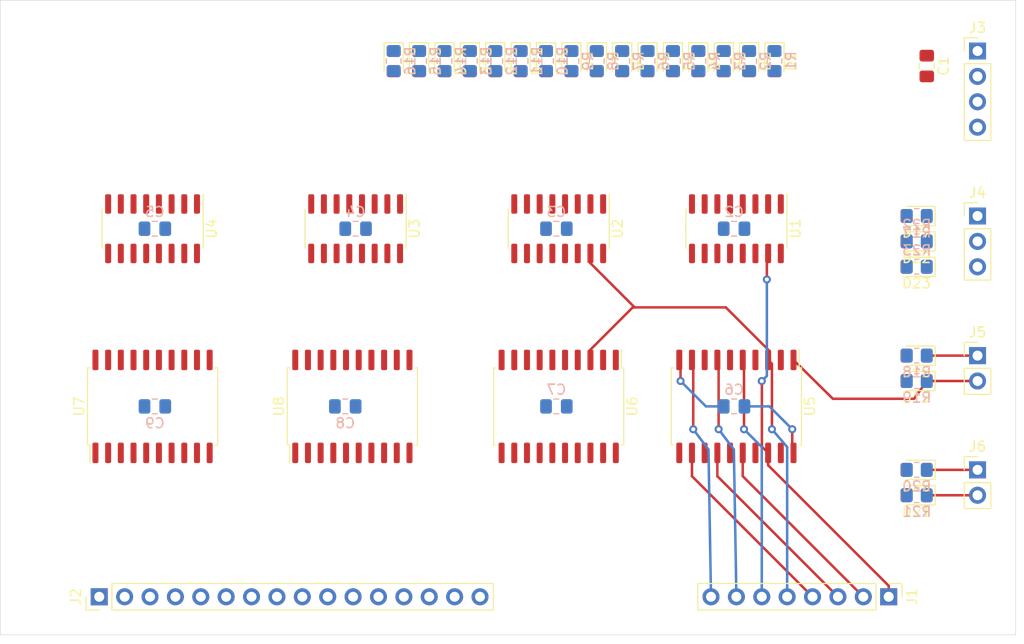
<source format=kicad_pcb>
(kicad_pcb (version 20171130) (host pcbnew "(5.1.12)-1")

  (general
    (thickness 1.6)
    (drawings 4)
    (tracks 63)
    (zones 0)
    (modules 69)
    (nets 80)
  )

  (page A4)
  (layers
    (0 F.Cu signal)
    (31 B.Cu signal)
    (32 B.Adhes user)
    (33 F.Adhes user)
    (34 B.Paste user)
    (35 F.Paste user)
    (36 B.SilkS user)
    (37 F.SilkS user)
    (38 B.Mask user)
    (39 F.Mask user)
    (40 Dwgs.User user)
    (41 Cmts.User user)
    (42 Eco1.User user)
    (43 Eco2.User user)
    (44 Edge.Cuts user)
    (45 Margin user)
    (46 B.CrtYd user)
    (47 F.CrtYd user)
    (48 B.Fab user)
    (49 F.Fab user)
  )

  (setup
    (last_trace_width 0.25)
    (trace_clearance 0.2)
    (zone_clearance 0.508)
    (zone_45_only no)
    (trace_min 0.2)
    (via_size 0.8)
    (via_drill 0.4)
    (via_min_size 0.4)
    (via_min_drill 0.3)
    (uvia_size 0.3)
    (uvia_drill 0.1)
    (uvias_allowed no)
    (uvia_min_size 0.2)
    (uvia_min_drill 0.1)
    (edge_width 0.05)
    (segment_width 0.2)
    (pcb_text_width 0.3)
    (pcb_text_size 1.5 1.5)
    (mod_edge_width 0.12)
    (mod_text_size 1 1)
    (mod_text_width 0.15)
    (pad_size 1.524 1.524)
    (pad_drill 0.762)
    (pad_to_mask_clearance 0)
    (aux_axis_origin 0 0)
    (visible_elements FFFFFF7F)
    (pcbplotparams
      (layerselection 0x010fc_ffffffff)
      (usegerberextensions false)
      (usegerberattributes true)
      (usegerberadvancedattributes true)
      (creategerberjobfile true)
      (excludeedgelayer true)
      (linewidth 0.100000)
      (plotframeref false)
      (viasonmask false)
      (mode 1)
      (useauxorigin false)
      (hpglpennumber 1)
      (hpglpenspeed 20)
      (hpglpendiameter 15.000000)
      (psnegative false)
      (psa4output false)
      (plotreference true)
      (plotvalue true)
      (plotinvisibletext false)
      (padsonsilk false)
      (subtractmaskfromsilk false)
      (outputformat 1)
      (mirror false)
      (drillshape 1)
      (scaleselection 1)
      (outputdirectory ""))
  )

  (net 0 "")
  (net 1 +5V)
  (net 2 GND)
  (net 3 "Net-(D1-Pad2)")
  (net 4 ~AssertAddress)
  (net 5 "Net-(D2-Pad2)")
  (net 6 "Net-(D3-Pad2)")
  (net 7 ~LoadLow)
  (net 8 "Net-(D4-Pad2)")
  (net 9 "Net-(D5-Pad2)")
  (net 10 ~AssertLow)
  (net 11 "Net-(D6-Pad2)")
  (net 12 "Net-(D7-Pad2)")
  (net 13 ~LoadHigh)
  (net 14 "Net-(D8-Pad2)")
  (net 15 "Net-(D9-Pad2)")
  (net 16 "Net-(D10-Pad2)")
  (net 17 ~AssertHigh)
  (net 18 "Net-(D11-Pad2)")
  (net 19 "Net-(D12-Pad2)")
  (net 20 "Net-(D13-Pad2)")
  (net 21 "Net-(D14-Pad2)")
  (net 22 "Net-(D15-Pad2)")
  (net 23 "Net-(D16-Pad2)")
  (net 24 "Net-(D17-Pad2)")
  (net 25 "Net-(D18-Pad2)")
  (net 26 "Net-(D19-Pad2)")
  (net 27 "Net-(D20-Pad2)")
  (net 28 "Net-(D21-Pad2)")
  (net 29 "Net-(D22-Pad2)")
  (net 30 "Net-(D23-Pad2)")
  (net 31 Data0)
  (net 32 Data1)
  (net 33 Data2)
  (net 34 Data3)
  (net 35 Data4)
  (net 36 Data5)
  (net 37 Data6)
  (net 38 Data7)
  (net 39 Address0)
  (net 40 Address1)
  (net 41 Address2)
  (net 42 Address3)
  (net 43 Address4)
  (net 44 Address5)
  (net 45 Address6)
  (net 46 Address7)
  (net 47 Address8)
  (net 48 Address9)
  (net 49 Address10)
  (net 50 Address11)
  (net 51 Address12)
  (net 52 Address13)
  (net 53 Address14)
  (net 54 Address15)
  (net 55 ~Reset)
  (net 56 Inc)
  (net 57 Dec)
  (net 58 Reg0)
  (net 59 Reg1)
  (net 60 Reg2)
  (net 61 Reg3)
  (net 62 Reg4)
  (net 63 Reg5)
  (net 64 Reg6)
  (net 65 Reg7)
  (net 66 Reg8)
  (net 67 Reg9)
  (net 68 Reg10)
  (net 69 Reg11)
  (net 70 Reg12)
  (net 71 Reg13)
  (net 72 Reg14)
  (net 73 Reg15)
  (net 74 "Net-(U1-Pad12)")
  (net 75 "Net-(U1-Pad13)")
  (net 76 "Net-(U2-Pad13)")
  (net 77 "Net-(U2-Pad12)")
  (net 78 "Net-(U3-Pad12)")
  (net 79 "Net-(U3-Pad13)")

  (net_class Default "This is the default net class."
    (clearance 0.2)
    (trace_width 0.25)
    (via_dia 0.8)
    (via_drill 0.4)
    (uvia_dia 0.3)
    (uvia_drill 0.1)
    (add_net +5V)
    (add_net Address0)
    (add_net Address1)
    (add_net Address10)
    (add_net Address11)
    (add_net Address12)
    (add_net Address13)
    (add_net Address14)
    (add_net Address15)
    (add_net Address2)
    (add_net Address3)
    (add_net Address4)
    (add_net Address5)
    (add_net Address6)
    (add_net Address7)
    (add_net Address8)
    (add_net Address9)
    (add_net Data0)
    (add_net Data1)
    (add_net Data2)
    (add_net Data3)
    (add_net Data4)
    (add_net Data5)
    (add_net Data6)
    (add_net Data7)
    (add_net Dec)
    (add_net GND)
    (add_net Inc)
    (add_net "Net-(D1-Pad2)")
    (add_net "Net-(D10-Pad2)")
    (add_net "Net-(D11-Pad2)")
    (add_net "Net-(D12-Pad2)")
    (add_net "Net-(D13-Pad2)")
    (add_net "Net-(D14-Pad2)")
    (add_net "Net-(D15-Pad2)")
    (add_net "Net-(D16-Pad2)")
    (add_net "Net-(D17-Pad2)")
    (add_net "Net-(D18-Pad2)")
    (add_net "Net-(D19-Pad2)")
    (add_net "Net-(D2-Pad2)")
    (add_net "Net-(D20-Pad2)")
    (add_net "Net-(D21-Pad2)")
    (add_net "Net-(D22-Pad2)")
    (add_net "Net-(D23-Pad2)")
    (add_net "Net-(D3-Pad2)")
    (add_net "Net-(D4-Pad2)")
    (add_net "Net-(D5-Pad2)")
    (add_net "Net-(D6-Pad2)")
    (add_net "Net-(D7-Pad2)")
    (add_net "Net-(D8-Pad2)")
    (add_net "Net-(D9-Pad2)")
    (add_net "Net-(U1-Pad12)")
    (add_net "Net-(U1-Pad13)")
    (add_net "Net-(U2-Pad12)")
    (add_net "Net-(U2-Pad13)")
    (add_net "Net-(U3-Pad12)")
    (add_net "Net-(U3-Pad13)")
    (add_net Reg0)
    (add_net Reg1)
    (add_net Reg10)
    (add_net Reg11)
    (add_net Reg12)
    (add_net Reg13)
    (add_net Reg14)
    (add_net Reg15)
    (add_net Reg2)
    (add_net Reg3)
    (add_net Reg4)
    (add_net Reg5)
    (add_net Reg6)
    (add_net Reg7)
    (add_net Reg8)
    (add_net Reg9)
    (add_net ~AssertAddress)
    (add_net ~AssertHigh)
    (add_net ~AssertLow)
    (add_net ~LoadHigh)
    (add_net ~LoadLow)
    (add_net ~Reset)
  )

  (module Capacitor_SMD:C_0805_2012Metric_Pad1.18x1.45mm_HandSolder (layer F.Cu) (tedit 5F68FEEF) (tstamp 61B1EB37)
    (at 168.91 82.7825 270)
    (descr "Capacitor SMD 0805 (2012 Metric), square (rectangular) end terminal, IPC_7351 nominal with elongated pad for handsoldering. (Body size source: IPC-SM-782 page 76, https://www.pcb-3d.com/wordpress/wp-content/uploads/ipc-sm-782a_amendment_1_and_2.pdf, https://docs.google.com/spreadsheets/d/1BsfQQcO9C6DZCsRaXUlFlo91Tg2WpOkGARC1WS5S8t0/edit?usp=sharing), generated with kicad-footprint-generator")
    (tags "capacitor handsolder")
    (path /61D55919)
    (attr smd)
    (fp_text reference C1 (at 0 -1.68 90) (layer F.SilkS)
      (effects (font (size 1 1) (thickness 0.15)))
    )
    (fp_text value 0.1uF (at 0 1.68 90) (layer F.Fab)
      (effects (font (size 1 1) (thickness 0.15)))
    )
    (fp_line (start 1.88 0.98) (end -1.88 0.98) (layer F.CrtYd) (width 0.05))
    (fp_line (start 1.88 -0.98) (end 1.88 0.98) (layer F.CrtYd) (width 0.05))
    (fp_line (start -1.88 -0.98) (end 1.88 -0.98) (layer F.CrtYd) (width 0.05))
    (fp_line (start -1.88 0.98) (end -1.88 -0.98) (layer F.CrtYd) (width 0.05))
    (fp_line (start -0.261252 0.735) (end 0.261252 0.735) (layer F.SilkS) (width 0.12))
    (fp_line (start -0.261252 -0.735) (end 0.261252 -0.735) (layer F.SilkS) (width 0.12))
    (fp_line (start 1 0.625) (end -1 0.625) (layer F.Fab) (width 0.1))
    (fp_line (start 1 -0.625) (end 1 0.625) (layer F.Fab) (width 0.1))
    (fp_line (start -1 -0.625) (end 1 -0.625) (layer F.Fab) (width 0.1))
    (fp_line (start -1 0.625) (end -1 -0.625) (layer F.Fab) (width 0.1))
    (fp_text user %R (at 0 0 90) (layer F.Fab)
      (effects (font (size 0.5 0.5) (thickness 0.08)))
    )
    (pad 1 smd roundrect (at -1.0375 0 270) (size 1.175 1.45) (layers F.Cu F.Paste F.Mask) (roundrect_rratio 0.212766)
      (net 1 +5V))
    (pad 2 smd roundrect (at 1.0375 0 270) (size 1.175 1.45) (layers F.Cu F.Paste F.Mask) (roundrect_rratio 0.212766)
      (net 2 GND))
    (model ${KISYS3DMOD}/Capacitor_SMD.3dshapes/C_0805_2012Metric.wrl
      (at (xyz 0 0 0))
      (scale (xyz 1 1 1))
      (rotate (xyz 0 0 0))
    )
  )

  (module Capacitor_SMD:C_0805_2012Metric_Pad1.18x1.45mm_HandSolder (layer B.Cu) (tedit 5F68FEEF) (tstamp 61B1B3AD)
    (at 149.6275 99.06 180)
    (descr "Capacitor SMD 0805 (2012 Metric), square (rectangular) end terminal, IPC_7351 nominal with elongated pad for handsoldering. (Body size source: IPC-SM-782 page 76, https://www.pcb-3d.com/wordpress/wp-content/uploads/ipc-sm-782a_amendment_1_and_2.pdf, https://docs.google.com/spreadsheets/d/1BsfQQcO9C6DZCsRaXUlFlo91Tg2WpOkGARC1WS5S8t0/edit?usp=sharing), generated with kicad-footprint-generator")
    (tags "capacitor handsolder")
    (path /61D552DF)
    (attr smd)
    (fp_text reference C2 (at 0 1.68) (layer B.SilkS)
      (effects (font (size 1 1) (thickness 0.15)) (justify mirror))
    )
    (fp_text value 0.1uF (at 0 -1.68) (layer B.Fab)
      (effects (font (size 1 1) (thickness 0.15)) (justify mirror))
    )
    (fp_text user %R (at 0 0) (layer B.Fab)
      (effects (font (size 0.5 0.5) (thickness 0.08)) (justify mirror))
    )
    (fp_line (start -1 -0.625) (end -1 0.625) (layer B.Fab) (width 0.1))
    (fp_line (start -1 0.625) (end 1 0.625) (layer B.Fab) (width 0.1))
    (fp_line (start 1 0.625) (end 1 -0.625) (layer B.Fab) (width 0.1))
    (fp_line (start 1 -0.625) (end -1 -0.625) (layer B.Fab) (width 0.1))
    (fp_line (start -0.261252 0.735) (end 0.261252 0.735) (layer B.SilkS) (width 0.12))
    (fp_line (start -0.261252 -0.735) (end 0.261252 -0.735) (layer B.SilkS) (width 0.12))
    (fp_line (start -1.88 -0.98) (end -1.88 0.98) (layer B.CrtYd) (width 0.05))
    (fp_line (start -1.88 0.98) (end 1.88 0.98) (layer B.CrtYd) (width 0.05))
    (fp_line (start 1.88 0.98) (end 1.88 -0.98) (layer B.CrtYd) (width 0.05))
    (fp_line (start 1.88 -0.98) (end -1.88 -0.98) (layer B.CrtYd) (width 0.05))
    (pad 2 smd roundrect (at 1.0375 0 180) (size 1.175 1.45) (layers B.Cu B.Paste B.Mask) (roundrect_rratio 0.212766)
      (net 2 GND))
    (pad 1 smd roundrect (at -1.0375 0 180) (size 1.175 1.45) (layers B.Cu B.Paste B.Mask) (roundrect_rratio 0.212766)
      (net 1 +5V))
    (model ${KISYS3DMOD}/Capacitor_SMD.3dshapes/C_0805_2012Metric.wrl
      (at (xyz 0 0 0))
      (scale (xyz 1 1 1))
      (rotate (xyz 0 0 0))
    )
  )

  (module Capacitor_SMD:C_0805_2012Metric_Pad1.18x1.45mm_HandSolder (layer B.Cu) (tedit 5F68FEEF) (tstamp 61B1B3BE)
    (at 131.8475 99.06 180)
    (descr "Capacitor SMD 0805 (2012 Metric), square (rectangular) end terminal, IPC_7351 nominal with elongated pad for handsoldering. (Body size source: IPC-SM-782 page 76, https://www.pcb-3d.com/wordpress/wp-content/uploads/ipc-sm-782a_amendment_1_and_2.pdf, https://docs.google.com/spreadsheets/d/1BsfQQcO9C6DZCsRaXUlFlo91Tg2WpOkGARC1WS5S8t0/edit?usp=sharing), generated with kicad-footprint-generator")
    (tags "capacitor handsolder")
    (path /61D54EB9)
    (attr smd)
    (fp_text reference C3 (at 0 1.68) (layer B.SilkS)
      (effects (font (size 1 1) (thickness 0.15)) (justify mirror))
    )
    (fp_text value 0.1uF (at 0 -1.68) (layer B.Fab)
      (effects (font (size 1 1) (thickness 0.15)) (justify mirror))
    )
    (fp_line (start 1.88 -0.98) (end -1.88 -0.98) (layer B.CrtYd) (width 0.05))
    (fp_line (start 1.88 0.98) (end 1.88 -0.98) (layer B.CrtYd) (width 0.05))
    (fp_line (start -1.88 0.98) (end 1.88 0.98) (layer B.CrtYd) (width 0.05))
    (fp_line (start -1.88 -0.98) (end -1.88 0.98) (layer B.CrtYd) (width 0.05))
    (fp_line (start -0.261252 -0.735) (end 0.261252 -0.735) (layer B.SilkS) (width 0.12))
    (fp_line (start -0.261252 0.735) (end 0.261252 0.735) (layer B.SilkS) (width 0.12))
    (fp_line (start 1 -0.625) (end -1 -0.625) (layer B.Fab) (width 0.1))
    (fp_line (start 1 0.625) (end 1 -0.625) (layer B.Fab) (width 0.1))
    (fp_line (start -1 0.625) (end 1 0.625) (layer B.Fab) (width 0.1))
    (fp_line (start -1 -0.625) (end -1 0.625) (layer B.Fab) (width 0.1))
    (fp_text user %R (at 0 0) (layer B.Fab)
      (effects (font (size 0.5 0.5) (thickness 0.08)) (justify mirror))
    )
    (pad 1 smd roundrect (at -1.0375 0 180) (size 1.175 1.45) (layers B.Cu B.Paste B.Mask) (roundrect_rratio 0.212766)
      (net 1 +5V))
    (pad 2 smd roundrect (at 1.0375 0 180) (size 1.175 1.45) (layers B.Cu B.Paste B.Mask) (roundrect_rratio 0.212766)
      (net 2 GND))
    (model ${KISYS3DMOD}/Capacitor_SMD.3dshapes/C_0805_2012Metric.wrl
      (at (xyz 0 0 0))
      (scale (xyz 1 1 1))
      (rotate (xyz 0 0 0))
    )
  )

  (module Capacitor_SMD:C_0805_2012Metric_Pad1.18x1.45mm_HandSolder (layer B.Cu) (tedit 5F68FEEF) (tstamp 61B1B3CF)
    (at 111.76 99.06 180)
    (descr "Capacitor SMD 0805 (2012 Metric), square (rectangular) end terminal, IPC_7351 nominal with elongated pad for handsoldering. (Body size source: IPC-SM-782 page 76, https://www.pcb-3d.com/wordpress/wp-content/uploads/ipc-sm-782a_amendment_1_and_2.pdf, https://docs.google.com/spreadsheets/d/1BsfQQcO9C6DZCsRaXUlFlo91Tg2WpOkGARC1WS5S8t0/edit?usp=sharing), generated with kicad-footprint-generator")
    (tags "capacitor handsolder")
    (path /61D54972)
    (attr smd)
    (fp_text reference C4 (at 0 1.68) (layer B.SilkS)
      (effects (font (size 1 1) (thickness 0.15)) (justify mirror))
    )
    (fp_text value 0.1uF (at 0 -1.68) (layer B.Fab)
      (effects (font (size 1 1) (thickness 0.15)) (justify mirror))
    )
    (fp_text user %R (at 0 0) (layer B.Fab)
      (effects (font (size 0.5 0.5) (thickness 0.08)) (justify mirror))
    )
    (fp_line (start -1 -0.625) (end -1 0.625) (layer B.Fab) (width 0.1))
    (fp_line (start -1 0.625) (end 1 0.625) (layer B.Fab) (width 0.1))
    (fp_line (start 1 0.625) (end 1 -0.625) (layer B.Fab) (width 0.1))
    (fp_line (start 1 -0.625) (end -1 -0.625) (layer B.Fab) (width 0.1))
    (fp_line (start -0.261252 0.735) (end 0.261252 0.735) (layer B.SilkS) (width 0.12))
    (fp_line (start -0.261252 -0.735) (end 0.261252 -0.735) (layer B.SilkS) (width 0.12))
    (fp_line (start -1.88 -0.98) (end -1.88 0.98) (layer B.CrtYd) (width 0.05))
    (fp_line (start -1.88 0.98) (end 1.88 0.98) (layer B.CrtYd) (width 0.05))
    (fp_line (start 1.88 0.98) (end 1.88 -0.98) (layer B.CrtYd) (width 0.05))
    (fp_line (start 1.88 -0.98) (end -1.88 -0.98) (layer B.CrtYd) (width 0.05))
    (pad 2 smd roundrect (at 1.0375 0 180) (size 1.175 1.45) (layers B.Cu B.Paste B.Mask) (roundrect_rratio 0.212766)
      (net 2 GND))
    (pad 1 smd roundrect (at -1.0375 0 180) (size 1.175 1.45) (layers B.Cu B.Paste B.Mask) (roundrect_rratio 0.212766)
      (net 1 +5V))
    (model ${KISYS3DMOD}/Capacitor_SMD.3dshapes/C_0805_2012Metric.wrl
      (at (xyz 0 0 0))
      (scale (xyz 1 1 1))
      (rotate (xyz 0 0 0))
    )
  )

  (module Capacitor_SMD:C_0805_2012Metric_Pad1.18x1.45mm_HandSolder (layer B.Cu) (tedit 5F68FEEF) (tstamp 61B1B3E0)
    (at 91.6725 99.06 180)
    (descr "Capacitor SMD 0805 (2012 Metric), square (rectangular) end terminal, IPC_7351 nominal with elongated pad for handsoldering. (Body size source: IPC-SM-782 page 76, https://www.pcb-3d.com/wordpress/wp-content/uploads/ipc-sm-782a_amendment_1_and_2.pdf, https://docs.google.com/spreadsheets/d/1BsfQQcO9C6DZCsRaXUlFlo91Tg2WpOkGARC1WS5S8t0/edit?usp=sharing), generated with kicad-footprint-generator")
    (tags "capacitor handsolder")
    (path /61BA2D18)
    (attr smd)
    (fp_text reference C5 (at 0 1.68) (layer B.SilkS)
      (effects (font (size 1 1) (thickness 0.15)) (justify mirror))
    )
    (fp_text value 0.1uF (at 0 -1.68) (layer B.Fab)
      (effects (font (size 1 1) (thickness 0.15)) (justify mirror))
    )
    (fp_line (start 1.88 -0.98) (end -1.88 -0.98) (layer B.CrtYd) (width 0.05))
    (fp_line (start 1.88 0.98) (end 1.88 -0.98) (layer B.CrtYd) (width 0.05))
    (fp_line (start -1.88 0.98) (end 1.88 0.98) (layer B.CrtYd) (width 0.05))
    (fp_line (start -1.88 -0.98) (end -1.88 0.98) (layer B.CrtYd) (width 0.05))
    (fp_line (start -0.261252 -0.735) (end 0.261252 -0.735) (layer B.SilkS) (width 0.12))
    (fp_line (start -0.261252 0.735) (end 0.261252 0.735) (layer B.SilkS) (width 0.12))
    (fp_line (start 1 -0.625) (end -1 -0.625) (layer B.Fab) (width 0.1))
    (fp_line (start 1 0.625) (end 1 -0.625) (layer B.Fab) (width 0.1))
    (fp_line (start -1 0.625) (end 1 0.625) (layer B.Fab) (width 0.1))
    (fp_line (start -1 -0.625) (end -1 0.625) (layer B.Fab) (width 0.1))
    (fp_text user %R (at 0 0) (layer B.Fab)
      (effects (font (size 0.5 0.5) (thickness 0.08)) (justify mirror))
    )
    (pad 1 smd roundrect (at -1.0375 0 180) (size 1.175 1.45) (layers B.Cu B.Paste B.Mask) (roundrect_rratio 0.212766)
      (net 1 +5V))
    (pad 2 smd roundrect (at 1.0375 0 180) (size 1.175 1.45) (layers B.Cu B.Paste B.Mask) (roundrect_rratio 0.212766)
      (net 2 GND))
    (model ${KISYS3DMOD}/Capacitor_SMD.3dshapes/C_0805_2012Metric.wrl
      (at (xyz 0 0 0))
      (scale (xyz 1 1 1))
      (rotate (xyz 0 0 0))
    )
  )

  (module Capacitor_SMD:C_0805_2012Metric_Pad1.18x1.45mm_HandSolder (layer B.Cu) (tedit 5F68FEEF) (tstamp 61B1D624)
    (at 149.6275 116.84 180)
    (descr "Capacitor SMD 0805 (2012 Metric), square (rectangular) end terminal, IPC_7351 nominal with elongated pad for handsoldering. (Body size source: IPC-SM-782 page 76, https://www.pcb-3d.com/wordpress/wp-content/uploads/ipc-sm-782a_amendment_1_and_2.pdf, https://docs.google.com/spreadsheets/d/1BsfQQcO9C6DZCsRaXUlFlo91Tg2WpOkGARC1WS5S8t0/edit?usp=sharing), generated with kicad-footprint-generator")
    (tags "capacitor handsolder")
    (path /61BA2500)
    (attr smd)
    (fp_text reference C6 (at 0 1.68) (layer B.SilkS)
      (effects (font (size 1 1) (thickness 0.15)) (justify mirror))
    )
    (fp_text value 0.1uF (at 0 -1.68) (layer B.Fab)
      (effects (font (size 1 1) (thickness 0.15)) (justify mirror))
    )
    (fp_text user %R (at 0 0) (layer B.Fab)
      (effects (font (size 0.5 0.5) (thickness 0.08)) (justify mirror))
    )
    (fp_line (start -1 -0.625) (end -1 0.625) (layer B.Fab) (width 0.1))
    (fp_line (start -1 0.625) (end 1 0.625) (layer B.Fab) (width 0.1))
    (fp_line (start 1 0.625) (end 1 -0.625) (layer B.Fab) (width 0.1))
    (fp_line (start 1 -0.625) (end -1 -0.625) (layer B.Fab) (width 0.1))
    (fp_line (start -0.261252 0.735) (end 0.261252 0.735) (layer B.SilkS) (width 0.12))
    (fp_line (start -0.261252 -0.735) (end 0.261252 -0.735) (layer B.SilkS) (width 0.12))
    (fp_line (start -1.88 -0.98) (end -1.88 0.98) (layer B.CrtYd) (width 0.05))
    (fp_line (start -1.88 0.98) (end 1.88 0.98) (layer B.CrtYd) (width 0.05))
    (fp_line (start 1.88 0.98) (end 1.88 -0.98) (layer B.CrtYd) (width 0.05))
    (fp_line (start 1.88 -0.98) (end -1.88 -0.98) (layer B.CrtYd) (width 0.05))
    (pad 2 smd roundrect (at 1.0375 0 180) (size 1.175 1.45) (layers B.Cu B.Paste B.Mask) (roundrect_rratio 0.212766)
      (net 2 GND))
    (pad 1 smd roundrect (at -1.0375 0 180) (size 1.175 1.45) (layers B.Cu B.Paste B.Mask) (roundrect_rratio 0.212766)
      (net 1 +5V))
    (model ${KISYS3DMOD}/Capacitor_SMD.3dshapes/C_0805_2012Metric.wrl
      (at (xyz 0 0 0))
      (scale (xyz 1 1 1))
      (rotate (xyz 0 0 0))
    )
  )

  (module Capacitor_SMD:C_0805_2012Metric_Pad1.18x1.45mm_HandSolder (layer B.Cu) (tedit 5F68FEEF) (tstamp 61B1B402)
    (at 131.8475 116.84 180)
    (descr "Capacitor SMD 0805 (2012 Metric), square (rectangular) end terminal, IPC_7351 nominal with elongated pad for handsoldering. (Body size source: IPC-SM-782 page 76, https://www.pcb-3d.com/wordpress/wp-content/uploads/ipc-sm-782a_amendment_1_and_2.pdf, https://docs.google.com/spreadsheets/d/1BsfQQcO9C6DZCsRaXUlFlo91Tg2WpOkGARC1WS5S8t0/edit?usp=sharing), generated with kicad-footprint-generator")
    (tags "capacitor handsolder")
    (path /61BA217B)
    (attr smd)
    (fp_text reference C7 (at 0 1.68) (layer B.SilkS)
      (effects (font (size 1 1) (thickness 0.15)) (justify mirror))
    )
    (fp_text value 0.1uF (at 0 -1.68) (layer B.Fab)
      (effects (font (size 1 1) (thickness 0.15)) (justify mirror))
    )
    (fp_line (start 1.88 -0.98) (end -1.88 -0.98) (layer B.CrtYd) (width 0.05))
    (fp_line (start 1.88 0.98) (end 1.88 -0.98) (layer B.CrtYd) (width 0.05))
    (fp_line (start -1.88 0.98) (end 1.88 0.98) (layer B.CrtYd) (width 0.05))
    (fp_line (start -1.88 -0.98) (end -1.88 0.98) (layer B.CrtYd) (width 0.05))
    (fp_line (start -0.261252 -0.735) (end 0.261252 -0.735) (layer B.SilkS) (width 0.12))
    (fp_line (start -0.261252 0.735) (end 0.261252 0.735) (layer B.SilkS) (width 0.12))
    (fp_line (start 1 -0.625) (end -1 -0.625) (layer B.Fab) (width 0.1))
    (fp_line (start 1 0.625) (end 1 -0.625) (layer B.Fab) (width 0.1))
    (fp_line (start -1 0.625) (end 1 0.625) (layer B.Fab) (width 0.1))
    (fp_line (start -1 -0.625) (end -1 0.625) (layer B.Fab) (width 0.1))
    (fp_text user %R (at 0 0) (layer B.Fab)
      (effects (font (size 0.5 0.5) (thickness 0.08)) (justify mirror))
    )
    (pad 1 smd roundrect (at -1.0375 0 180) (size 1.175 1.45) (layers B.Cu B.Paste B.Mask) (roundrect_rratio 0.212766)
      (net 1 +5V))
    (pad 2 smd roundrect (at 1.0375 0 180) (size 1.175 1.45) (layers B.Cu B.Paste B.Mask) (roundrect_rratio 0.212766)
      (net 2 GND))
    (model ${KISYS3DMOD}/Capacitor_SMD.3dshapes/C_0805_2012Metric.wrl
      (at (xyz 0 0 0))
      (scale (xyz 1 1 1))
      (rotate (xyz 0 0 0))
    )
  )

  (module Capacitor_SMD:C_0805_2012Metric_Pad1.18x1.45mm_HandSolder (layer B.Cu) (tedit 5F68FEEF) (tstamp 61B1B413)
    (at 110.7225 116.84)
    (descr "Capacitor SMD 0805 (2012 Metric), square (rectangular) end terminal, IPC_7351 nominal with elongated pad for handsoldering. (Body size source: IPC-SM-782 page 76, https://www.pcb-3d.com/wordpress/wp-content/uploads/ipc-sm-782a_amendment_1_and_2.pdf, https://docs.google.com/spreadsheets/d/1BsfQQcO9C6DZCsRaXUlFlo91Tg2WpOkGARC1WS5S8t0/edit?usp=sharing), generated with kicad-footprint-generator")
    (tags "capacitor handsolder")
    (path /61B9A340)
    (attr smd)
    (fp_text reference C8 (at 0 1.68) (layer B.SilkS)
      (effects (font (size 1 1) (thickness 0.15)) (justify mirror))
    )
    (fp_text value 0.1uF (at 0 -1.68) (layer B.Fab)
      (effects (font (size 1 1) (thickness 0.15)) (justify mirror))
    )
    (fp_line (start 1.88 -0.98) (end -1.88 -0.98) (layer B.CrtYd) (width 0.05))
    (fp_line (start 1.88 0.98) (end 1.88 -0.98) (layer B.CrtYd) (width 0.05))
    (fp_line (start -1.88 0.98) (end 1.88 0.98) (layer B.CrtYd) (width 0.05))
    (fp_line (start -1.88 -0.98) (end -1.88 0.98) (layer B.CrtYd) (width 0.05))
    (fp_line (start -0.261252 -0.735) (end 0.261252 -0.735) (layer B.SilkS) (width 0.12))
    (fp_line (start -0.261252 0.735) (end 0.261252 0.735) (layer B.SilkS) (width 0.12))
    (fp_line (start 1 -0.625) (end -1 -0.625) (layer B.Fab) (width 0.1))
    (fp_line (start 1 0.625) (end 1 -0.625) (layer B.Fab) (width 0.1))
    (fp_line (start -1 0.625) (end 1 0.625) (layer B.Fab) (width 0.1))
    (fp_line (start -1 -0.625) (end -1 0.625) (layer B.Fab) (width 0.1))
    (fp_text user %R (at 0 0) (layer B.Fab)
      (effects (font (size 0.5 0.5) (thickness 0.08)) (justify mirror))
    )
    (pad 1 smd roundrect (at -1.0375 0) (size 1.175 1.45) (layers B.Cu B.Paste B.Mask) (roundrect_rratio 0.212766)
      (net 1 +5V))
    (pad 2 smd roundrect (at 1.0375 0) (size 1.175 1.45) (layers B.Cu B.Paste B.Mask) (roundrect_rratio 0.212766)
      (net 2 GND))
    (model ${KISYS3DMOD}/Capacitor_SMD.3dshapes/C_0805_2012Metric.wrl
      (at (xyz 0 0 0))
      (scale (xyz 1 1 1))
      (rotate (xyz 0 0 0))
    )
  )

  (module Capacitor_SMD:C_0805_2012Metric_Pad1.18x1.45mm_HandSolder (layer B.Cu) (tedit 5F68FEEF) (tstamp 61B1B424)
    (at 91.6725 116.84)
    (descr "Capacitor SMD 0805 (2012 Metric), square (rectangular) end terminal, IPC_7351 nominal with elongated pad for handsoldering. (Body size source: IPC-SM-782 page 76, https://www.pcb-3d.com/wordpress/wp-content/uploads/ipc-sm-782a_amendment_1_and_2.pdf, https://docs.google.com/spreadsheets/d/1BsfQQcO9C6DZCsRaXUlFlo91Tg2WpOkGARC1WS5S8t0/edit?usp=sharing), generated with kicad-footprint-generator")
    (tags "capacitor handsolder")
    (path /61B7C012)
    (attr smd)
    (fp_text reference C9 (at 0 1.68) (layer B.SilkS)
      (effects (font (size 1 1) (thickness 0.15)) (justify mirror))
    )
    (fp_text value 0.1uF (at 0 -1.68) (layer B.Fab)
      (effects (font (size 1 1) (thickness 0.15)) (justify mirror))
    )
    (fp_line (start 1.88 -0.98) (end -1.88 -0.98) (layer B.CrtYd) (width 0.05))
    (fp_line (start 1.88 0.98) (end 1.88 -0.98) (layer B.CrtYd) (width 0.05))
    (fp_line (start -1.88 0.98) (end 1.88 0.98) (layer B.CrtYd) (width 0.05))
    (fp_line (start -1.88 -0.98) (end -1.88 0.98) (layer B.CrtYd) (width 0.05))
    (fp_line (start -0.261252 -0.735) (end 0.261252 -0.735) (layer B.SilkS) (width 0.12))
    (fp_line (start -0.261252 0.735) (end 0.261252 0.735) (layer B.SilkS) (width 0.12))
    (fp_line (start 1 -0.625) (end -1 -0.625) (layer B.Fab) (width 0.1))
    (fp_line (start 1 0.625) (end 1 -0.625) (layer B.Fab) (width 0.1))
    (fp_line (start -1 0.625) (end 1 0.625) (layer B.Fab) (width 0.1))
    (fp_line (start -1 -0.625) (end -1 0.625) (layer B.Fab) (width 0.1))
    (fp_text user %R (at 0 0) (layer B.Fab)
      (effects (font (size 0.5 0.5) (thickness 0.08)) (justify mirror))
    )
    (pad 1 smd roundrect (at -1.0375 0) (size 1.175 1.45) (layers B.Cu B.Paste B.Mask) (roundrect_rratio 0.212766)
      (net 1 +5V))
    (pad 2 smd roundrect (at 1.0375 0) (size 1.175 1.45) (layers B.Cu B.Paste B.Mask) (roundrect_rratio 0.212766)
      (net 2 GND))
    (model ${KISYS3DMOD}/Capacitor_SMD.3dshapes/C_0805_2012Metric.wrl
      (at (xyz 0 0 0))
      (scale (xyz 1 1 1))
      (rotate (xyz 0 0 0))
    )
  )

  (module LED_SMD:LED_0805_2012Metric_Pad1.15x1.40mm_HandSolder (layer F.Cu) (tedit 5F68FEF1) (tstamp 61B1B437)
    (at 167.885 97.79 180)
    (descr "LED SMD 0805 (2012 Metric), square (rectangular) end terminal, IPC_7351 nominal, (Body size source: https://docs.google.com/spreadsheets/d/1BsfQQcO9C6DZCsRaXUlFlo91Tg2WpOkGARC1WS5S8t0/edit?usp=sharing), generated with kicad-footprint-generator")
    (tags "LED handsolder")
    (path /6263A1CF)
    (attr smd)
    (fp_text reference D17 (at 0 -1.65) (layer F.SilkS)
      (effects (font (size 1 1) (thickness 0.15)))
    )
    (fp_text value LED_ALT (at 0 1.65) (layer F.Fab)
      (effects (font (size 1 1) (thickness 0.15)))
    )
    (fp_text user %R (at 0 0) (layer F.Fab)
      (effects (font (size 0.5 0.5) (thickness 0.08)))
    )
    (fp_line (start 1 -0.6) (end -0.7 -0.6) (layer F.Fab) (width 0.1))
    (fp_line (start -0.7 -0.6) (end -1 -0.3) (layer F.Fab) (width 0.1))
    (fp_line (start -1 -0.3) (end -1 0.6) (layer F.Fab) (width 0.1))
    (fp_line (start -1 0.6) (end 1 0.6) (layer F.Fab) (width 0.1))
    (fp_line (start 1 0.6) (end 1 -0.6) (layer F.Fab) (width 0.1))
    (fp_line (start 1 -0.96) (end -1.86 -0.96) (layer F.SilkS) (width 0.12))
    (fp_line (start -1.86 -0.96) (end -1.86 0.96) (layer F.SilkS) (width 0.12))
    (fp_line (start -1.86 0.96) (end 1 0.96) (layer F.SilkS) (width 0.12))
    (fp_line (start -1.85 0.95) (end -1.85 -0.95) (layer F.CrtYd) (width 0.05))
    (fp_line (start -1.85 -0.95) (end 1.85 -0.95) (layer F.CrtYd) (width 0.05))
    (fp_line (start 1.85 -0.95) (end 1.85 0.95) (layer F.CrtYd) (width 0.05))
    (fp_line (start 1.85 0.95) (end -1.85 0.95) (layer F.CrtYd) (width 0.05))
    (pad 2 smd roundrect (at 1.025 0 180) (size 1.15 1.4) (layers F.Cu F.Paste F.Mask) (roundrect_rratio 0.217391)
      (net 24 "Net-(D17-Pad2)"))
    (pad 1 smd roundrect (at -1.025 0 180) (size 1.15 1.4) (layers F.Cu F.Paste F.Mask) (roundrect_rratio 0.217391)
      (net 4 ~AssertAddress))
    (model ${KISYS3DMOD}/LED_SMD.3dshapes/LED_0805_2012Metric.wrl
      (at (xyz 0 0 0))
      (scale (xyz 1 1 1))
      (rotate (xyz 0 0 0))
    )
  )

  (module LED_SMD:LED_0805_2012Metric_Pad1.15x1.40mm_HandSolder (layer F.Cu) (tedit 5F68FEF1) (tstamp 61B21942)
    (at 153.67 82.305 270)
    (descr "LED SMD 0805 (2012 Metric), square (rectangular) end terminal, IPC_7351 nominal, (Body size source: https://docs.google.com/spreadsheets/d/1BsfQQcO9C6DZCsRaXUlFlo91Tg2WpOkGARC1WS5S8t0/edit?usp=sharing), generated with kicad-footprint-generator")
    (tags "LED handsolder")
    (path /620BA687)
    (attr smd)
    (fp_text reference D1 (at 0 -1.65 90) (layer F.SilkS)
      (effects (font (size 1 1) (thickness 0.15)))
    )
    (fp_text value LED_ALT (at 0 1.65 90) (layer F.Fab)
      (effects (font (size 1 1) (thickness 0.15)))
    )
    (fp_text user %R (at 0 0 90) (layer F.Fab)
      (effects (font (size 0.5 0.5) (thickness 0.08)))
    )
    (fp_line (start 1 -0.6) (end -0.7 -0.6) (layer F.Fab) (width 0.1))
    (fp_line (start -0.7 -0.6) (end -1 -0.3) (layer F.Fab) (width 0.1))
    (fp_line (start -1 -0.3) (end -1 0.6) (layer F.Fab) (width 0.1))
    (fp_line (start -1 0.6) (end 1 0.6) (layer F.Fab) (width 0.1))
    (fp_line (start 1 0.6) (end 1 -0.6) (layer F.Fab) (width 0.1))
    (fp_line (start 1 -0.96) (end -1.86 -0.96) (layer F.SilkS) (width 0.12))
    (fp_line (start -1.86 -0.96) (end -1.86 0.96) (layer F.SilkS) (width 0.12))
    (fp_line (start -1.86 0.96) (end 1 0.96) (layer F.SilkS) (width 0.12))
    (fp_line (start -1.85 0.95) (end -1.85 -0.95) (layer F.CrtYd) (width 0.05))
    (fp_line (start -1.85 -0.95) (end 1.85 -0.95) (layer F.CrtYd) (width 0.05))
    (fp_line (start 1.85 -0.95) (end 1.85 0.95) (layer F.CrtYd) (width 0.05))
    (fp_line (start 1.85 0.95) (end -1.85 0.95) (layer F.CrtYd) (width 0.05))
    (pad 2 smd roundrect (at 1.025 0 270) (size 1.15 1.4) (layers F.Cu F.Paste F.Mask) (roundrect_rratio 0.217391)
      (net 3 "Net-(D1-Pad2)"))
    (pad 1 smd roundrect (at -1.025 0 270) (size 1.15 1.4) (layers F.Cu F.Paste F.Mask) (roundrect_rratio 0.217391)
      (net 2 GND))
    (model ${KISYS3DMOD}/LED_SMD.3dshapes/LED_0805_2012Metric.wrl
      (at (xyz 0 0 0))
      (scale (xyz 1 1 1))
      (rotate (xyz 0 0 0))
    )
  )

  (module LED_SMD:LED_0805_2012Metric_Pad1.15x1.40mm_HandSolder (layer F.Cu) (tedit 5F68FEF1) (tstamp 61B1B45D)
    (at 167.885 111.76 180)
    (descr "LED SMD 0805 (2012 Metric), square (rectangular) end terminal, IPC_7351 nominal, (Body size source: https://docs.google.com/spreadsheets/d/1BsfQQcO9C6DZCsRaXUlFlo91Tg2WpOkGARC1WS5S8t0/edit?usp=sharing), generated with kicad-footprint-generator")
    (tags "LED handsolder")
    (path /626A3F65)
    (attr smd)
    (fp_text reference D18 (at 0 -1.65) (layer F.SilkS)
      (effects (font (size 1 1) (thickness 0.15)))
    )
    (fp_text value LED_ALT (at 0 1.65) (layer F.Fab)
      (effects (font (size 1 1) (thickness 0.15)))
    )
    (fp_text user %R (at 0 0) (layer F.Fab)
      (effects (font (size 0.5 0.5) (thickness 0.08)))
    )
    (fp_line (start 1 -0.6) (end -0.7 -0.6) (layer F.Fab) (width 0.1))
    (fp_line (start -0.7 -0.6) (end -1 -0.3) (layer F.Fab) (width 0.1))
    (fp_line (start -1 -0.3) (end -1 0.6) (layer F.Fab) (width 0.1))
    (fp_line (start -1 0.6) (end 1 0.6) (layer F.Fab) (width 0.1))
    (fp_line (start 1 0.6) (end 1 -0.6) (layer F.Fab) (width 0.1))
    (fp_line (start 1 -0.96) (end -1.86 -0.96) (layer F.SilkS) (width 0.12))
    (fp_line (start -1.86 -0.96) (end -1.86 0.96) (layer F.SilkS) (width 0.12))
    (fp_line (start -1.86 0.96) (end 1 0.96) (layer F.SilkS) (width 0.12))
    (fp_line (start -1.85 0.95) (end -1.85 -0.95) (layer F.CrtYd) (width 0.05))
    (fp_line (start -1.85 -0.95) (end 1.85 -0.95) (layer F.CrtYd) (width 0.05))
    (fp_line (start 1.85 -0.95) (end 1.85 0.95) (layer F.CrtYd) (width 0.05))
    (fp_line (start 1.85 0.95) (end -1.85 0.95) (layer F.CrtYd) (width 0.05))
    (pad 2 smd roundrect (at 1.025 0 180) (size 1.15 1.4) (layers F.Cu F.Paste F.Mask) (roundrect_rratio 0.217391)
      (net 25 "Net-(D18-Pad2)"))
    (pad 1 smd roundrect (at -1.025 0 180) (size 1.15 1.4) (layers F.Cu F.Paste F.Mask) (roundrect_rratio 0.217391)
      (net 7 ~LoadLow))
    (model ${KISYS3DMOD}/LED_SMD.3dshapes/LED_0805_2012Metric.wrl
      (at (xyz 0 0 0))
      (scale (xyz 1 1 1))
      (rotate (xyz 0 0 0))
    )
  )

  (module LED_SMD:LED_0805_2012Metric_Pad1.15x1.40mm_HandSolder (layer F.Cu) (tedit 5F68FEF1) (tstamp 61B218D6)
    (at 151.13 82.305 270)
    (descr "LED SMD 0805 (2012 Metric), square (rectangular) end terminal, IPC_7351 nominal, (Body size source: https://docs.google.com/spreadsheets/d/1BsfQQcO9C6DZCsRaXUlFlo91Tg2WpOkGARC1WS5S8t0/edit?usp=sharing), generated with kicad-footprint-generator")
    (tags "LED handsolder")
    (path /621995CF)
    (attr smd)
    (fp_text reference D2 (at 0 -1.65 90) (layer F.SilkS)
      (effects (font (size 1 1) (thickness 0.15)))
    )
    (fp_text value LED_ALT (at 0 1.65 90) (layer F.Fab)
      (effects (font (size 1 1) (thickness 0.15)))
    )
    (fp_text user %R (at 0 0 90) (layer F.Fab)
      (effects (font (size 0.5 0.5) (thickness 0.08)))
    )
    (fp_line (start 1 -0.6) (end -0.7 -0.6) (layer F.Fab) (width 0.1))
    (fp_line (start -0.7 -0.6) (end -1 -0.3) (layer F.Fab) (width 0.1))
    (fp_line (start -1 -0.3) (end -1 0.6) (layer F.Fab) (width 0.1))
    (fp_line (start -1 0.6) (end 1 0.6) (layer F.Fab) (width 0.1))
    (fp_line (start 1 0.6) (end 1 -0.6) (layer F.Fab) (width 0.1))
    (fp_line (start 1 -0.96) (end -1.86 -0.96) (layer F.SilkS) (width 0.12))
    (fp_line (start -1.86 -0.96) (end -1.86 0.96) (layer F.SilkS) (width 0.12))
    (fp_line (start -1.86 0.96) (end 1 0.96) (layer F.SilkS) (width 0.12))
    (fp_line (start -1.85 0.95) (end -1.85 -0.95) (layer F.CrtYd) (width 0.05))
    (fp_line (start -1.85 -0.95) (end 1.85 -0.95) (layer F.CrtYd) (width 0.05))
    (fp_line (start 1.85 -0.95) (end 1.85 0.95) (layer F.CrtYd) (width 0.05))
    (fp_line (start 1.85 0.95) (end -1.85 0.95) (layer F.CrtYd) (width 0.05))
    (pad 2 smd roundrect (at 1.025 0 270) (size 1.15 1.4) (layers F.Cu F.Paste F.Mask) (roundrect_rratio 0.217391)
      (net 5 "Net-(D2-Pad2)"))
    (pad 1 smd roundrect (at -1.025 0 270) (size 1.15 1.4) (layers F.Cu F.Paste F.Mask) (roundrect_rratio 0.217391)
      (net 2 GND))
    (model ${KISYS3DMOD}/LED_SMD.3dshapes/LED_0805_2012Metric.wrl
      (at (xyz 0 0 0))
      (scale (xyz 1 1 1))
      (rotate (xyz 0 0 0))
    )
  )

  (module LED_SMD:LED_0805_2012Metric_Pad1.15x1.40mm_HandSolder (layer F.Cu) (tedit 5F68FEF1) (tstamp 61B1B483)
    (at 167.885 114.3 180)
    (descr "LED SMD 0805 (2012 Metric), square (rectangular) end terminal, IPC_7351 nominal, (Body size source: https://docs.google.com/spreadsheets/d/1BsfQQcO9C6DZCsRaXUlFlo91Tg2WpOkGARC1WS5S8t0/edit?usp=sharing), generated with kicad-footprint-generator")
    (tags "LED handsolder")
    (path /626BE487)
    (attr smd)
    (fp_text reference D19 (at 0 -1.65) (layer F.SilkS)
      (effects (font (size 1 1) (thickness 0.15)))
    )
    (fp_text value LED_ALT (at 0 1.65) (layer F.Fab)
      (effects (font (size 1 1) (thickness 0.15)))
    )
    (fp_text user %R (at 0 0) (layer F.Fab)
      (effects (font (size 0.5 0.5) (thickness 0.08)))
    )
    (fp_line (start 1 -0.6) (end -0.7 -0.6) (layer F.Fab) (width 0.1))
    (fp_line (start -0.7 -0.6) (end -1 -0.3) (layer F.Fab) (width 0.1))
    (fp_line (start -1 -0.3) (end -1 0.6) (layer F.Fab) (width 0.1))
    (fp_line (start -1 0.6) (end 1 0.6) (layer F.Fab) (width 0.1))
    (fp_line (start 1 0.6) (end 1 -0.6) (layer F.Fab) (width 0.1))
    (fp_line (start 1 -0.96) (end -1.86 -0.96) (layer F.SilkS) (width 0.12))
    (fp_line (start -1.86 -0.96) (end -1.86 0.96) (layer F.SilkS) (width 0.12))
    (fp_line (start -1.86 0.96) (end 1 0.96) (layer F.SilkS) (width 0.12))
    (fp_line (start -1.85 0.95) (end -1.85 -0.95) (layer F.CrtYd) (width 0.05))
    (fp_line (start -1.85 -0.95) (end 1.85 -0.95) (layer F.CrtYd) (width 0.05))
    (fp_line (start 1.85 -0.95) (end 1.85 0.95) (layer F.CrtYd) (width 0.05))
    (fp_line (start 1.85 0.95) (end -1.85 0.95) (layer F.CrtYd) (width 0.05))
    (pad 2 smd roundrect (at 1.025 0 180) (size 1.15 1.4) (layers F.Cu F.Paste F.Mask) (roundrect_rratio 0.217391)
      (net 26 "Net-(D19-Pad2)"))
    (pad 1 smd roundrect (at -1.025 0 180) (size 1.15 1.4) (layers F.Cu F.Paste F.Mask) (roundrect_rratio 0.217391)
      (net 10 ~AssertLow))
    (model ${KISYS3DMOD}/LED_SMD.3dshapes/LED_0805_2012Metric.wrl
      (at (xyz 0 0 0))
      (scale (xyz 1 1 1))
      (rotate (xyz 0 0 0))
    )
  )

  (module LED_SMD:LED_0805_2012Metric_Pad1.15x1.40mm_HandSolder (layer F.Cu) (tedit 5F68FEF1) (tstamp 61B2190C)
    (at 148.59 82.305 270)
    (descr "LED SMD 0805 (2012 Metric), square (rectangular) end terminal, IPC_7351 nominal, (Body size source: https://docs.google.com/spreadsheets/d/1BsfQQcO9C6DZCsRaXUlFlo91Tg2WpOkGARC1WS5S8t0/edit?usp=sharing), generated with kicad-footprint-generator")
    (tags "LED handsolder")
    (path /621AA839)
    (attr smd)
    (fp_text reference D3 (at 0 -1.65 90) (layer F.SilkS)
      (effects (font (size 1 1) (thickness 0.15)))
    )
    (fp_text value LED_ALT (at 0 1.65 90) (layer F.Fab)
      (effects (font (size 1 1) (thickness 0.15)))
    )
    (fp_text user %R (at 0 0 90) (layer F.Fab)
      (effects (font (size 0.5 0.5) (thickness 0.08)))
    )
    (fp_line (start 1 -0.6) (end -0.7 -0.6) (layer F.Fab) (width 0.1))
    (fp_line (start -0.7 -0.6) (end -1 -0.3) (layer F.Fab) (width 0.1))
    (fp_line (start -1 -0.3) (end -1 0.6) (layer F.Fab) (width 0.1))
    (fp_line (start -1 0.6) (end 1 0.6) (layer F.Fab) (width 0.1))
    (fp_line (start 1 0.6) (end 1 -0.6) (layer F.Fab) (width 0.1))
    (fp_line (start 1 -0.96) (end -1.86 -0.96) (layer F.SilkS) (width 0.12))
    (fp_line (start -1.86 -0.96) (end -1.86 0.96) (layer F.SilkS) (width 0.12))
    (fp_line (start -1.86 0.96) (end 1 0.96) (layer F.SilkS) (width 0.12))
    (fp_line (start -1.85 0.95) (end -1.85 -0.95) (layer F.CrtYd) (width 0.05))
    (fp_line (start -1.85 -0.95) (end 1.85 -0.95) (layer F.CrtYd) (width 0.05))
    (fp_line (start 1.85 -0.95) (end 1.85 0.95) (layer F.CrtYd) (width 0.05))
    (fp_line (start 1.85 0.95) (end -1.85 0.95) (layer F.CrtYd) (width 0.05))
    (pad 2 smd roundrect (at 1.025 0 270) (size 1.15 1.4) (layers F.Cu F.Paste F.Mask) (roundrect_rratio 0.217391)
      (net 6 "Net-(D3-Pad2)"))
    (pad 1 smd roundrect (at -1.025 0 270) (size 1.15 1.4) (layers F.Cu F.Paste F.Mask) (roundrect_rratio 0.217391)
      (net 2 GND))
    (model ${KISYS3DMOD}/LED_SMD.3dshapes/LED_0805_2012Metric.wrl
      (at (xyz 0 0 0))
      (scale (xyz 1 1 1))
      (rotate (xyz 0 0 0))
    )
  )

  (module LED_SMD:LED_0805_2012Metric_Pad1.15x1.40mm_HandSolder (layer F.Cu) (tedit 5F68FEF1) (tstamp 61B20940)
    (at 167.885 123.19 180)
    (descr "LED SMD 0805 (2012 Metric), square (rectangular) end terminal, IPC_7351 nominal, (Body size source: https://docs.google.com/spreadsheets/d/1BsfQQcO9C6DZCsRaXUlFlo91Tg2WpOkGARC1WS5S8t0/edit?usp=sharing), generated with kicad-footprint-generator")
    (tags "LED handsolder")
    (path /626D97A6)
    (attr smd)
    (fp_text reference D20 (at 0 -1.65) (layer F.SilkS)
      (effects (font (size 1 1) (thickness 0.15)))
    )
    (fp_text value LED_ALT (at 0 1.65) (layer F.Fab)
      (effects (font (size 1 1) (thickness 0.15)))
    )
    (fp_text user %R (at 0 0) (layer F.Fab)
      (effects (font (size 0.5 0.5) (thickness 0.08)))
    )
    (fp_line (start 1 -0.6) (end -0.7 -0.6) (layer F.Fab) (width 0.1))
    (fp_line (start -0.7 -0.6) (end -1 -0.3) (layer F.Fab) (width 0.1))
    (fp_line (start -1 -0.3) (end -1 0.6) (layer F.Fab) (width 0.1))
    (fp_line (start -1 0.6) (end 1 0.6) (layer F.Fab) (width 0.1))
    (fp_line (start 1 0.6) (end 1 -0.6) (layer F.Fab) (width 0.1))
    (fp_line (start 1 -0.96) (end -1.86 -0.96) (layer F.SilkS) (width 0.12))
    (fp_line (start -1.86 -0.96) (end -1.86 0.96) (layer F.SilkS) (width 0.12))
    (fp_line (start -1.86 0.96) (end 1 0.96) (layer F.SilkS) (width 0.12))
    (fp_line (start -1.85 0.95) (end -1.85 -0.95) (layer F.CrtYd) (width 0.05))
    (fp_line (start -1.85 -0.95) (end 1.85 -0.95) (layer F.CrtYd) (width 0.05))
    (fp_line (start 1.85 -0.95) (end 1.85 0.95) (layer F.CrtYd) (width 0.05))
    (fp_line (start 1.85 0.95) (end -1.85 0.95) (layer F.CrtYd) (width 0.05))
    (pad 2 smd roundrect (at 1.025 0 180) (size 1.15 1.4) (layers F.Cu F.Paste F.Mask) (roundrect_rratio 0.217391)
      (net 27 "Net-(D20-Pad2)"))
    (pad 1 smd roundrect (at -1.025 0 180) (size 1.15 1.4) (layers F.Cu F.Paste F.Mask) (roundrect_rratio 0.217391)
      (net 13 ~LoadHigh))
    (model ${KISYS3DMOD}/LED_SMD.3dshapes/LED_0805_2012Metric.wrl
      (at (xyz 0 0 0))
      (scale (xyz 1 1 1))
      (rotate (xyz 0 0 0))
    )
  )

  (module LED_SMD:LED_0805_2012Metric_Pad1.15x1.40mm_HandSolder (layer F.Cu) (tedit 5F68FEF1) (tstamp 61B218A0)
    (at 146.05 82.305 270)
    (descr "LED SMD 0805 (2012 Metric), square (rectangular) end terminal, IPC_7351 nominal, (Body size source: https://docs.google.com/spreadsheets/d/1BsfQQcO9C6DZCsRaXUlFlo91Tg2WpOkGARC1WS5S8t0/edit?usp=sharing), generated with kicad-footprint-generator")
    (tags "LED handsolder")
    (path /621BBCFC)
    (attr smd)
    (fp_text reference D4 (at 0 -1.65 90) (layer F.SilkS)
      (effects (font (size 1 1) (thickness 0.15)))
    )
    (fp_text value LED_ALT (at 0 1.65 90) (layer F.Fab)
      (effects (font (size 1 1) (thickness 0.15)))
    )
    (fp_text user %R (at 0 0 90) (layer F.Fab)
      (effects (font (size 0.5 0.5) (thickness 0.08)))
    )
    (fp_line (start 1 -0.6) (end -0.7 -0.6) (layer F.Fab) (width 0.1))
    (fp_line (start -0.7 -0.6) (end -1 -0.3) (layer F.Fab) (width 0.1))
    (fp_line (start -1 -0.3) (end -1 0.6) (layer F.Fab) (width 0.1))
    (fp_line (start -1 0.6) (end 1 0.6) (layer F.Fab) (width 0.1))
    (fp_line (start 1 0.6) (end 1 -0.6) (layer F.Fab) (width 0.1))
    (fp_line (start 1 -0.96) (end -1.86 -0.96) (layer F.SilkS) (width 0.12))
    (fp_line (start -1.86 -0.96) (end -1.86 0.96) (layer F.SilkS) (width 0.12))
    (fp_line (start -1.86 0.96) (end 1 0.96) (layer F.SilkS) (width 0.12))
    (fp_line (start -1.85 0.95) (end -1.85 -0.95) (layer F.CrtYd) (width 0.05))
    (fp_line (start -1.85 -0.95) (end 1.85 -0.95) (layer F.CrtYd) (width 0.05))
    (fp_line (start 1.85 -0.95) (end 1.85 0.95) (layer F.CrtYd) (width 0.05))
    (fp_line (start 1.85 0.95) (end -1.85 0.95) (layer F.CrtYd) (width 0.05))
    (pad 2 smd roundrect (at 1.025 0 270) (size 1.15 1.4) (layers F.Cu F.Paste F.Mask) (roundrect_rratio 0.217391)
      (net 8 "Net-(D4-Pad2)"))
    (pad 1 smd roundrect (at -1.025 0 270) (size 1.15 1.4) (layers F.Cu F.Paste F.Mask) (roundrect_rratio 0.217391)
      (net 2 GND))
    (model ${KISYS3DMOD}/LED_SMD.3dshapes/LED_0805_2012Metric.wrl
      (at (xyz 0 0 0))
      (scale (xyz 1 1 1))
      (rotate (xyz 0 0 0))
    )
  )

  (module LED_SMD:LED_0805_2012Metric_Pad1.15x1.40mm_HandSolder (layer F.Cu) (tedit 5F68FEF1) (tstamp 61B2186A)
    (at 143.51 82.305 270)
    (descr "LED SMD 0805 (2012 Metric), square (rectangular) end terminal, IPC_7351 nominal, (Body size source: https://docs.google.com/spreadsheets/d/1BsfQQcO9C6DZCsRaXUlFlo91Tg2WpOkGARC1WS5S8t0/edit?usp=sharing), generated with kicad-footprint-generator")
    (tags "LED handsolder")
    (path /621CD592)
    (attr smd)
    (fp_text reference D5 (at 0 -1.65 90) (layer F.SilkS)
      (effects (font (size 1 1) (thickness 0.15)))
    )
    (fp_text value LED_ALT (at 0 1.65 90) (layer F.Fab)
      (effects (font (size 1 1) (thickness 0.15)))
    )
    (fp_line (start 1.85 0.95) (end -1.85 0.95) (layer F.CrtYd) (width 0.05))
    (fp_line (start 1.85 -0.95) (end 1.85 0.95) (layer F.CrtYd) (width 0.05))
    (fp_line (start -1.85 -0.95) (end 1.85 -0.95) (layer F.CrtYd) (width 0.05))
    (fp_line (start -1.85 0.95) (end -1.85 -0.95) (layer F.CrtYd) (width 0.05))
    (fp_line (start -1.86 0.96) (end 1 0.96) (layer F.SilkS) (width 0.12))
    (fp_line (start -1.86 -0.96) (end -1.86 0.96) (layer F.SilkS) (width 0.12))
    (fp_line (start 1 -0.96) (end -1.86 -0.96) (layer F.SilkS) (width 0.12))
    (fp_line (start 1 0.6) (end 1 -0.6) (layer F.Fab) (width 0.1))
    (fp_line (start -1 0.6) (end 1 0.6) (layer F.Fab) (width 0.1))
    (fp_line (start -1 -0.3) (end -1 0.6) (layer F.Fab) (width 0.1))
    (fp_line (start -0.7 -0.6) (end -1 -0.3) (layer F.Fab) (width 0.1))
    (fp_line (start 1 -0.6) (end -0.7 -0.6) (layer F.Fab) (width 0.1))
    (fp_text user %R (at 0 0 90) (layer F.Fab)
      (effects (font (size 0.5 0.5) (thickness 0.08)))
    )
    (pad 1 smd roundrect (at -1.025 0 270) (size 1.15 1.4) (layers F.Cu F.Paste F.Mask) (roundrect_rratio 0.217391)
      (net 2 GND))
    (pad 2 smd roundrect (at 1.025 0 270) (size 1.15 1.4) (layers F.Cu F.Paste F.Mask) (roundrect_rratio 0.217391)
      (net 9 "Net-(D5-Pad2)"))
    (model ${KISYS3DMOD}/LED_SMD.3dshapes/LED_0805_2012Metric.wrl
      (at (xyz 0 0 0))
      (scale (xyz 1 1 1))
      (rotate (xyz 0 0 0))
    )
  )

  (module LED_SMD:LED_0805_2012Metric_Pad1.15x1.40mm_HandSolder (layer F.Cu) (tedit 5F68FEF1) (tstamp 61B1B4E2)
    (at 167.885 125.73 180)
    (descr "LED SMD 0805 (2012 Metric), square (rectangular) end terminal, IPC_7351 nominal, (Body size source: https://docs.google.com/spreadsheets/d/1BsfQQcO9C6DZCsRaXUlFlo91Tg2WpOkGARC1WS5S8t0/edit?usp=sharing), generated with kicad-footprint-generator")
    (tags "LED handsolder")
    (path /626F51FC)
    (attr smd)
    (fp_text reference D21 (at 0 -1.65) (layer F.SilkS)
      (effects (font (size 1 1) (thickness 0.15)))
    )
    (fp_text value LED_ALT (at 0 1.65) (layer F.Fab)
      (effects (font (size 1 1) (thickness 0.15)))
    )
    (fp_text user %R (at 0 0) (layer F.Fab)
      (effects (font (size 0.5 0.5) (thickness 0.08)))
    )
    (fp_line (start 1 -0.6) (end -0.7 -0.6) (layer F.Fab) (width 0.1))
    (fp_line (start -0.7 -0.6) (end -1 -0.3) (layer F.Fab) (width 0.1))
    (fp_line (start -1 -0.3) (end -1 0.6) (layer F.Fab) (width 0.1))
    (fp_line (start -1 0.6) (end 1 0.6) (layer F.Fab) (width 0.1))
    (fp_line (start 1 0.6) (end 1 -0.6) (layer F.Fab) (width 0.1))
    (fp_line (start 1 -0.96) (end -1.86 -0.96) (layer F.SilkS) (width 0.12))
    (fp_line (start -1.86 -0.96) (end -1.86 0.96) (layer F.SilkS) (width 0.12))
    (fp_line (start -1.86 0.96) (end 1 0.96) (layer F.SilkS) (width 0.12))
    (fp_line (start -1.85 0.95) (end -1.85 -0.95) (layer F.CrtYd) (width 0.05))
    (fp_line (start -1.85 -0.95) (end 1.85 -0.95) (layer F.CrtYd) (width 0.05))
    (fp_line (start 1.85 -0.95) (end 1.85 0.95) (layer F.CrtYd) (width 0.05))
    (fp_line (start 1.85 0.95) (end -1.85 0.95) (layer F.CrtYd) (width 0.05))
    (pad 2 smd roundrect (at 1.025 0 180) (size 1.15 1.4) (layers F.Cu F.Paste F.Mask) (roundrect_rratio 0.217391)
      (net 28 "Net-(D21-Pad2)"))
    (pad 1 smd roundrect (at -1.025 0 180) (size 1.15 1.4) (layers F.Cu F.Paste F.Mask) (roundrect_rratio 0.217391)
      (net 17 ~AssertHigh))
    (model ${KISYS3DMOD}/LED_SMD.3dshapes/LED_0805_2012Metric.wrl
      (at (xyz 0 0 0))
      (scale (xyz 1 1 1))
      (rotate (xyz 0 0 0))
    )
  )

  (module LED_SMD:LED_0805_2012Metric_Pad1.15x1.40mm_HandSolder (layer F.Cu) (tedit 5F68FEF1) (tstamp 61B219E4)
    (at 140.97 82.305 270)
    (descr "LED SMD 0805 (2012 Metric), square (rectangular) end terminal, IPC_7351 nominal, (Body size source: https://docs.google.com/spreadsheets/d/1BsfQQcO9C6DZCsRaXUlFlo91Tg2WpOkGARC1WS5S8t0/edit?usp=sharing), generated with kicad-footprint-generator")
    (tags "LED handsolder")
    (path /621DED71)
    (attr smd)
    (fp_text reference D6 (at 0 -1.65 90) (layer F.SilkS)
      (effects (font (size 1 1) (thickness 0.15)))
    )
    (fp_text value LED_ALT (at 0 1.65 90) (layer F.Fab)
      (effects (font (size 1 1) (thickness 0.15)))
    )
    (fp_text user %R (at 0 0 90) (layer F.Fab)
      (effects (font (size 0.5 0.5) (thickness 0.08)))
    )
    (fp_line (start 1 -0.6) (end -0.7 -0.6) (layer F.Fab) (width 0.1))
    (fp_line (start -0.7 -0.6) (end -1 -0.3) (layer F.Fab) (width 0.1))
    (fp_line (start -1 -0.3) (end -1 0.6) (layer F.Fab) (width 0.1))
    (fp_line (start -1 0.6) (end 1 0.6) (layer F.Fab) (width 0.1))
    (fp_line (start 1 0.6) (end 1 -0.6) (layer F.Fab) (width 0.1))
    (fp_line (start 1 -0.96) (end -1.86 -0.96) (layer F.SilkS) (width 0.12))
    (fp_line (start -1.86 -0.96) (end -1.86 0.96) (layer F.SilkS) (width 0.12))
    (fp_line (start -1.86 0.96) (end 1 0.96) (layer F.SilkS) (width 0.12))
    (fp_line (start -1.85 0.95) (end -1.85 -0.95) (layer F.CrtYd) (width 0.05))
    (fp_line (start -1.85 -0.95) (end 1.85 -0.95) (layer F.CrtYd) (width 0.05))
    (fp_line (start 1.85 -0.95) (end 1.85 0.95) (layer F.CrtYd) (width 0.05))
    (fp_line (start 1.85 0.95) (end -1.85 0.95) (layer F.CrtYd) (width 0.05))
    (pad 2 smd roundrect (at 1.025 0 270) (size 1.15 1.4) (layers F.Cu F.Paste F.Mask) (roundrect_rratio 0.217391)
      (net 11 "Net-(D6-Pad2)"))
    (pad 1 smd roundrect (at -1.025 0 270) (size 1.15 1.4) (layers F.Cu F.Paste F.Mask) (roundrect_rratio 0.217391)
      (net 2 GND))
    (model ${KISYS3DMOD}/LED_SMD.3dshapes/LED_0805_2012Metric.wrl
      (at (xyz 0 0 0))
      (scale (xyz 1 1 1))
      (rotate (xyz 0 0 0))
    )
  )

  (module LED_SMD:LED_0805_2012Metric_Pad1.15x1.40mm_HandSolder (layer F.Cu) (tedit 5F68FEF1) (tstamp 61B21834)
    (at 138.43 82.305 270)
    (descr "LED SMD 0805 (2012 Metric), square (rectangular) end terminal, IPC_7351 nominal, (Body size source: https://docs.google.com/spreadsheets/d/1BsfQQcO9C6DZCsRaXUlFlo91Tg2WpOkGARC1WS5S8t0/edit?usp=sharing), generated with kicad-footprint-generator")
    (tags "LED handsolder")
    (path /621F0DA6)
    (attr smd)
    (fp_text reference D7 (at 0 -1.65 90) (layer F.SilkS)
      (effects (font (size 1 1) (thickness 0.15)))
    )
    (fp_text value LED_ALT (at 0 1.65 90) (layer F.Fab)
      (effects (font (size 1 1) (thickness 0.15)))
    )
    (fp_line (start 1.85 0.95) (end -1.85 0.95) (layer F.CrtYd) (width 0.05))
    (fp_line (start 1.85 -0.95) (end 1.85 0.95) (layer F.CrtYd) (width 0.05))
    (fp_line (start -1.85 -0.95) (end 1.85 -0.95) (layer F.CrtYd) (width 0.05))
    (fp_line (start -1.85 0.95) (end -1.85 -0.95) (layer F.CrtYd) (width 0.05))
    (fp_line (start -1.86 0.96) (end 1 0.96) (layer F.SilkS) (width 0.12))
    (fp_line (start -1.86 -0.96) (end -1.86 0.96) (layer F.SilkS) (width 0.12))
    (fp_line (start 1 -0.96) (end -1.86 -0.96) (layer F.SilkS) (width 0.12))
    (fp_line (start 1 0.6) (end 1 -0.6) (layer F.Fab) (width 0.1))
    (fp_line (start -1 0.6) (end 1 0.6) (layer F.Fab) (width 0.1))
    (fp_line (start -1 -0.3) (end -1 0.6) (layer F.Fab) (width 0.1))
    (fp_line (start -0.7 -0.6) (end -1 -0.3) (layer F.Fab) (width 0.1))
    (fp_line (start 1 -0.6) (end -0.7 -0.6) (layer F.Fab) (width 0.1))
    (fp_text user %R (at 0 0 90) (layer F.Fab)
      (effects (font (size 0.5 0.5) (thickness 0.08)))
    )
    (pad 1 smd roundrect (at -1.025 0 270) (size 1.15 1.4) (layers F.Cu F.Paste F.Mask) (roundrect_rratio 0.217391)
      (net 2 GND))
    (pad 2 smd roundrect (at 1.025 0 270) (size 1.15 1.4) (layers F.Cu F.Paste F.Mask) (roundrect_rratio 0.217391)
      (net 12 "Net-(D7-Pad2)"))
    (model ${KISYS3DMOD}/LED_SMD.3dshapes/LED_0805_2012Metric.wrl
      (at (xyz 0 0 0))
      (scale (xyz 1 1 1))
      (rotate (xyz 0 0 0))
    )
  )

  (module LED_SMD:LED_0805_2012Metric_Pad1.15x1.40mm_HandSolder (layer F.Cu) (tedit 5F68FEF1) (tstamp 61B217FE)
    (at 135.89 82.305 270)
    (descr "LED SMD 0805 (2012 Metric), square (rectangular) end terminal, IPC_7351 nominal, (Body size source: https://docs.google.com/spreadsheets/d/1BsfQQcO9C6DZCsRaXUlFlo91Tg2WpOkGARC1WS5S8t0/edit?usp=sharing), generated with kicad-footprint-generator")
    (tags "LED handsolder")
    (path /62202B82)
    (attr smd)
    (fp_text reference D8 (at 0 -1.65 90) (layer F.SilkS)
      (effects (font (size 1 1) (thickness 0.15)))
    )
    (fp_text value LED_ALT (at 0 1.65 90) (layer F.Fab)
      (effects (font (size 1 1) (thickness 0.15)))
    )
    (fp_line (start 1.85 0.95) (end -1.85 0.95) (layer F.CrtYd) (width 0.05))
    (fp_line (start 1.85 -0.95) (end 1.85 0.95) (layer F.CrtYd) (width 0.05))
    (fp_line (start -1.85 -0.95) (end 1.85 -0.95) (layer F.CrtYd) (width 0.05))
    (fp_line (start -1.85 0.95) (end -1.85 -0.95) (layer F.CrtYd) (width 0.05))
    (fp_line (start -1.86 0.96) (end 1 0.96) (layer F.SilkS) (width 0.12))
    (fp_line (start -1.86 -0.96) (end -1.86 0.96) (layer F.SilkS) (width 0.12))
    (fp_line (start 1 -0.96) (end -1.86 -0.96) (layer F.SilkS) (width 0.12))
    (fp_line (start 1 0.6) (end 1 -0.6) (layer F.Fab) (width 0.1))
    (fp_line (start -1 0.6) (end 1 0.6) (layer F.Fab) (width 0.1))
    (fp_line (start -1 -0.3) (end -1 0.6) (layer F.Fab) (width 0.1))
    (fp_line (start -0.7 -0.6) (end -1 -0.3) (layer F.Fab) (width 0.1))
    (fp_line (start 1 -0.6) (end -0.7 -0.6) (layer F.Fab) (width 0.1))
    (fp_text user %R (at 0 0 90) (layer F.Fab)
      (effects (font (size 0.5 0.5) (thickness 0.08)))
    )
    (pad 1 smd roundrect (at -1.025 0 270) (size 1.15 1.4) (layers F.Cu F.Paste F.Mask) (roundrect_rratio 0.217391)
      (net 2 GND))
    (pad 2 smd roundrect (at 1.025 0 270) (size 1.15 1.4) (layers F.Cu F.Paste F.Mask) (roundrect_rratio 0.217391)
      (net 14 "Net-(D8-Pad2)"))
    (model ${KISYS3DMOD}/LED_SMD.3dshapes/LED_0805_2012Metric.wrl
      (at (xyz 0 0 0))
      (scale (xyz 1 1 1))
      (rotate (xyz 0 0 0))
    )
  )

  (module LED_SMD:LED_0805_2012Metric_Pad1.15x1.40mm_HandSolder (layer F.Cu) (tedit 5F68FEF1) (tstamp 61B1B52E)
    (at 167.885 100.33 180)
    (descr "LED SMD 0805 (2012 Metric), square (rectangular) end terminal, IPC_7351 nominal, (Body size source: https://docs.google.com/spreadsheets/d/1BsfQQcO9C6DZCsRaXUlFlo91Tg2WpOkGARC1WS5S8t0/edit?usp=sharing), generated with kicad-footprint-generator")
    (tags "LED handsolder")
    (path /62884DC8)
    (attr smd)
    (fp_text reference D22 (at 0 -1.65) (layer F.SilkS)
      (effects (font (size 1 1) (thickness 0.15)))
    )
    (fp_text value LED_ALT (at 0 1.65) (layer F.Fab)
      (effects (font (size 1 1) (thickness 0.15)))
    )
    (fp_text user %R (at 0 0) (layer F.Fab)
      (effects (font (size 0.5 0.5) (thickness 0.08)))
    )
    (fp_line (start 1 -0.6) (end -0.7 -0.6) (layer F.Fab) (width 0.1))
    (fp_line (start -0.7 -0.6) (end -1 -0.3) (layer F.Fab) (width 0.1))
    (fp_line (start -1 -0.3) (end -1 0.6) (layer F.Fab) (width 0.1))
    (fp_line (start -1 0.6) (end 1 0.6) (layer F.Fab) (width 0.1))
    (fp_line (start 1 0.6) (end 1 -0.6) (layer F.Fab) (width 0.1))
    (fp_line (start 1 -0.96) (end -1.86 -0.96) (layer F.SilkS) (width 0.12))
    (fp_line (start -1.86 -0.96) (end -1.86 0.96) (layer F.SilkS) (width 0.12))
    (fp_line (start -1.86 0.96) (end 1 0.96) (layer F.SilkS) (width 0.12))
    (fp_line (start -1.85 0.95) (end -1.85 -0.95) (layer F.CrtYd) (width 0.05))
    (fp_line (start -1.85 -0.95) (end 1.85 -0.95) (layer F.CrtYd) (width 0.05))
    (fp_line (start 1.85 -0.95) (end 1.85 0.95) (layer F.CrtYd) (width 0.05))
    (fp_line (start 1.85 0.95) (end -1.85 0.95) (layer F.CrtYd) (width 0.05))
    (pad 2 smd roundrect (at 1.025 0 180) (size 1.15 1.4) (layers F.Cu F.Paste F.Mask) (roundrect_rratio 0.217391)
      (net 29 "Net-(D22-Pad2)"))
    (pad 1 smd roundrect (at -1.025 0 180) (size 1.15 1.4) (layers F.Cu F.Paste F.Mask) (roundrect_rratio 0.217391)
      (net 2 GND))
    (model ${KISYS3DMOD}/LED_SMD.3dshapes/LED_0805_2012Metric.wrl
      (at (xyz 0 0 0))
      (scale (xyz 1 1 1))
      (rotate (xyz 0 0 0))
    )
  )

  (module LED_SMD:LED_0805_2012Metric_Pad1.15x1.40mm_HandSolder (layer F.Cu) (tedit 5F68FEF1) (tstamp 61B217C8)
    (at 133.35 82.305 270)
    (descr "LED SMD 0805 (2012 Metric), square (rectangular) end terminal, IPC_7351 nominal, (Body size source: https://docs.google.com/spreadsheets/d/1BsfQQcO9C6DZCsRaXUlFlo91Tg2WpOkGARC1WS5S8t0/edit?usp=sharing), generated with kicad-footprint-generator")
    (tags "LED handsolder")
    (path /6223D108)
    (attr smd)
    (fp_text reference D9 (at 0 -1.65 90) (layer F.SilkS)
      (effects (font (size 1 1) (thickness 0.15)))
    )
    (fp_text value LED_ALT (at 0 1.65 90) (layer F.Fab)
      (effects (font (size 1 1) (thickness 0.15)))
    )
    (fp_text user %R (at 0 0 90) (layer F.Fab)
      (effects (font (size 0.5 0.5) (thickness 0.08)))
    )
    (fp_line (start 1 -0.6) (end -0.7 -0.6) (layer F.Fab) (width 0.1))
    (fp_line (start -0.7 -0.6) (end -1 -0.3) (layer F.Fab) (width 0.1))
    (fp_line (start -1 -0.3) (end -1 0.6) (layer F.Fab) (width 0.1))
    (fp_line (start -1 0.6) (end 1 0.6) (layer F.Fab) (width 0.1))
    (fp_line (start 1 0.6) (end 1 -0.6) (layer F.Fab) (width 0.1))
    (fp_line (start 1 -0.96) (end -1.86 -0.96) (layer F.SilkS) (width 0.12))
    (fp_line (start -1.86 -0.96) (end -1.86 0.96) (layer F.SilkS) (width 0.12))
    (fp_line (start -1.86 0.96) (end 1 0.96) (layer F.SilkS) (width 0.12))
    (fp_line (start -1.85 0.95) (end -1.85 -0.95) (layer F.CrtYd) (width 0.05))
    (fp_line (start -1.85 -0.95) (end 1.85 -0.95) (layer F.CrtYd) (width 0.05))
    (fp_line (start 1.85 -0.95) (end 1.85 0.95) (layer F.CrtYd) (width 0.05))
    (fp_line (start 1.85 0.95) (end -1.85 0.95) (layer F.CrtYd) (width 0.05))
    (pad 2 smd roundrect (at 1.025 0 270) (size 1.15 1.4) (layers F.Cu F.Paste F.Mask) (roundrect_rratio 0.217391)
      (net 15 "Net-(D9-Pad2)"))
    (pad 1 smd roundrect (at -1.025 0 270) (size 1.15 1.4) (layers F.Cu F.Paste F.Mask) (roundrect_rratio 0.217391)
      (net 2 GND))
    (model ${KISYS3DMOD}/LED_SMD.3dshapes/LED_0805_2012Metric.wrl
      (at (xyz 0 0 0))
      (scale (xyz 1 1 1))
      (rotate (xyz 0 0 0))
    )
  )

  (module LED_SMD:LED_0805_2012Metric_Pad1.15x1.40mm_HandSolder (layer F.Cu) (tedit 5F68FEF1) (tstamp 61B1B554)
    (at 167.885 102.87 180)
    (descr "LED SMD 0805 (2012 Metric), square (rectangular) end terminal, IPC_7351 nominal, (Body size source: https://docs.google.com/spreadsheets/d/1BsfQQcO9C6DZCsRaXUlFlo91Tg2WpOkGARC1WS5S8t0/edit?usp=sharing), generated with kicad-footprint-generator")
    (tags "LED handsolder")
    (path /627E745B)
    (attr smd)
    (fp_text reference D23 (at 0 -1.65) (layer F.SilkS)
      (effects (font (size 1 1) (thickness 0.15)))
    )
    (fp_text value LED_ALT (at 0 1.65) (layer F.Fab)
      (effects (font (size 1 1) (thickness 0.15)))
    )
    (fp_line (start 1.85 0.95) (end -1.85 0.95) (layer F.CrtYd) (width 0.05))
    (fp_line (start 1.85 -0.95) (end 1.85 0.95) (layer F.CrtYd) (width 0.05))
    (fp_line (start -1.85 -0.95) (end 1.85 -0.95) (layer F.CrtYd) (width 0.05))
    (fp_line (start -1.85 0.95) (end -1.85 -0.95) (layer F.CrtYd) (width 0.05))
    (fp_line (start -1.86 0.96) (end 1 0.96) (layer F.SilkS) (width 0.12))
    (fp_line (start -1.86 -0.96) (end -1.86 0.96) (layer F.SilkS) (width 0.12))
    (fp_line (start 1 -0.96) (end -1.86 -0.96) (layer F.SilkS) (width 0.12))
    (fp_line (start 1 0.6) (end 1 -0.6) (layer F.Fab) (width 0.1))
    (fp_line (start -1 0.6) (end 1 0.6) (layer F.Fab) (width 0.1))
    (fp_line (start -1 -0.3) (end -1 0.6) (layer F.Fab) (width 0.1))
    (fp_line (start -0.7 -0.6) (end -1 -0.3) (layer F.Fab) (width 0.1))
    (fp_line (start 1 -0.6) (end -0.7 -0.6) (layer F.Fab) (width 0.1))
    (fp_text user %R (at 0 0) (layer F.Fab)
      (effects (font (size 0.5 0.5) (thickness 0.08)))
    )
    (pad 1 smd roundrect (at -1.025 0 180) (size 1.15 1.4) (layers F.Cu F.Paste F.Mask) (roundrect_rratio 0.217391)
      (net 2 GND))
    (pad 2 smd roundrect (at 1.025 0 180) (size 1.15 1.4) (layers F.Cu F.Paste F.Mask) (roundrect_rratio 0.217391)
      (net 30 "Net-(D23-Pad2)"))
    (model ${KISYS3DMOD}/LED_SMD.3dshapes/LED_0805_2012Metric.wrl
      (at (xyz 0 0 0))
      (scale (xyz 1 1 1))
      (rotate (xyz 0 0 0))
    )
  )

  (module LED_SMD:LED_0805_2012Metric_Pad1.15x1.40mm_HandSolder (layer F.Cu) (tedit 5F68FEF1) (tstamp 61B219AE)
    (at 130.81 82.305 270)
    (descr "LED SMD 0805 (2012 Metric), square (rectangular) end terminal, IPC_7351 nominal, (Body size source: https://docs.google.com/spreadsheets/d/1BsfQQcO9C6DZCsRaXUlFlo91Tg2WpOkGARC1WS5S8t0/edit?usp=sharing), generated with kicad-footprint-generator")
    (tags "LED handsolder")
    (path /6223D115)
    (attr smd)
    (fp_text reference D10 (at 0 -1.65 90) (layer F.SilkS)
      (effects (font (size 1 1) (thickness 0.15)))
    )
    (fp_text value LED_ALT (at 0 1.65 90) (layer F.Fab)
      (effects (font (size 1 1) (thickness 0.15)))
    )
    (fp_line (start 1.85 0.95) (end -1.85 0.95) (layer F.CrtYd) (width 0.05))
    (fp_line (start 1.85 -0.95) (end 1.85 0.95) (layer F.CrtYd) (width 0.05))
    (fp_line (start -1.85 -0.95) (end 1.85 -0.95) (layer F.CrtYd) (width 0.05))
    (fp_line (start -1.85 0.95) (end -1.85 -0.95) (layer F.CrtYd) (width 0.05))
    (fp_line (start -1.86 0.96) (end 1 0.96) (layer F.SilkS) (width 0.12))
    (fp_line (start -1.86 -0.96) (end -1.86 0.96) (layer F.SilkS) (width 0.12))
    (fp_line (start 1 -0.96) (end -1.86 -0.96) (layer F.SilkS) (width 0.12))
    (fp_line (start 1 0.6) (end 1 -0.6) (layer F.Fab) (width 0.1))
    (fp_line (start -1 0.6) (end 1 0.6) (layer F.Fab) (width 0.1))
    (fp_line (start -1 -0.3) (end -1 0.6) (layer F.Fab) (width 0.1))
    (fp_line (start -0.7 -0.6) (end -1 -0.3) (layer F.Fab) (width 0.1))
    (fp_line (start 1 -0.6) (end -0.7 -0.6) (layer F.Fab) (width 0.1))
    (fp_text user %R (at 0 0 90) (layer F.Fab)
      (effects (font (size 0.5 0.5) (thickness 0.08)))
    )
    (pad 1 smd roundrect (at -1.025 0 270) (size 1.15 1.4) (layers F.Cu F.Paste F.Mask) (roundrect_rratio 0.217391)
      (net 2 GND))
    (pad 2 smd roundrect (at 1.025 0 270) (size 1.15 1.4) (layers F.Cu F.Paste F.Mask) (roundrect_rratio 0.217391)
      (net 16 "Net-(D10-Pad2)"))
    (model ${KISYS3DMOD}/LED_SMD.3dshapes/LED_0805_2012Metric.wrl
      (at (xyz 0 0 0))
      (scale (xyz 1 1 1))
      (rotate (xyz 0 0 0))
    )
  )

  (module LED_SMD:LED_0805_2012Metric_Pad1.15x1.40mm_HandSolder (layer F.Cu) (tedit 5F68FEF1) (tstamp 61B21792)
    (at 128.27 82.305 270)
    (descr "LED SMD 0805 (2012 Metric), square (rectangular) end terminal, IPC_7351 nominal, (Body size source: https://docs.google.com/spreadsheets/d/1BsfQQcO9C6DZCsRaXUlFlo91Tg2WpOkGARC1WS5S8t0/edit?usp=sharing), generated with kicad-footprint-generator")
    (tags "LED handsolder")
    (path /6223D122)
    (attr smd)
    (fp_text reference D11 (at 0 -1.65 90) (layer F.SilkS)
      (effects (font (size 1 1) (thickness 0.15)))
    )
    (fp_text value LED_ALT (at 0 1.65 90) (layer F.Fab)
      (effects (font (size 1 1) (thickness 0.15)))
    )
    (fp_line (start 1.85 0.95) (end -1.85 0.95) (layer F.CrtYd) (width 0.05))
    (fp_line (start 1.85 -0.95) (end 1.85 0.95) (layer F.CrtYd) (width 0.05))
    (fp_line (start -1.85 -0.95) (end 1.85 -0.95) (layer F.CrtYd) (width 0.05))
    (fp_line (start -1.85 0.95) (end -1.85 -0.95) (layer F.CrtYd) (width 0.05))
    (fp_line (start -1.86 0.96) (end 1 0.96) (layer F.SilkS) (width 0.12))
    (fp_line (start -1.86 -0.96) (end -1.86 0.96) (layer F.SilkS) (width 0.12))
    (fp_line (start 1 -0.96) (end -1.86 -0.96) (layer F.SilkS) (width 0.12))
    (fp_line (start 1 0.6) (end 1 -0.6) (layer F.Fab) (width 0.1))
    (fp_line (start -1 0.6) (end 1 0.6) (layer F.Fab) (width 0.1))
    (fp_line (start -1 -0.3) (end -1 0.6) (layer F.Fab) (width 0.1))
    (fp_line (start -0.7 -0.6) (end -1 -0.3) (layer F.Fab) (width 0.1))
    (fp_line (start 1 -0.6) (end -0.7 -0.6) (layer F.Fab) (width 0.1))
    (fp_text user %R (at 0 0 90) (layer F.Fab)
      (effects (font (size 0.5 0.5) (thickness 0.08)))
    )
    (pad 1 smd roundrect (at -1.025 0 270) (size 1.15 1.4) (layers F.Cu F.Paste F.Mask) (roundrect_rratio 0.217391)
      (net 2 GND))
    (pad 2 smd roundrect (at 1.025 0 270) (size 1.15 1.4) (layers F.Cu F.Paste F.Mask) (roundrect_rratio 0.217391)
      (net 18 "Net-(D11-Pad2)"))
    (model ${KISYS3DMOD}/LED_SMD.3dshapes/LED_0805_2012Metric.wrl
      (at (xyz 0 0 0))
      (scale (xyz 1 1 1))
      (rotate (xyz 0 0 0))
    )
  )

  (module LED_SMD:LED_0805_2012Metric_Pad1.15x1.40mm_HandSolder (layer F.Cu) (tedit 5F68FEF1) (tstamp 61B21978)
    (at 125.73 82.305 270)
    (descr "LED SMD 0805 (2012 Metric), square (rectangular) end terminal, IPC_7351 nominal, (Body size source: https://docs.google.com/spreadsheets/d/1BsfQQcO9C6DZCsRaXUlFlo91Tg2WpOkGARC1WS5S8t0/edit?usp=sharing), generated with kicad-footprint-generator")
    (tags "LED handsolder")
    (path /6223D12F)
    (attr smd)
    (fp_text reference D12 (at 0 -1.65 90) (layer F.SilkS)
      (effects (font (size 1 1) (thickness 0.15)))
    )
    (fp_text value LED_ALT (at 0 1.65 90) (layer F.Fab)
      (effects (font (size 1 1) (thickness 0.15)))
    )
    (fp_line (start 1.85 0.95) (end -1.85 0.95) (layer F.CrtYd) (width 0.05))
    (fp_line (start 1.85 -0.95) (end 1.85 0.95) (layer F.CrtYd) (width 0.05))
    (fp_line (start -1.85 -0.95) (end 1.85 -0.95) (layer F.CrtYd) (width 0.05))
    (fp_line (start -1.85 0.95) (end -1.85 -0.95) (layer F.CrtYd) (width 0.05))
    (fp_line (start -1.86 0.96) (end 1 0.96) (layer F.SilkS) (width 0.12))
    (fp_line (start -1.86 -0.96) (end -1.86 0.96) (layer F.SilkS) (width 0.12))
    (fp_line (start 1 -0.96) (end -1.86 -0.96) (layer F.SilkS) (width 0.12))
    (fp_line (start 1 0.6) (end 1 -0.6) (layer F.Fab) (width 0.1))
    (fp_line (start -1 0.6) (end 1 0.6) (layer F.Fab) (width 0.1))
    (fp_line (start -1 -0.3) (end -1 0.6) (layer F.Fab) (width 0.1))
    (fp_line (start -0.7 -0.6) (end -1 -0.3) (layer F.Fab) (width 0.1))
    (fp_line (start 1 -0.6) (end -0.7 -0.6) (layer F.Fab) (width 0.1))
    (fp_text user %R (at 0 0 90) (layer F.Fab)
      (effects (font (size 0.5 0.5) (thickness 0.08)))
    )
    (pad 1 smd roundrect (at -1.025 0 270) (size 1.15 1.4) (layers F.Cu F.Paste F.Mask) (roundrect_rratio 0.217391)
      (net 2 GND))
    (pad 2 smd roundrect (at 1.025 0 270) (size 1.15 1.4) (layers F.Cu F.Paste F.Mask) (roundrect_rratio 0.217391)
      (net 19 "Net-(D12-Pad2)"))
    (model ${KISYS3DMOD}/LED_SMD.3dshapes/LED_0805_2012Metric.wrl
      (at (xyz 0 0 0))
      (scale (xyz 1 1 1))
      (rotate (xyz 0 0 0))
    )
  )

  (module LED_SMD:LED_0805_2012Metric_Pad1.15x1.40mm_HandSolder (layer F.Cu) (tedit 5F68FEF1) (tstamp 61B2168A)
    (at 123.19 82.305 270)
    (descr "LED SMD 0805 (2012 Metric), square (rectangular) end terminal, IPC_7351 nominal, (Body size source: https://docs.google.com/spreadsheets/d/1BsfQQcO9C6DZCsRaXUlFlo91Tg2WpOkGARC1WS5S8t0/edit?usp=sharing), generated with kicad-footprint-generator")
    (tags "LED handsolder")
    (path /6223D13C)
    (attr smd)
    (fp_text reference D13 (at 0 -1.65 90) (layer F.SilkS)
      (effects (font (size 1 1) (thickness 0.15)))
    )
    (fp_text value LED_ALT (at 0 1.65 90) (layer F.Fab)
      (effects (font (size 1 1) (thickness 0.15)))
    )
    (fp_line (start 1.85 0.95) (end -1.85 0.95) (layer F.CrtYd) (width 0.05))
    (fp_line (start 1.85 -0.95) (end 1.85 0.95) (layer F.CrtYd) (width 0.05))
    (fp_line (start -1.85 -0.95) (end 1.85 -0.95) (layer F.CrtYd) (width 0.05))
    (fp_line (start -1.85 0.95) (end -1.85 -0.95) (layer F.CrtYd) (width 0.05))
    (fp_line (start -1.86 0.96) (end 1 0.96) (layer F.SilkS) (width 0.12))
    (fp_line (start -1.86 -0.96) (end -1.86 0.96) (layer F.SilkS) (width 0.12))
    (fp_line (start 1 -0.96) (end -1.86 -0.96) (layer F.SilkS) (width 0.12))
    (fp_line (start 1 0.6) (end 1 -0.6) (layer F.Fab) (width 0.1))
    (fp_line (start -1 0.6) (end 1 0.6) (layer F.Fab) (width 0.1))
    (fp_line (start -1 -0.3) (end -1 0.6) (layer F.Fab) (width 0.1))
    (fp_line (start -0.7 -0.6) (end -1 -0.3) (layer F.Fab) (width 0.1))
    (fp_line (start 1 -0.6) (end -0.7 -0.6) (layer F.Fab) (width 0.1))
    (fp_text user %R (at 0 0 90) (layer F.Fab)
      (effects (font (size 0.5 0.5) (thickness 0.08)))
    )
    (pad 1 smd roundrect (at -1.025 0 270) (size 1.15 1.4) (layers F.Cu F.Paste F.Mask) (roundrect_rratio 0.217391)
      (net 2 GND))
    (pad 2 smd roundrect (at 1.025 0 270) (size 1.15 1.4) (layers F.Cu F.Paste F.Mask) (roundrect_rratio 0.217391)
      (net 20 "Net-(D13-Pad2)"))
    (model ${KISYS3DMOD}/LED_SMD.3dshapes/LED_0805_2012Metric.wrl
      (at (xyz 0 0 0))
      (scale (xyz 1 1 1))
      (rotate (xyz 0 0 0))
    )
  )

  (module LED_SMD:LED_0805_2012Metric_Pad1.15x1.40mm_HandSolder (layer F.Cu) (tedit 5F68FEF1) (tstamp 61B2175C)
    (at 120.65 82.305 270)
    (descr "LED SMD 0805 (2012 Metric), square (rectangular) end terminal, IPC_7351 nominal, (Body size source: https://docs.google.com/spreadsheets/d/1BsfQQcO9C6DZCsRaXUlFlo91Tg2WpOkGARC1WS5S8t0/edit?usp=sharing), generated with kicad-footprint-generator")
    (tags "LED handsolder")
    (path /6223D149)
    (attr smd)
    (fp_text reference D14 (at 0 -1.65 90) (layer F.SilkS)
      (effects (font (size 1 1) (thickness 0.15)))
    )
    (fp_text value LED_ALT (at 0 1.65 90) (layer F.Fab)
      (effects (font (size 1 1) (thickness 0.15)))
    )
    (fp_line (start 1.85 0.95) (end -1.85 0.95) (layer F.CrtYd) (width 0.05))
    (fp_line (start 1.85 -0.95) (end 1.85 0.95) (layer F.CrtYd) (width 0.05))
    (fp_line (start -1.85 -0.95) (end 1.85 -0.95) (layer F.CrtYd) (width 0.05))
    (fp_line (start -1.85 0.95) (end -1.85 -0.95) (layer F.CrtYd) (width 0.05))
    (fp_line (start -1.86 0.96) (end 1 0.96) (layer F.SilkS) (width 0.12))
    (fp_line (start -1.86 -0.96) (end -1.86 0.96) (layer F.SilkS) (width 0.12))
    (fp_line (start 1 -0.96) (end -1.86 -0.96) (layer F.SilkS) (width 0.12))
    (fp_line (start 1 0.6) (end 1 -0.6) (layer F.Fab) (width 0.1))
    (fp_line (start -1 0.6) (end 1 0.6) (layer F.Fab) (width 0.1))
    (fp_line (start -1 -0.3) (end -1 0.6) (layer F.Fab) (width 0.1))
    (fp_line (start -0.7 -0.6) (end -1 -0.3) (layer F.Fab) (width 0.1))
    (fp_line (start 1 -0.6) (end -0.7 -0.6) (layer F.Fab) (width 0.1))
    (fp_text user %R (at 0 0 90) (layer F.Fab)
      (effects (font (size 0.5 0.5) (thickness 0.08)))
    )
    (pad 1 smd roundrect (at -1.025 0 270) (size 1.15 1.4) (layers F.Cu F.Paste F.Mask) (roundrect_rratio 0.217391)
      (net 2 GND))
    (pad 2 smd roundrect (at 1.025 0 270) (size 1.15 1.4) (layers F.Cu F.Paste F.Mask) (roundrect_rratio 0.217391)
      (net 21 "Net-(D14-Pad2)"))
    (model ${KISYS3DMOD}/LED_SMD.3dshapes/LED_0805_2012Metric.wrl
      (at (xyz 0 0 0))
      (scale (xyz 1 1 1))
      (rotate (xyz 0 0 0))
    )
  )

  (module LED_SMD:LED_0805_2012Metric_Pad1.15x1.40mm_HandSolder (layer F.Cu) (tedit 5F68FEF1) (tstamp 61B21726)
    (at 118.11 82.305 270)
    (descr "LED SMD 0805 (2012 Metric), square (rectangular) end terminal, IPC_7351 nominal, (Body size source: https://docs.google.com/spreadsheets/d/1BsfQQcO9C6DZCsRaXUlFlo91Tg2WpOkGARC1WS5S8t0/edit?usp=sharing), generated with kicad-footprint-generator")
    (tags "LED handsolder")
    (path /6223D156)
    (attr smd)
    (fp_text reference D15 (at 0 -1.65 90) (layer F.SilkS)
      (effects (font (size 1 1) (thickness 0.15)))
    )
    (fp_text value LED_ALT (at 0 1.65 90) (layer F.Fab)
      (effects (font (size 1 1) (thickness 0.15)))
    )
    (fp_line (start 1.85 0.95) (end -1.85 0.95) (layer F.CrtYd) (width 0.05))
    (fp_line (start 1.85 -0.95) (end 1.85 0.95) (layer F.CrtYd) (width 0.05))
    (fp_line (start -1.85 -0.95) (end 1.85 -0.95) (layer F.CrtYd) (width 0.05))
    (fp_line (start -1.85 0.95) (end -1.85 -0.95) (layer F.CrtYd) (width 0.05))
    (fp_line (start -1.86 0.96) (end 1 0.96) (layer F.SilkS) (width 0.12))
    (fp_line (start -1.86 -0.96) (end -1.86 0.96) (layer F.SilkS) (width 0.12))
    (fp_line (start 1 -0.96) (end -1.86 -0.96) (layer F.SilkS) (width 0.12))
    (fp_line (start 1 0.6) (end 1 -0.6) (layer F.Fab) (width 0.1))
    (fp_line (start -1 0.6) (end 1 0.6) (layer F.Fab) (width 0.1))
    (fp_line (start -1 -0.3) (end -1 0.6) (layer F.Fab) (width 0.1))
    (fp_line (start -0.7 -0.6) (end -1 -0.3) (layer F.Fab) (width 0.1))
    (fp_line (start 1 -0.6) (end -0.7 -0.6) (layer F.Fab) (width 0.1))
    (fp_text user %R (at 0 0 90) (layer F.Fab)
      (effects (font (size 0.5 0.5) (thickness 0.08)))
    )
    (pad 1 smd roundrect (at -1.025 0 270) (size 1.15 1.4) (layers F.Cu F.Paste F.Mask) (roundrect_rratio 0.217391)
      (net 2 GND))
    (pad 2 smd roundrect (at 1.025 0 270) (size 1.15 1.4) (layers F.Cu F.Paste F.Mask) (roundrect_rratio 0.217391)
      (net 22 "Net-(D15-Pad2)"))
    (model ${KISYS3DMOD}/LED_SMD.3dshapes/LED_0805_2012Metric.wrl
      (at (xyz 0 0 0))
      (scale (xyz 1 1 1))
      (rotate (xyz 0 0 0))
    )
  )

  (module LED_SMD:LED_0805_2012Metric_Pad1.15x1.40mm_HandSolder (layer F.Cu) (tedit 5F68FEF1) (tstamp 61B216F0)
    (at 115.57 82.305 270)
    (descr "LED SMD 0805 (2012 Metric), square (rectangular) end terminal, IPC_7351 nominal, (Body size source: https://docs.google.com/spreadsheets/d/1BsfQQcO9C6DZCsRaXUlFlo91Tg2WpOkGARC1WS5S8t0/edit?usp=sharing), generated with kicad-footprint-generator")
    (tags "LED handsolder")
    (path /6223D163)
    (attr smd)
    (fp_text reference D16 (at 0 -1.65 90) (layer F.SilkS)
      (effects (font (size 1 1) (thickness 0.15)))
    )
    (fp_text value LED_ALT (at 0 1.65 90) (layer F.Fab)
      (effects (font (size 1 1) (thickness 0.15)))
    )
    (fp_line (start 1.85 0.95) (end -1.85 0.95) (layer F.CrtYd) (width 0.05))
    (fp_line (start 1.85 -0.95) (end 1.85 0.95) (layer F.CrtYd) (width 0.05))
    (fp_line (start -1.85 -0.95) (end 1.85 -0.95) (layer F.CrtYd) (width 0.05))
    (fp_line (start -1.85 0.95) (end -1.85 -0.95) (layer F.CrtYd) (width 0.05))
    (fp_line (start -1.86 0.96) (end 1 0.96) (layer F.SilkS) (width 0.12))
    (fp_line (start -1.86 -0.96) (end -1.86 0.96) (layer F.SilkS) (width 0.12))
    (fp_line (start 1 -0.96) (end -1.86 -0.96) (layer F.SilkS) (width 0.12))
    (fp_line (start 1 0.6) (end 1 -0.6) (layer F.Fab) (width 0.1))
    (fp_line (start -1 0.6) (end 1 0.6) (layer F.Fab) (width 0.1))
    (fp_line (start -1 -0.3) (end -1 0.6) (layer F.Fab) (width 0.1))
    (fp_line (start -0.7 -0.6) (end -1 -0.3) (layer F.Fab) (width 0.1))
    (fp_line (start 1 -0.6) (end -0.7 -0.6) (layer F.Fab) (width 0.1))
    (fp_text user %R (at 0 0 90) (layer F.Fab)
      (effects (font (size 0.5 0.5) (thickness 0.08)))
    )
    (pad 1 smd roundrect (at -1.025 0 270) (size 1.15 1.4) (layers F.Cu F.Paste F.Mask) (roundrect_rratio 0.217391)
      (net 2 GND))
    (pad 2 smd roundrect (at 1.025 0 270) (size 1.15 1.4) (layers F.Cu F.Paste F.Mask) (roundrect_rratio 0.217391)
      (net 23 "Net-(D16-Pad2)"))
    (model ${KISYS3DMOD}/LED_SMD.3dshapes/LED_0805_2012Metric.wrl
      (at (xyz 0 0 0))
      (scale (xyz 1 1 1))
      (rotate (xyz 0 0 0))
    )
  )

  (module Connector_PinHeader_2.54mm:PinHeader_1x08_P2.54mm_Vertical (layer F.Cu) (tedit 59FED5CC) (tstamp 61B22BC2)
    (at 165.1 135.89 270)
    (descr "Through hole straight pin header, 1x08, 2.54mm pitch, single row")
    (tags "Through hole pin header THT 1x08 2.54mm single row")
    (path /61B18C24)
    (fp_text reference J1 (at 0 -2.33 90) (layer F.SilkS)
      (effects (font (size 1 1) (thickness 0.15)))
    )
    (fp_text value "Data Bus" (at 0 20.11 90) (layer F.Fab)
      (effects (font (size 1 1) (thickness 0.15)))
    )
    (fp_line (start 1.8 -1.8) (end -1.8 -1.8) (layer F.CrtYd) (width 0.05))
    (fp_line (start 1.8 19.55) (end 1.8 -1.8) (layer F.CrtYd) (width 0.05))
    (fp_line (start -1.8 19.55) (end 1.8 19.55) (layer F.CrtYd) (width 0.05))
    (fp_line (start -1.8 -1.8) (end -1.8 19.55) (layer F.CrtYd) (width 0.05))
    (fp_line (start -1.33 -1.33) (end 0 -1.33) (layer F.SilkS) (width 0.12))
    (fp_line (start -1.33 0) (end -1.33 -1.33) (layer F.SilkS) (width 0.12))
    (fp_line (start -1.33 1.27) (end 1.33 1.27) (layer F.SilkS) (width 0.12))
    (fp_line (start 1.33 1.27) (end 1.33 19.11) (layer F.SilkS) (width 0.12))
    (fp_line (start -1.33 1.27) (end -1.33 19.11) (layer F.SilkS) (width 0.12))
    (fp_line (start -1.33 19.11) (end 1.33 19.11) (layer F.SilkS) (width 0.12))
    (fp_line (start -1.27 -0.635) (end -0.635 -1.27) (layer F.Fab) (width 0.1))
    (fp_line (start -1.27 19.05) (end -1.27 -0.635) (layer F.Fab) (width 0.1))
    (fp_line (start 1.27 19.05) (end -1.27 19.05) (layer F.Fab) (width 0.1))
    (fp_line (start 1.27 -1.27) (end 1.27 19.05) (layer F.Fab) (width 0.1))
    (fp_line (start -0.635 -1.27) (end 1.27 -1.27) (layer F.Fab) (width 0.1))
    (fp_text user %R (at 0 8.89) (layer F.Fab)
      (effects (font (size 1 1) (thickness 0.15)))
    )
    (pad 1 thru_hole rect (at 0 0 270) (size 1.7 1.7) (drill 1) (layers *.Cu *.Mask)
      (net 31 Data0))
    (pad 2 thru_hole oval (at 0 2.54 270) (size 1.7 1.7) (drill 1) (layers *.Cu *.Mask)
      (net 32 Data1))
    (pad 3 thru_hole oval (at 0 5.08 270) (size 1.7 1.7) (drill 1) (layers *.Cu *.Mask)
      (net 33 Data2))
    (pad 4 thru_hole oval (at 0 7.62 270) (size 1.7 1.7) (drill 1) (layers *.Cu *.Mask)
      (net 34 Data3))
    (pad 5 thru_hole oval (at 0 10.16 270) (size 1.7 1.7) (drill 1) (layers *.Cu *.Mask)
      (net 35 Data4))
    (pad 6 thru_hole oval (at 0 12.7 270) (size 1.7 1.7) (drill 1) (layers *.Cu *.Mask)
      (net 36 Data5))
    (pad 7 thru_hole oval (at 0 15.24 270) (size 1.7 1.7) (drill 1) (layers *.Cu *.Mask)
      (net 37 Data6))
    (pad 8 thru_hole oval (at 0 17.78 270) (size 1.7 1.7) (drill 1) (layers *.Cu *.Mask)
      (net 38 Data7))
    (model ${KISYS3DMOD}/Connector_PinHeader_2.54mm.3dshapes/PinHeader_1x08_P2.54mm_Vertical.wrl
      (at (xyz 0 0 0))
      (scale (xyz 1 1 1))
      (rotate (xyz 0 0 0))
    )
  )

  (module Connector_PinHeader_2.54mm:PinHeader_1x16_P2.54mm_Vertical (layer F.Cu) (tedit 59FED5CC) (tstamp 61B1B619)
    (at 86.106 135.89 90)
    (descr "Through hole straight pin header, 1x16, 2.54mm pitch, single row")
    (tags "Through hole pin header THT 1x16 2.54mm single row")
    (path /61B24A38)
    (fp_text reference J2 (at 0 -2.33 90) (layer F.SilkS)
      (effects (font (size 1 1) (thickness 0.15)))
    )
    (fp_text value "Address Bus" (at 0 40.43 90) (layer F.Fab)
      (effects (font (size 1 1) (thickness 0.15)))
    )
    (fp_line (start 1.8 -1.8) (end -1.8 -1.8) (layer F.CrtYd) (width 0.05))
    (fp_line (start 1.8 39.9) (end 1.8 -1.8) (layer F.CrtYd) (width 0.05))
    (fp_line (start -1.8 39.9) (end 1.8 39.9) (layer F.CrtYd) (width 0.05))
    (fp_line (start -1.8 -1.8) (end -1.8 39.9) (layer F.CrtYd) (width 0.05))
    (fp_line (start -1.33 -1.33) (end 0 -1.33) (layer F.SilkS) (width 0.12))
    (fp_line (start -1.33 0) (end -1.33 -1.33) (layer F.SilkS) (width 0.12))
    (fp_line (start -1.33 1.27) (end 1.33 1.27) (layer F.SilkS) (width 0.12))
    (fp_line (start 1.33 1.27) (end 1.33 39.43) (layer F.SilkS) (width 0.12))
    (fp_line (start -1.33 1.27) (end -1.33 39.43) (layer F.SilkS) (width 0.12))
    (fp_line (start -1.33 39.43) (end 1.33 39.43) (layer F.SilkS) (width 0.12))
    (fp_line (start -1.27 -0.635) (end -0.635 -1.27) (layer F.Fab) (width 0.1))
    (fp_line (start -1.27 39.37) (end -1.27 -0.635) (layer F.Fab) (width 0.1))
    (fp_line (start 1.27 39.37) (end -1.27 39.37) (layer F.Fab) (width 0.1))
    (fp_line (start 1.27 -1.27) (end 1.27 39.37) (layer F.Fab) (width 0.1))
    (fp_line (start -0.635 -1.27) (end 1.27 -1.27) (layer F.Fab) (width 0.1))
    (fp_text user %R (at 0 19.05) (layer F.Fab)
      (effects (font (size 1 1) (thickness 0.15)))
    )
    (pad 1 thru_hole rect (at 0 0 90) (size 1.7 1.7) (drill 1) (layers *.Cu *.Mask)
      (net 39 Address0))
    (pad 2 thru_hole oval (at 0 2.54 90) (size 1.7 1.7) (drill 1) (layers *.Cu *.Mask)
      (net 40 Address1))
    (pad 3 thru_hole oval (at 0 5.08 90) (size 1.7 1.7) (drill 1) (layers *.Cu *.Mask)
      (net 41 Address2))
    (pad 4 thru_hole oval (at 0 7.62 90) (size 1.7 1.7) (drill 1) (layers *.Cu *.Mask)
      (net 42 Address3))
    (pad 5 thru_hole oval (at 0 10.16 90) (size 1.7 1.7) (drill 1) (layers *.Cu *.Mask)
      (net 43 Address4))
    (pad 6 thru_hole oval (at 0 12.7 90) (size 1.7 1.7) (drill 1) (layers *.Cu *.Mask)
      (net 44 Address5))
    (pad 7 thru_hole oval (at 0 15.24 90) (size 1.7 1.7) (drill 1) (layers *.Cu *.Mask)
      (net 45 Address6))
    (pad 8 thru_hole oval (at 0 17.78 90) (size 1.7 1.7) (drill 1) (layers *.Cu *.Mask)
      (net 46 Address7))
    (pad 9 thru_hole oval (at 0 20.32 90) (size 1.7 1.7) (drill 1) (layers *.Cu *.Mask)
      (net 47 Address8))
    (pad 10 thru_hole oval (at 0 22.86 90) (size 1.7 1.7) (drill 1) (layers *.Cu *.Mask)
      (net 48 Address9))
    (pad 11 thru_hole oval (at 0 25.4 90) (size 1.7 1.7) (drill 1) (layers *.Cu *.Mask)
      (net 49 Address10))
    (pad 12 thru_hole oval (at 0 27.94 90) (size 1.7 1.7) (drill 1) (layers *.Cu *.Mask)
      (net 50 Address11))
    (pad 13 thru_hole oval (at 0 30.48 90) (size 1.7 1.7) (drill 1) (layers *.Cu *.Mask)
      (net 51 Address12))
    (pad 14 thru_hole oval (at 0 33.02 90) (size 1.7 1.7) (drill 1) (layers *.Cu *.Mask)
      (net 52 Address13))
    (pad 15 thru_hole oval (at 0 35.56 90) (size 1.7 1.7) (drill 1) (layers *.Cu *.Mask)
      (net 53 Address14))
    (pad 16 thru_hole oval (at 0 38.1 90) (size 1.7 1.7) (drill 1) (layers *.Cu *.Mask)
      (net 54 Address15))
    (model ${KISYS3DMOD}/Connector_PinHeader_2.54mm.3dshapes/PinHeader_1x16_P2.54mm_Vertical.wrl
      (at (xyz 0 0 0))
      (scale (xyz 1 1 1))
      (rotate (xyz 0 0 0))
    )
  )

  (module Connector_PinHeader_2.54mm:PinHeader_1x04_P2.54mm_Vertical (layer F.Cu) (tedit 59FED5CC) (tstamp 61B1D0FF)
    (at 173.99 81.28)
    (descr "Through hole straight pin header, 1x04, 2.54mm pitch, single row")
    (tags "Through hole pin header THT 1x04 2.54mm single row")
    (path /61B49D27)
    (fp_text reference J3 (at 0 -2.33) (layer F.SilkS)
      (effects (font (size 1 1) (thickness 0.15)))
    )
    (fp_text value Conn_01x04 (at 0 9.95) (layer F.Fab)
      (effects (font (size 1 1) (thickness 0.15)))
    )
    (fp_line (start 1.8 -1.8) (end -1.8 -1.8) (layer F.CrtYd) (width 0.05))
    (fp_line (start 1.8 9.4) (end 1.8 -1.8) (layer F.CrtYd) (width 0.05))
    (fp_line (start -1.8 9.4) (end 1.8 9.4) (layer F.CrtYd) (width 0.05))
    (fp_line (start -1.8 -1.8) (end -1.8 9.4) (layer F.CrtYd) (width 0.05))
    (fp_line (start -1.33 -1.33) (end 0 -1.33) (layer F.SilkS) (width 0.12))
    (fp_line (start -1.33 0) (end -1.33 -1.33) (layer F.SilkS) (width 0.12))
    (fp_line (start -1.33 1.27) (end 1.33 1.27) (layer F.SilkS) (width 0.12))
    (fp_line (start 1.33 1.27) (end 1.33 8.95) (layer F.SilkS) (width 0.12))
    (fp_line (start -1.33 1.27) (end -1.33 8.95) (layer F.SilkS) (width 0.12))
    (fp_line (start -1.33 8.95) (end 1.33 8.95) (layer F.SilkS) (width 0.12))
    (fp_line (start -1.27 -0.635) (end -0.635 -1.27) (layer F.Fab) (width 0.1))
    (fp_line (start -1.27 8.89) (end -1.27 -0.635) (layer F.Fab) (width 0.1))
    (fp_line (start 1.27 8.89) (end -1.27 8.89) (layer F.Fab) (width 0.1))
    (fp_line (start 1.27 -1.27) (end 1.27 8.89) (layer F.Fab) (width 0.1))
    (fp_line (start -0.635 -1.27) (end 1.27 -1.27) (layer F.Fab) (width 0.1))
    (fp_text user %R (at 0 3.81 90) (layer F.Fab)
      (effects (font (size 1 1) (thickness 0.15)))
    )
    (pad 1 thru_hole rect (at 0 0) (size 1.7 1.7) (drill 1) (layers *.Cu *.Mask)
      (net 1 +5V))
    (pad 2 thru_hole oval (at 0 2.54) (size 1.7 1.7) (drill 1) (layers *.Cu *.Mask)
      (net 2 GND))
    (pad 3 thru_hole oval (at 0 5.08) (size 1.7 1.7) (drill 1) (layers *.Cu *.Mask))
    (pad 4 thru_hole oval (at 0 7.62) (size 1.7 1.7) (drill 1) (layers *.Cu *.Mask)
      (net 55 ~Reset))
    (model ${KISYS3DMOD}/Connector_PinHeader_2.54mm.3dshapes/PinHeader_1x04_P2.54mm_Vertical.wrl
      (at (xyz 0 0 0))
      (scale (xyz 1 1 1))
      (rotate (xyz 0 0 0))
    )
  )

  (module Connector_PinHeader_2.54mm:PinHeader_1x03_P2.54mm_Vertical (layer F.Cu) (tedit 59FED5CC) (tstamp 61B1D060)
    (at 173.99 97.79)
    (descr "Through hole straight pin header, 1x03, 2.54mm pitch, single row")
    (tags "Through hole pin header THT 1x03 2.54mm single row")
    (path /61B4D743)
    (fp_text reference J4 (at 0 -2.33) (layer F.SilkS)
      (effects (font (size 1 1) (thickness 0.15)))
    )
    (fp_text value Conn_01x03 (at 0 7.41) (layer F.Fab)
      (effects (font (size 1 1) (thickness 0.15)))
    )
    (fp_line (start 1.8 -1.8) (end -1.8 -1.8) (layer F.CrtYd) (width 0.05))
    (fp_line (start 1.8 6.85) (end 1.8 -1.8) (layer F.CrtYd) (width 0.05))
    (fp_line (start -1.8 6.85) (end 1.8 6.85) (layer F.CrtYd) (width 0.05))
    (fp_line (start -1.8 -1.8) (end -1.8 6.85) (layer F.CrtYd) (width 0.05))
    (fp_line (start -1.33 -1.33) (end 0 -1.33) (layer F.SilkS) (width 0.12))
    (fp_line (start -1.33 0) (end -1.33 -1.33) (layer F.SilkS) (width 0.12))
    (fp_line (start -1.33 1.27) (end 1.33 1.27) (layer F.SilkS) (width 0.12))
    (fp_line (start 1.33 1.27) (end 1.33 6.41) (layer F.SilkS) (width 0.12))
    (fp_line (start -1.33 1.27) (end -1.33 6.41) (layer F.SilkS) (width 0.12))
    (fp_line (start -1.33 6.41) (end 1.33 6.41) (layer F.SilkS) (width 0.12))
    (fp_line (start -1.27 -0.635) (end -0.635 -1.27) (layer F.Fab) (width 0.1))
    (fp_line (start -1.27 6.35) (end -1.27 -0.635) (layer F.Fab) (width 0.1))
    (fp_line (start 1.27 6.35) (end -1.27 6.35) (layer F.Fab) (width 0.1))
    (fp_line (start 1.27 -1.27) (end 1.27 6.35) (layer F.Fab) (width 0.1))
    (fp_line (start -0.635 -1.27) (end 1.27 -1.27) (layer F.Fab) (width 0.1))
    (fp_text user %R (at 0 2.54 90) (layer F.Fab)
      (effects (font (size 1 1) (thickness 0.15)))
    )
    (pad 1 thru_hole rect (at 0 0) (size 1.7 1.7) (drill 1) (layers *.Cu *.Mask)
      (net 4 ~AssertAddress))
    (pad 2 thru_hole oval (at 0 2.54) (size 1.7 1.7) (drill 1) (layers *.Cu *.Mask)
      (net 56 Inc))
    (pad 3 thru_hole oval (at 0 5.08) (size 1.7 1.7) (drill 1) (layers *.Cu *.Mask)
      (net 57 Dec))
    (model ${KISYS3DMOD}/Connector_PinHeader_2.54mm.3dshapes/PinHeader_1x03_P2.54mm_Vertical.wrl
      (at (xyz 0 0 0))
      (scale (xyz 1 1 1))
      (rotate (xyz 0 0 0))
    )
  )

  (module Connector_PinHeader_2.54mm:PinHeader_1x02_P2.54mm_Vertical (layer F.Cu) (tedit 59FED5CC) (tstamp 61B1B65E)
    (at 173.99 111.76)
    (descr "Through hole straight pin header, 1x02, 2.54mm pitch, single row")
    (tags "Through hole pin header THT 1x02 2.54mm single row")
    (path /61B5B446)
    (fp_text reference J5 (at 0 -2.33) (layer F.SilkS)
      (effects (font (size 1 1) (thickness 0.15)))
    )
    (fp_text value Conn_01x02 (at 0 4.87) (layer F.Fab)
      (effects (font (size 1 1) (thickness 0.15)))
    )
    (fp_text user %R (at 0 1.27 90) (layer F.Fab)
      (effects (font (size 1 1) (thickness 0.15)))
    )
    (fp_line (start -0.635 -1.27) (end 1.27 -1.27) (layer F.Fab) (width 0.1))
    (fp_line (start 1.27 -1.27) (end 1.27 3.81) (layer F.Fab) (width 0.1))
    (fp_line (start 1.27 3.81) (end -1.27 3.81) (layer F.Fab) (width 0.1))
    (fp_line (start -1.27 3.81) (end -1.27 -0.635) (layer F.Fab) (width 0.1))
    (fp_line (start -1.27 -0.635) (end -0.635 -1.27) (layer F.Fab) (width 0.1))
    (fp_line (start -1.33 3.87) (end 1.33 3.87) (layer F.SilkS) (width 0.12))
    (fp_line (start -1.33 1.27) (end -1.33 3.87) (layer F.SilkS) (width 0.12))
    (fp_line (start 1.33 1.27) (end 1.33 3.87) (layer F.SilkS) (width 0.12))
    (fp_line (start -1.33 1.27) (end 1.33 1.27) (layer F.SilkS) (width 0.12))
    (fp_line (start -1.33 0) (end -1.33 -1.33) (layer F.SilkS) (width 0.12))
    (fp_line (start -1.33 -1.33) (end 0 -1.33) (layer F.SilkS) (width 0.12))
    (fp_line (start -1.8 -1.8) (end -1.8 4.35) (layer F.CrtYd) (width 0.05))
    (fp_line (start -1.8 4.35) (end 1.8 4.35) (layer F.CrtYd) (width 0.05))
    (fp_line (start 1.8 4.35) (end 1.8 -1.8) (layer F.CrtYd) (width 0.05))
    (fp_line (start 1.8 -1.8) (end -1.8 -1.8) (layer F.CrtYd) (width 0.05))
    (pad 2 thru_hole oval (at 0 2.54) (size 1.7 1.7) (drill 1) (layers *.Cu *.Mask)
      (net 10 ~AssertLow))
    (pad 1 thru_hole rect (at 0 0) (size 1.7 1.7) (drill 1) (layers *.Cu *.Mask)
      (net 7 ~LoadLow))
    (model ${KISYS3DMOD}/Connector_PinHeader_2.54mm.3dshapes/PinHeader_1x02_P2.54mm_Vertical.wrl
      (at (xyz 0 0 0))
      (scale (xyz 1 1 1))
      (rotate (xyz 0 0 0))
    )
  )

  (module Connector_PinHeader_2.54mm:PinHeader_1x02_P2.54mm_Vertical (layer F.Cu) (tedit 59FED5CC) (tstamp 61B1B674)
    (at 173.99 123.19)
    (descr "Through hole straight pin header, 1x02, 2.54mm pitch, single row")
    (tags "Through hole pin header THT 1x02 2.54mm single row")
    (path /61B5C022)
    (fp_text reference J6 (at 0 -2.33) (layer F.SilkS)
      (effects (font (size 1 1) (thickness 0.15)))
    )
    (fp_text value Conn_01x02 (at 0 4.87) (layer F.Fab)
      (effects (font (size 1 1) (thickness 0.15)))
    )
    (fp_line (start 1.8 -1.8) (end -1.8 -1.8) (layer F.CrtYd) (width 0.05))
    (fp_line (start 1.8 4.35) (end 1.8 -1.8) (layer F.CrtYd) (width 0.05))
    (fp_line (start -1.8 4.35) (end 1.8 4.35) (layer F.CrtYd) (width 0.05))
    (fp_line (start -1.8 -1.8) (end -1.8 4.35) (layer F.CrtYd) (width 0.05))
    (fp_line (start -1.33 -1.33) (end 0 -1.33) (layer F.SilkS) (width 0.12))
    (fp_line (start -1.33 0) (end -1.33 -1.33) (layer F.SilkS) (width 0.12))
    (fp_line (start -1.33 1.27) (end 1.33 1.27) (layer F.SilkS) (width 0.12))
    (fp_line (start 1.33 1.27) (end 1.33 3.87) (layer F.SilkS) (width 0.12))
    (fp_line (start -1.33 1.27) (end -1.33 3.87) (layer F.SilkS) (width 0.12))
    (fp_line (start -1.33 3.87) (end 1.33 3.87) (layer F.SilkS) (width 0.12))
    (fp_line (start -1.27 -0.635) (end -0.635 -1.27) (layer F.Fab) (width 0.1))
    (fp_line (start -1.27 3.81) (end -1.27 -0.635) (layer F.Fab) (width 0.1))
    (fp_line (start 1.27 3.81) (end -1.27 3.81) (layer F.Fab) (width 0.1))
    (fp_line (start 1.27 -1.27) (end 1.27 3.81) (layer F.Fab) (width 0.1))
    (fp_line (start -0.635 -1.27) (end 1.27 -1.27) (layer F.Fab) (width 0.1))
    (fp_text user %R (at 0 1.27 90) (layer F.Fab)
      (effects (font (size 1 1) (thickness 0.15)))
    )
    (pad 1 thru_hole rect (at 0 0) (size 1.7 1.7) (drill 1) (layers *.Cu *.Mask)
      (net 13 ~LoadHigh))
    (pad 2 thru_hole oval (at 0 2.54) (size 1.7 1.7) (drill 1) (layers *.Cu *.Mask)
      (net 17 ~AssertHigh))
    (model ${KISYS3DMOD}/Connector_PinHeader_2.54mm.3dshapes/PinHeader_1x02_P2.54mm_Vertical.wrl
      (at (xyz 0 0 0))
      (scale (xyz 1 1 1))
      (rotate (xyz 0 0 0))
    )
  )

  (module Resistor_SMD:R_0805_2012Metric_Pad1.20x1.40mm_HandSolder (layer B.Cu) (tedit 5F68FEEE) (tstamp 61B1B685)
    (at 167.91 97.79)
    (descr "Resistor SMD 0805 (2012 Metric), square (rectangular) end terminal, IPC_7351 nominal with elongated pad for handsoldering. (Body size source: IPC-SM-782 page 72, https://www.pcb-3d.com/wordpress/wp-content/uploads/ipc-sm-782a_amendment_1_and_2.pdf), generated with kicad-footprint-generator")
    (tags "resistor handsolder")
    (path /6263A1D5)
    (attr smd)
    (fp_text reference R17 (at 0 1.65) (layer B.SilkS)
      (effects (font (size 1 1) (thickness 0.15)) (justify mirror))
    )
    (fp_text value 1K (at 0 -1.65) (layer B.Fab)
      (effects (font (size 1 1) (thickness 0.15)) (justify mirror))
    )
    (fp_line (start 1.85 -0.95) (end -1.85 -0.95) (layer B.CrtYd) (width 0.05))
    (fp_line (start 1.85 0.95) (end 1.85 -0.95) (layer B.CrtYd) (width 0.05))
    (fp_line (start -1.85 0.95) (end 1.85 0.95) (layer B.CrtYd) (width 0.05))
    (fp_line (start -1.85 -0.95) (end -1.85 0.95) (layer B.CrtYd) (width 0.05))
    (fp_line (start -0.227064 -0.735) (end 0.227064 -0.735) (layer B.SilkS) (width 0.12))
    (fp_line (start -0.227064 0.735) (end 0.227064 0.735) (layer B.SilkS) (width 0.12))
    (fp_line (start 1 -0.625) (end -1 -0.625) (layer B.Fab) (width 0.1))
    (fp_line (start 1 0.625) (end 1 -0.625) (layer B.Fab) (width 0.1))
    (fp_line (start -1 0.625) (end 1 0.625) (layer B.Fab) (width 0.1))
    (fp_line (start -1 -0.625) (end -1 0.625) (layer B.Fab) (width 0.1))
    (fp_text user %R (at 0 0) (layer B.Fab)
      (effects (font (size 0.5 0.5) (thickness 0.08)) (justify mirror))
    )
    (pad 1 smd roundrect (at -1 0) (size 1.2 1.4) (layers B.Cu B.Paste B.Mask) (roundrect_rratio 0.208333)
      (net 24 "Net-(D17-Pad2)"))
    (pad 2 smd roundrect (at 1 0) (size 1.2 1.4) (layers B.Cu B.Paste B.Mask) (roundrect_rratio 0.208333)
      (net 1 +5V))
    (model ${KISYS3DMOD}/Resistor_SMD.3dshapes/R_0805_2012Metric.wrl
      (at (xyz 0 0 0))
      (scale (xyz 1 1 1))
      (rotate (xyz 0 0 0))
    )
  )

  (module Resistor_SMD:R_0805_2012Metric_Pad1.20x1.40mm_HandSolder (layer B.Cu) (tedit 5F68FEEE) (tstamp 61B216BE)
    (at 153.67 82.28 90)
    (descr "Resistor SMD 0805 (2012 Metric), square (rectangular) end terminal, IPC_7351 nominal with elongated pad for handsoldering. (Body size source: IPC-SM-782 page 72, https://www.pcb-3d.com/wordpress/wp-content/uploads/ipc-sm-782a_amendment_1_and_2.pdf), generated with kicad-footprint-generator")
    (tags "resistor handsolder")
    (path /620BB9FA)
    (attr smd)
    (fp_text reference R1 (at 0 1.65 270) (layer B.SilkS)
      (effects (font (size 1 1) (thickness 0.15)) (justify mirror))
    )
    (fp_text value 1K (at 0 -1.65 270) (layer B.Fab)
      (effects (font (size 1 1) (thickness 0.15)) (justify mirror))
    )
    (fp_text user %R (at 0 0 270) (layer B.Fab)
      (effects (font (size 0.5 0.5) (thickness 0.08)) (justify mirror))
    )
    (fp_line (start -1 -0.625) (end -1 0.625) (layer B.Fab) (width 0.1))
    (fp_line (start -1 0.625) (end 1 0.625) (layer B.Fab) (width 0.1))
    (fp_line (start 1 0.625) (end 1 -0.625) (layer B.Fab) (width 0.1))
    (fp_line (start 1 -0.625) (end -1 -0.625) (layer B.Fab) (width 0.1))
    (fp_line (start -0.227064 0.735) (end 0.227064 0.735) (layer B.SilkS) (width 0.12))
    (fp_line (start -0.227064 -0.735) (end 0.227064 -0.735) (layer B.SilkS) (width 0.12))
    (fp_line (start -1.85 -0.95) (end -1.85 0.95) (layer B.CrtYd) (width 0.05))
    (fp_line (start -1.85 0.95) (end 1.85 0.95) (layer B.CrtYd) (width 0.05))
    (fp_line (start 1.85 0.95) (end 1.85 -0.95) (layer B.CrtYd) (width 0.05))
    (fp_line (start 1.85 -0.95) (end -1.85 -0.95) (layer B.CrtYd) (width 0.05))
    (pad 2 smd roundrect (at 1 0 90) (size 1.2 1.4) (layers B.Cu B.Paste B.Mask) (roundrect_rratio 0.208333)
      (net 3 "Net-(D1-Pad2)"))
    (pad 1 smd roundrect (at -1 0 90) (size 1.2 1.4) (layers B.Cu B.Paste B.Mask) (roundrect_rratio 0.208333)
      (net 58 Reg0))
    (model ${KISYS3DMOD}/Resistor_SMD.3dshapes/R_0805_2012Metric.wrl
      (at (xyz 0 0 0))
      (scale (xyz 1 1 1))
      (rotate (xyz 0 0 0))
    )
  )

  (module Resistor_SMD:R_0805_2012Metric_Pad1.20x1.40mm_HandSolder (layer B.Cu) (tedit 5F68FEEE) (tstamp 61B206F0)
    (at 167.91 111.76)
    (descr "Resistor SMD 0805 (2012 Metric), square (rectangular) end terminal, IPC_7351 nominal with elongated pad for handsoldering. (Body size source: IPC-SM-782 page 72, https://www.pcb-3d.com/wordpress/wp-content/uploads/ipc-sm-782a_amendment_1_and_2.pdf), generated with kicad-footprint-generator")
    (tags "resistor handsolder")
    (path /626A3F6B)
    (attr smd)
    (fp_text reference R18 (at 0 1.65) (layer B.SilkS)
      (effects (font (size 1 1) (thickness 0.15)) (justify mirror))
    )
    (fp_text value 1K (at 0 -1.65) (layer B.Fab)
      (effects (font (size 1 1) (thickness 0.15)) (justify mirror))
    )
    (fp_text user %R (at 0 0) (layer B.Fab)
      (effects (font (size 0.5 0.5) (thickness 0.08)) (justify mirror))
    )
    (fp_line (start -1 -0.625) (end -1 0.625) (layer B.Fab) (width 0.1))
    (fp_line (start -1 0.625) (end 1 0.625) (layer B.Fab) (width 0.1))
    (fp_line (start 1 0.625) (end 1 -0.625) (layer B.Fab) (width 0.1))
    (fp_line (start 1 -0.625) (end -1 -0.625) (layer B.Fab) (width 0.1))
    (fp_line (start -0.227064 0.735) (end 0.227064 0.735) (layer B.SilkS) (width 0.12))
    (fp_line (start -0.227064 -0.735) (end 0.227064 -0.735) (layer B.SilkS) (width 0.12))
    (fp_line (start -1.85 -0.95) (end -1.85 0.95) (layer B.CrtYd) (width 0.05))
    (fp_line (start -1.85 0.95) (end 1.85 0.95) (layer B.CrtYd) (width 0.05))
    (fp_line (start 1.85 0.95) (end 1.85 -0.95) (layer B.CrtYd) (width 0.05))
    (fp_line (start 1.85 -0.95) (end -1.85 -0.95) (layer B.CrtYd) (width 0.05))
    (pad 2 smd roundrect (at 1 0) (size 1.2 1.4) (layers B.Cu B.Paste B.Mask) (roundrect_rratio 0.208333)
      (net 1 +5V))
    (pad 1 smd roundrect (at -1 0) (size 1.2 1.4) (layers B.Cu B.Paste B.Mask) (roundrect_rratio 0.208333)
      (net 25 "Net-(D18-Pad2)"))
    (model ${KISYS3DMOD}/Resistor_SMD.3dshapes/R_0805_2012Metric.wrl
      (at (xyz 0 0 0))
      (scale (xyz 1 1 1))
      (rotate (xyz 0 0 0))
    )
  )

  (module Resistor_SMD:R_0805_2012Metric_Pad1.20x1.40mm_HandSolder (layer B.Cu) (tedit 5F68FEEE) (tstamp 61B21658)
    (at 151.13 82.28 90)
    (descr "Resistor SMD 0805 (2012 Metric), square (rectangular) end terminal, IPC_7351 nominal with elongated pad for handsoldering. (Body size source: IPC-SM-782 page 72, https://www.pcb-3d.com/wordpress/wp-content/uploads/ipc-sm-782a_amendment_1_and_2.pdf), generated with kicad-footprint-generator")
    (tags "resistor handsolder")
    (path /621995D5)
    (attr smd)
    (fp_text reference R2 (at 0 1.65 90) (layer B.SilkS)
      (effects (font (size 1 1) (thickness 0.15)) (justify mirror))
    )
    (fp_text value 1K (at 0 -1.65 90) (layer B.Fab)
      (effects (font (size 1 1) (thickness 0.15)) (justify mirror))
    )
    (fp_line (start 1.85 -0.95) (end -1.85 -0.95) (layer B.CrtYd) (width 0.05))
    (fp_line (start 1.85 0.95) (end 1.85 -0.95) (layer B.CrtYd) (width 0.05))
    (fp_line (start -1.85 0.95) (end 1.85 0.95) (layer B.CrtYd) (width 0.05))
    (fp_line (start -1.85 -0.95) (end -1.85 0.95) (layer B.CrtYd) (width 0.05))
    (fp_line (start -0.227064 -0.735) (end 0.227064 -0.735) (layer B.SilkS) (width 0.12))
    (fp_line (start -0.227064 0.735) (end 0.227064 0.735) (layer B.SilkS) (width 0.12))
    (fp_line (start 1 -0.625) (end -1 -0.625) (layer B.Fab) (width 0.1))
    (fp_line (start 1 0.625) (end 1 -0.625) (layer B.Fab) (width 0.1))
    (fp_line (start -1 0.625) (end 1 0.625) (layer B.Fab) (width 0.1))
    (fp_line (start -1 -0.625) (end -1 0.625) (layer B.Fab) (width 0.1))
    (fp_text user %R (at 0 0 90) (layer B.Fab)
      (effects (font (size 0.5 0.5) (thickness 0.08)) (justify mirror))
    )
    (pad 1 smd roundrect (at -1 0 90) (size 1.2 1.4) (layers B.Cu B.Paste B.Mask) (roundrect_rratio 0.208333)
      (net 59 Reg1))
    (pad 2 smd roundrect (at 1 0 90) (size 1.2 1.4) (layers B.Cu B.Paste B.Mask) (roundrect_rratio 0.208333)
      (net 5 "Net-(D2-Pad2)"))
    (model ${KISYS3DMOD}/Resistor_SMD.3dshapes/R_0805_2012Metric.wrl
      (at (xyz 0 0 0))
      (scale (xyz 1 1 1))
      (rotate (xyz 0 0 0))
    )
  )

  (module Resistor_SMD:R_0805_2012Metric_Pad1.20x1.40mm_HandSolder (layer B.Cu) (tedit 5F68FEEE) (tstamp 61B207C9)
    (at 167.91 114.3)
    (descr "Resistor SMD 0805 (2012 Metric), square (rectangular) end terminal, IPC_7351 nominal with elongated pad for handsoldering. (Body size source: IPC-SM-782 page 72, https://www.pcb-3d.com/wordpress/wp-content/uploads/ipc-sm-782a_amendment_1_and_2.pdf), generated with kicad-footprint-generator")
    (tags "resistor handsolder")
    (path /626BE48D)
    (attr smd)
    (fp_text reference R19 (at 0 1.65) (layer B.SilkS)
      (effects (font (size 1 1) (thickness 0.15)) (justify mirror))
    )
    (fp_text value 1K (at 0 -1.65) (layer B.Fab)
      (effects (font (size 1 1) (thickness 0.15)) (justify mirror))
    )
    (fp_line (start 1.85 -0.95) (end -1.85 -0.95) (layer B.CrtYd) (width 0.05))
    (fp_line (start 1.85 0.95) (end 1.85 -0.95) (layer B.CrtYd) (width 0.05))
    (fp_line (start -1.85 0.95) (end 1.85 0.95) (layer B.CrtYd) (width 0.05))
    (fp_line (start -1.85 -0.95) (end -1.85 0.95) (layer B.CrtYd) (width 0.05))
    (fp_line (start -0.227064 -0.735) (end 0.227064 -0.735) (layer B.SilkS) (width 0.12))
    (fp_line (start -0.227064 0.735) (end 0.227064 0.735) (layer B.SilkS) (width 0.12))
    (fp_line (start 1 -0.625) (end -1 -0.625) (layer B.Fab) (width 0.1))
    (fp_line (start 1 0.625) (end 1 -0.625) (layer B.Fab) (width 0.1))
    (fp_line (start -1 0.625) (end 1 0.625) (layer B.Fab) (width 0.1))
    (fp_line (start -1 -0.625) (end -1 0.625) (layer B.Fab) (width 0.1))
    (fp_text user %R (at 0 0) (layer B.Fab)
      (effects (font (size 0.5 0.5) (thickness 0.08)) (justify mirror))
    )
    (pad 1 smd roundrect (at -1 0) (size 1.2 1.4) (layers B.Cu B.Paste B.Mask) (roundrect_rratio 0.208333)
      (net 26 "Net-(D19-Pad2)"))
    (pad 2 smd roundrect (at 1 0) (size 1.2 1.4) (layers B.Cu B.Paste B.Mask) (roundrect_rratio 0.208333)
      (net 1 +5V))
    (model ${KISYS3DMOD}/Resistor_SMD.3dshapes/R_0805_2012Metric.wrl
      (at (xyz 0 0 0))
      (scale (xyz 1 1 1))
      (rotate (xyz 0 0 0))
    )
  )

  (module Resistor_SMD:R_0805_2012Metric_Pad1.20x1.40mm_HandSolder (layer B.Cu) (tedit 5F68FEEE) (tstamp 61B21628)
    (at 148.59 82.28 90)
    (descr "Resistor SMD 0805 (2012 Metric), square (rectangular) end terminal, IPC_7351 nominal with elongated pad for handsoldering. (Body size source: IPC-SM-782 page 72, https://www.pcb-3d.com/wordpress/wp-content/uploads/ipc-sm-782a_amendment_1_and_2.pdf), generated with kicad-footprint-generator")
    (tags "resistor handsolder")
    (path /621AA83F)
    (attr smd)
    (fp_text reference R3 (at 0 1.65 90) (layer B.SilkS)
      (effects (font (size 1 1) (thickness 0.15)) (justify mirror))
    )
    (fp_text value 1K (at 0 -1.65 90) (layer B.Fab)
      (effects (font (size 1 1) (thickness 0.15)) (justify mirror))
    )
    (fp_text user %R (at 0 0 90) (layer B.Fab)
      (effects (font (size 0.5 0.5) (thickness 0.08)) (justify mirror))
    )
    (fp_line (start -1 -0.625) (end -1 0.625) (layer B.Fab) (width 0.1))
    (fp_line (start -1 0.625) (end 1 0.625) (layer B.Fab) (width 0.1))
    (fp_line (start 1 0.625) (end 1 -0.625) (layer B.Fab) (width 0.1))
    (fp_line (start 1 -0.625) (end -1 -0.625) (layer B.Fab) (width 0.1))
    (fp_line (start -0.227064 0.735) (end 0.227064 0.735) (layer B.SilkS) (width 0.12))
    (fp_line (start -0.227064 -0.735) (end 0.227064 -0.735) (layer B.SilkS) (width 0.12))
    (fp_line (start -1.85 -0.95) (end -1.85 0.95) (layer B.CrtYd) (width 0.05))
    (fp_line (start -1.85 0.95) (end 1.85 0.95) (layer B.CrtYd) (width 0.05))
    (fp_line (start 1.85 0.95) (end 1.85 -0.95) (layer B.CrtYd) (width 0.05))
    (fp_line (start 1.85 -0.95) (end -1.85 -0.95) (layer B.CrtYd) (width 0.05))
    (pad 2 smd roundrect (at 1 0 90) (size 1.2 1.4) (layers B.Cu B.Paste B.Mask) (roundrect_rratio 0.208333)
      (net 6 "Net-(D3-Pad2)"))
    (pad 1 smd roundrect (at -1 0 90) (size 1.2 1.4) (layers B.Cu B.Paste B.Mask) (roundrect_rratio 0.208333)
      (net 60 Reg2))
    (model ${KISYS3DMOD}/Resistor_SMD.3dshapes/R_0805_2012Metric.wrl
      (at (xyz 0 0 0))
      (scale (xyz 1 1 1))
      (rotate (xyz 0 0 0))
    )
  )

  (module Resistor_SMD:R_0805_2012Metric_Pad1.20x1.40mm_HandSolder (layer B.Cu) (tedit 5F68FEEE) (tstamp 61B1B6EB)
    (at 167.91 123.19)
    (descr "Resistor SMD 0805 (2012 Metric), square (rectangular) end terminal, IPC_7351 nominal with elongated pad for handsoldering. (Body size source: IPC-SM-782 page 72, https://www.pcb-3d.com/wordpress/wp-content/uploads/ipc-sm-782a_amendment_1_and_2.pdf), generated with kicad-footprint-generator")
    (tags "resistor handsolder")
    (path /626D97AC)
    (attr smd)
    (fp_text reference R20 (at 0 1.65) (layer B.SilkS)
      (effects (font (size 1 1) (thickness 0.15)) (justify mirror))
    )
    (fp_text value 1K (at 0 -1.65) (layer B.Fab)
      (effects (font (size 1 1) (thickness 0.15)) (justify mirror))
    )
    (fp_text user %R (at 0 0) (layer B.Fab)
      (effects (font (size 0.5 0.5) (thickness 0.08)) (justify mirror))
    )
    (fp_line (start -1 -0.625) (end -1 0.625) (layer B.Fab) (width 0.1))
    (fp_line (start -1 0.625) (end 1 0.625) (layer B.Fab) (width 0.1))
    (fp_line (start 1 0.625) (end 1 -0.625) (layer B.Fab) (width 0.1))
    (fp_line (start 1 -0.625) (end -1 -0.625) (layer B.Fab) (width 0.1))
    (fp_line (start -0.227064 0.735) (end 0.227064 0.735) (layer B.SilkS) (width 0.12))
    (fp_line (start -0.227064 -0.735) (end 0.227064 -0.735) (layer B.SilkS) (width 0.12))
    (fp_line (start -1.85 -0.95) (end -1.85 0.95) (layer B.CrtYd) (width 0.05))
    (fp_line (start -1.85 0.95) (end 1.85 0.95) (layer B.CrtYd) (width 0.05))
    (fp_line (start 1.85 0.95) (end 1.85 -0.95) (layer B.CrtYd) (width 0.05))
    (fp_line (start 1.85 -0.95) (end -1.85 -0.95) (layer B.CrtYd) (width 0.05))
    (pad 2 smd roundrect (at 1 0) (size 1.2 1.4) (layers B.Cu B.Paste B.Mask) (roundrect_rratio 0.208333)
      (net 1 +5V))
    (pad 1 smd roundrect (at -1 0) (size 1.2 1.4) (layers B.Cu B.Paste B.Mask) (roundrect_rratio 0.208333)
      (net 27 "Net-(D20-Pad2)"))
    (model ${KISYS3DMOD}/Resistor_SMD.3dshapes/R_0805_2012Metric.wrl
      (at (xyz 0 0 0))
      (scale (xyz 1 1 1))
      (rotate (xyz 0 0 0))
    )
  )

  (module Resistor_SMD:R_0805_2012Metric_Pad1.20x1.40mm_HandSolder (layer B.Cu) (tedit 5F68FEEE) (tstamp 61B21508)
    (at 146.05 82.28 90)
    (descr "Resistor SMD 0805 (2012 Metric), square (rectangular) end terminal, IPC_7351 nominal with elongated pad for handsoldering. (Body size source: IPC-SM-782 page 72, https://www.pcb-3d.com/wordpress/wp-content/uploads/ipc-sm-782a_amendment_1_and_2.pdf), generated with kicad-footprint-generator")
    (tags "resistor handsolder")
    (path /621BBD02)
    (attr smd)
    (fp_text reference R4 (at 0 1.65 90) (layer B.SilkS)
      (effects (font (size 1 1) (thickness 0.15)) (justify mirror))
    )
    (fp_text value 1K (at 0 -1.65 90) (layer B.Fab)
      (effects (font (size 1 1) (thickness 0.15)) (justify mirror))
    )
    (fp_line (start 1.85 -0.95) (end -1.85 -0.95) (layer B.CrtYd) (width 0.05))
    (fp_line (start 1.85 0.95) (end 1.85 -0.95) (layer B.CrtYd) (width 0.05))
    (fp_line (start -1.85 0.95) (end 1.85 0.95) (layer B.CrtYd) (width 0.05))
    (fp_line (start -1.85 -0.95) (end -1.85 0.95) (layer B.CrtYd) (width 0.05))
    (fp_line (start -0.227064 -0.735) (end 0.227064 -0.735) (layer B.SilkS) (width 0.12))
    (fp_line (start -0.227064 0.735) (end 0.227064 0.735) (layer B.SilkS) (width 0.12))
    (fp_line (start 1 -0.625) (end -1 -0.625) (layer B.Fab) (width 0.1))
    (fp_line (start 1 0.625) (end 1 -0.625) (layer B.Fab) (width 0.1))
    (fp_line (start -1 0.625) (end 1 0.625) (layer B.Fab) (width 0.1))
    (fp_line (start -1 -0.625) (end -1 0.625) (layer B.Fab) (width 0.1))
    (fp_text user %R (at 0 0 90) (layer B.Fab)
      (effects (font (size 0.5 0.5) (thickness 0.08)) (justify mirror))
    )
    (pad 1 smd roundrect (at -1 0 90) (size 1.2 1.4) (layers B.Cu B.Paste B.Mask) (roundrect_rratio 0.208333)
      (net 61 Reg3))
    (pad 2 smd roundrect (at 1 0 90) (size 1.2 1.4) (layers B.Cu B.Paste B.Mask) (roundrect_rratio 0.208333)
      (net 8 "Net-(D4-Pad2)"))
    (model ${KISYS3DMOD}/Resistor_SMD.3dshapes/R_0805_2012Metric.wrl
      (at (xyz 0 0 0))
      (scale (xyz 1 1 1))
      (rotate (xyz 0 0 0))
    )
  )

  (module Resistor_SMD:R_0805_2012Metric_Pad1.20x1.40mm_HandSolder (layer B.Cu) (tedit 5F68FEEE) (tstamp 61B21598)
    (at 143.51 82.28 90)
    (descr "Resistor SMD 0805 (2012 Metric), square (rectangular) end terminal, IPC_7351 nominal with elongated pad for handsoldering. (Body size source: IPC-SM-782 page 72, https://www.pcb-3d.com/wordpress/wp-content/uploads/ipc-sm-782a_amendment_1_and_2.pdf), generated with kicad-footprint-generator")
    (tags "resistor handsolder")
    (path /621CD598)
    (attr smd)
    (fp_text reference R5 (at 0 1.65 90) (layer B.SilkS)
      (effects (font (size 1 1) (thickness 0.15)) (justify mirror))
    )
    (fp_text value 1K (at 0 -1.65 90) (layer B.Fab)
      (effects (font (size 1 1) (thickness 0.15)) (justify mirror))
    )
    (fp_text user %R (at 0 0 90) (layer B.Fab)
      (effects (font (size 0.5 0.5) (thickness 0.08)) (justify mirror))
    )
    (fp_line (start -1 -0.625) (end -1 0.625) (layer B.Fab) (width 0.1))
    (fp_line (start -1 0.625) (end 1 0.625) (layer B.Fab) (width 0.1))
    (fp_line (start 1 0.625) (end 1 -0.625) (layer B.Fab) (width 0.1))
    (fp_line (start 1 -0.625) (end -1 -0.625) (layer B.Fab) (width 0.1))
    (fp_line (start -0.227064 0.735) (end 0.227064 0.735) (layer B.SilkS) (width 0.12))
    (fp_line (start -0.227064 -0.735) (end 0.227064 -0.735) (layer B.SilkS) (width 0.12))
    (fp_line (start -1.85 -0.95) (end -1.85 0.95) (layer B.CrtYd) (width 0.05))
    (fp_line (start -1.85 0.95) (end 1.85 0.95) (layer B.CrtYd) (width 0.05))
    (fp_line (start 1.85 0.95) (end 1.85 -0.95) (layer B.CrtYd) (width 0.05))
    (fp_line (start 1.85 -0.95) (end -1.85 -0.95) (layer B.CrtYd) (width 0.05))
    (pad 2 smd roundrect (at 1 0 90) (size 1.2 1.4) (layers B.Cu B.Paste B.Mask) (roundrect_rratio 0.208333)
      (net 9 "Net-(D5-Pad2)"))
    (pad 1 smd roundrect (at -1 0 90) (size 1.2 1.4) (layers B.Cu B.Paste B.Mask) (roundrect_rratio 0.208333)
      (net 62 Reg4))
    (model ${KISYS3DMOD}/Resistor_SMD.3dshapes/R_0805_2012Metric.wrl
      (at (xyz 0 0 0))
      (scale (xyz 1 1 1))
      (rotate (xyz 0 0 0))
    )
  )

  (module Resistor_SMD:R_0805_2012Metric_Pad1.20x1.40mm_HandSolder (layer B.Cu) (tedit 5F68FEEE) (tstamp 61B20A61)
    (at 167.91 125.73)
    (descr "Resistor SMD 0805 (2012 Metric), square (rectangular) end terminal, IPC_7351 nominal with elongated pad for handsoldering. (Body size source: IPC-SM-782 page 72, https://www.pcb-3d.com/wordpress/wp-content/uploads/ipc-sm-782a_amendment_1_and_2.pdf), generated with kicad-footprint-generator")
    (tags "resistor handsolder")
    (path /626F5202)
    (attr smd)
    (fp_text reference R21 (at 0 1.65) (layer B.SilkS)
      (effects (font (size 1 1) (thickness 0.15)) (justify mirror))
    )
    (fp_text value 1K (at 0 -1.65) (layer B.Fab)
      (effects (font (size 1 1) (thickness 0.15)) (justify mirror))
    )
    (fp_line (start 1.85 -0.95) (end -1.85 -0.95) (layer B.CrtYd) (width 0.05))
    (fp_line (start 1.85 0.95) (end 1.85 -0.95) (layer B.CrtYd) (width 0.05))
    (fp_line (start -1.85 0.95) (end 1.85 0.95) (layer B.CrtYd) (width 0.05))
    (fp_line (start -1.85 -0.95) (end -1.85 0.95) (layer B.CrtYd) (width 0.05))
    (fp_line (start -0.227064 -0.735) (end 0.227064 -0.735) (layer B.SilkS) (width 0.12))
    (fp_line (start -0.227064 0.735) (end 0.227064 0.735) (layer B.SilkS) (width 0.12))
    (fp_line (start 1 -0.625) (end -1 -0.625) (layer B.Fab) (width 0.1))
    (fp_line (start 1 0.625) (end 1 -0.625) (layer B.Fab) (width 0.1))
    (fp_line (start -1 0.625) (end 1 0.625) (layer B.Fab) (width 0.1))
    (fp_line (start -1 -0.625) (end -1 0.625) (layer B.Fab) (width 0.1))
    (fp_text user %R (at 0 0) (layer B.Fab)
      (effects (font (size 0.5 0.5) (thickness 0.08)) (justify mirror))
    )
    (pad 1 smd roundrect (at -1 0) (size 1.2 1.4) (layers B.Cu B.Paste B.Mask) (roundrect_rratio 0.208333)
      (net 28 "Net-(D21-Pad2)"))
    (pad 2 smd roundrect (at 1 0) (size 1.2 1.4) (layers B.Cu B.Paste B.Mask) (roundrect_rratio 0.208333)
      (net 1 +5V))
    (model ${KISYS3DMOD}/Resistor_SMD.3dshapes/R_0805_2012Metric.wrl
      (at (xyz 0 0 0))
      (scale (xyz 1 1 1))
      (rotate (xyz 0 0 0))
    )
  )

  (module Resistor_SMD:R_0805_2012Metric_Pad1.20x1.40mm_HandSolder (layer B.Cu) (tedit 5F68FEEE) (tstamp 61B215F8)
    (at 140.97 82.28 90)
    (descr "Resistor SMD 0805 (2012 Metric), square (rectangular) end terminal, IPC_7351 nominal with elongated pad for handsoldering. (Body size source: IPC-SM-782 page 72, https://www.pcb-3d.com/wordpress/wp-content/uploads/ipc-sm-782a_amendment_1_and_2.pdf), generated with kicad-footprint-generator")
    (tags "resistor handsolder")
    (path /621DED77)
    (attr smd)
    (fp_text reference R6 (at 0 1.65 90) (layer B.SilkS)
      (effects (font (size 1 1) (thickness 0.15)) (justify mirror))
    )
    (fp_text value 1K (at 0 -1.65 90) (layer B.Fab)
      (effects (font (size 1 1) (thickness 0.15)) (justify mirror))
    )
    (fp_line (start 1.85 -0.95) (end -1.85 -0.95) (layer B.CrtYd) (width 0.05))
    (fp_line (start 1.85 0.95) (end 1.85 -0.95) (layer B.CrtYd) (width 0.05))
    (fp_line (start -1.85 0.95) (end 1.85 0.95) (layer B.CrtYd) (width 0.05))
    (fp_line (start -1.85 -0.95) (end -1.85 0.95) (layer B.CrtYd) (width 0.05))
    (fp_line (start -0.227064 -0.735) (end 0.227064 -0.735) (layer B.SilkS) (width 0.12))
    (fp_line (start -0.227064 0.735) (end 0.227064 0.735) (layer B.SilkS) (width 0.12))
    (fp_line (start 1 -0.625) (end -1 -0.625) (layer B.Fab) (width 0.1))
    (fp_line (start 1 0.625) (end 1 -0.625) (layer B.Fab) (width 0.1))
    (fp_line (start -1 0.625) (end 1 0.625) (layer B.Fab) (width 0.1))
    (fp_line (start -1 -0.625) (end -1 0.625) (layer B.Fab) (width 0.1))
    (fp_text user %R (at 0 0 90) (layer B.Fab)
      (effects (font (size 0.5 0.5) (thickness 0.08)) (justify mirror))
    )
    (pad 1 smd roundrect (at -1 0 90) (size 1.2 1.4) (layers B.Cu B.Paste B.Mask) (roundrect_rratio 0.208333)
      (net 63 Reg5))
    (pad 2 smd roundrect (at 1 0 90) (size 1.2 1.4) (layers B.Cu B.Paste B.Mask) (roundrect_rratio 0.208333)
      (net 11 "Net-(D6-Pad2)"))
    (model ${KISYS3DMOD}/Resistor_SMD.3dshapes/R_0805_2012Metric.wrl
      (at (xyz 0 0 0))
      (scale (xyz 1 1 1))
      (rotate (xyz 0 0 0))
    )
  )

  (module Resistor_SMD:R_0805_2012Metric_Pad1.20x1.40mm_HandSolder (layer B.Cu) (tedit 5F68FEEE) (tstamp 61B215C8)
    (at 138.43 82.28 90)
    (descr "Resistor SMD 0805 (2012 Metric), square (rectangular) end terminal, IPC_7351 nominal with elongated pad for handsoldering. (Body size source: IPC-SM-782 page 72, https://www.pcb-3d.com/wordpress/wp-content/uploads/ipc-sm-782a_amendment_1_and_2.pdf), generated with kicad-footprint-generator")
    (tags "resistor handsolder")
    (path /621F0DAC)
    (attr smd)
    (fp_text reference R7 (at 0 1.65 90) (layer B.SilkS)
      (effects (font (size 1 1) (thickness 0.15)) (justify mirror))
    )
    (fp_text value 1K (at 0 -1.65 90) (layer B.Fab)
      (effects (font (size 1 1) (thickness 0.15)) (justify mirror))
    )
    (fp_line (start 1.85 -0.95) (end -1.85 -0.95) (layer B.CrtYd) (width 0.05))
    (fp_line (start 1.85 0.95) (end 1.85 -0.95) (layer B.CrtYd) (width 0.05))
    (fp_line (start -1.85 0.95) (end 1.85 0.95) (layer B.CrtYd) (width 0.05))
    (fp_line (start -1.85 -0.95) (end -1.85 0.95) (layer B.CrtYd) (width 0.05))
    (fp_line (start -0.227064 -0.735) (end 0.227064 -0.735) (layer B.SilkS) (width 0.12))
    (fp_line (start -0.227064 0.735) (end 0.227064 0.735) (layer B.SilkS) (width 0.12))
    (fp_line (start 1 -0.625) (end -1 -0.625) (layer B.Fab) (width 0.1))
    (fp_line (start 1 0.625) (end 1 -0.625) (layer B.Fab) (width 0.1))
    (fp_line (start -1 0.625) (end 1 0.625) (layer B.Fab) (width 0.1))
    (fp_line (start -1 -0.625) (end -1 0.625) (layer B.Fab) (width 0.1))
    (fp_text user %R (at 0 0 90) (layer B.Fab)
      (effects (font (size 0.5 0.5) (thickness 0.08)) (justify mirror))
    )
    (pad 1 smd roundrect (at -1 0 90) (size 1.2 1.4) (layers B.Cu B.Paste B.Mask) (roundrect_rratio 0.208333)
      (net 64 Reg6))
    (pad 2 smd roundrect (at 1 0 90) (size 1.2 1.4) (layers B.Cu B.Paste B.Mask) (roundrect_rratio 0.208333)
      (net 12 "Net-(D7-Pad2)"))
    (model ${KISYS3DMOD}/Resistor_SMD.3dshapes/R_0805_2012Metric.wrl
      (at (xyz 0 0 0))
      (scale (xyz 1 1 1))
      (rotate (xyz 0 0 0))
    )
  )

  (module Resistor_SMD:R_0805_2012Metric_Pad1.20x1.40mm_HandSolder (layer B.Cu) (tedit 5F68FEEE) (tstamp 61B21568)
    (at 135.89 82.28 90)
    (descr "Resistor SMD 0805 (2012 Metric), square (rectangular) end terminal, IPC_7351 nominal with elongated pad for handsoldering. (Body size source: IPC-SM-782 page 72, https://www.pcb-3d.com/wordpress/wp-content/uploads/ipc-sm-782a_amendment_1_and_2.pdf), generated with kicad-footprint-generator")
    (tags "resistor handsolder")
    (path /62202B88)
    (attr smd)
    (fp_text reference R8 (at 0 1.65 90) (layer B.SilkS)
      (effects (font (size 1 1) (thickness 0.15)) (justify mirror))
    )
    (fp_text value 1K (at 0 -1.65 90) (layer B.Fab)
      (effects (font (size 1 1) (thickness 0.15)) (justify mirror))
    )
    (fp_text user %R (at 0 0 90) (layer B.Fab)
      (effects (font (size 0.5 0.5) (thickness 0.08)) (justify mirror))
    )
    (fp_line (start -1 -0.625) (end -1 0.625) (layer B.Fab) (width 0.1))
    (fp_line (start -1 0.625) (end 1 0.625) (layer B.Fab) (width 0.1))
    (fp_line (start 1 0.625) (end 1 -0.625) (layer B.Fab) (width 0.1))
    (fp_line (start 1 -0.625) (end -1 -0.625) (layer B.Fab) (width 0.1))
    (fp_line (start -0.227064 0.735) (end 0.227064 0.735) (layer B.SilkS) (width 0.12))
    (fp_line (start -0.227064 -0.735) (end 0.227064 -0.735) (layer B.SilkS) (width 0.12))
    (fp_line (start -1.85 -0.95) (end -1.85 0.95) (layer B.CrtYd) (width 0.05))
    (fp_line (start -1.85 0.95) (end 1.85 0.95) (layer B.CrtYd) (width 0.05))
    (fp_line (start 1.85 0.95) (end 1.85 -0.95) (layer B.CrtYd) (width 0.05))
    (fp_line (start 1.85 -0.95) (end -1.85 -0.95) (layer B.CrtYd) (width 0.05))
    (pad 2 smd roundrect (at 1 0 90) (size 1.2 1.4) (layers B.Cu B.Paste B.Mask) (roundrect_rratio 0.208333)
      (net 14 "Net-(D8-Pad2)"))
    (pad 1 smd roundrect (at -1 0 90) (size 1.2 1.4) (layers B.Cu B.Paste B.Mask) (roundrect_rratio 0.208333)
      (net 65 Reg7))
    (model ${KISYS3DMOD}/Resistor_SMD.3dshapes/R_0805_2012Metric.wrl
      (at (xyz 0 0 0))
      (scale (xyz 1 1 1))
      (rotate (xyz 0 0 0))
    )
  )

  (module Resistor_SMD:R_0805_2012Metric_Pad1.20x1.40mm_HandSolder (layer B.Cu) (tedit 5F68FEEE) (tstamp 61B203DE)
    (at 167.91 100.33 180)
    (descr "Resistor SMD 0805 (2012 Metric), square (rectangular) end terminal, IPC_7351 nominal with elongated pad for handsoldering. (Body size source: IPC-SM-782 page 72, https://www.pcb-3d.com/wordpress/wp-content/uploads/ipc-sm-782a_amendment_1_and_2.pdf), generated with kicad-footprint-generator")
    (tags "resistor handsolder")
    (path /62884DCE)
    (attr smd)
    (fp_text reference R22 (at 0 1.65) (layer B.SilkS)
      (effects (font (size 1 1) (thickness 0.15)) (justify mirror))
    )
    (fp_text value 1K (at 0 -1.65) (layer B.Fab)
      (effects (font (size 1 1) (thickness 0.15)) (justify mirror))
    )
    (fp_line (start 1.85 -0.95) (end -1.85 -0.95) (layer B.CrtYd) (width 0.05))
    (fp_line (start 1.85 0.95) (end 1.85 -0.95) (layer B.CrtYd) (width 0.05))
    (fp_line (start -1.85 0.95) (end 1.85 0.95) (layer B.CrtYd) (width 0.05))
    (fp_line (start -1.85 -0.95) (end -1.85 0.95) (layer B.CrtYd) (width 0.05))
    (fp_line (start -0.227064 -0.735) (end 0.227064 -0.735) (layer B.SilkS) (width 0.12))
    (fp_line (start -0.227064 0.735) (end 0.227064 0.735) (layer B.SilkS) (width 0.12))
    (fp_line (start 1 -0.625) (end -1 -0.625) (layer B.Fab) (width 0.1))
    (fp_line (start 1 0.625) (end 1 -0.625) (layer B.Fab) (width 0.1))
    (fp_line (start -1 0.625) (end 1 0.625) (layer B.Fab) (width 0.1))
    (fp_line (start -1 -0.625) (end -1 0.625) (layer B.Fab) (width 0.1))
    (fp_text user %R (at 0 0) (layer B.Fab)
      (effects (font (size 0.5 0.5) (thickness 0.08)) (justify mirror))
    )
    (pad 1 smd roundrect (at -1 0 180) (size 1.2 1.4) (layers B.Cu B.Paste B.Mask) (roundrect_rratio 0.208333)
      (net 56 Inc))
    (pad 2 smd roundrect (at 1 0 180) (size 1.2 1.4) (layers B.Cu B.Paste B.Mask) (roundrect_rratio 0.208333)
      (net 29 "Net-(D22-Pad2)"))
    (model ${KISYS3DMOD}/Resistor_SMD.3dshapes/R_0805_2012Metric.wrl
      (at (xyz 0 0 0))
      (scale (xyz 1 1 1))
      (rotate (xyz 0 0 0))
    )
  )

  (module Resistor_SMD:R_0805_2012Metric_Pad1.20x1.40mm_HandSolder (layer B.Cu) (tedit 5F68FEEE) (tstamp 61B21538)
    (at 133.35 82.28 90)
    (descr "Resistor SMD 0805 (2012 Metric), square (rectangular) end terminal, IPC_7351 nominal with elongated pad for handsoldering. (Body size source: IPC-SM-782 page 72, https://www.pcb-3d.com/wordpress/wp-content/uploads/ipc-sm-782a_amendment_1_and_2.pdf), generated with kicad-footprint-generator")
    (tags "resistor handsolder")
    (path /6223D10E)
    (attr smd)
    (fp_text reference R9 (at 0 1.65 90) (layer B.SilkS)
      (effects (font (size 1 1) (thickness 0.15)) (justify mirror))
    )
    (fp_text value 1K (at 0 -1.65 90) (layer B.Fab)
      (effects (font (size 1 1) (thickness 0.15)) (justify mirror))
    )
    (fp_line (start 1.85 -0.95) (end -1.85 -0.95) (layer B.CrtYd) (width 0.05))
    (fp_line (start 1.85 0.95) (end 1.85 -0.95) (layer B.CrtYd) (width 0.05))
    (fp_line (start -1.85 0.95) (end 1.85 0.95) (layer B.CrtYd) (width 0.05))
    (fp_line (start -1.85 -0.95) (end -1.85 0.95) (layer B.CrtYd) (width 0.05))
    (fp_line (start -0.227064 -0.735) (end 0.227064 -0.735) (layer B.SilkS) (width 0.12))
    (fp_line (start -0.227064 0.735) (end 0.227064 0.735) (layer B.SilkS) (width 0.12))
    (fp_line (start 1 -0.625) (end -1 -0.625) (layer B.Fab) (width 0.1))
    (fp_line (start 1 0.625) (end 1 -0.625) (layer B.Fab) (width 0.1))
    (fp_line (start -1 0.625) (end 1 0.625) (layer B.Fab) (width 0.1))
    (fp_line (start -1 -0.625) (end -1 0.625) (layer B.Fab) (width 0.1))
    (fp_text user %R (at 0 0 90) (layer B.Fab)
      (effects (font (size 0.5 0.5) (thickness 0.08)) (justify mirror))
    )
    (pad 1 smd roundrect (at -1 0 90) (size 1.2 1.4) (layers B.Cu B.Paste B.Mask) (roundrect_rratio 0.208333)
      (net 66 Reg8))
    (pad 2 smd roundrect (at 1 0 90) (size 1.2 1.4) (layers B.Cu B.Paste B.Mask) (roundrect_rratio 0.208333)
      (net 15 "Net-(D9-Pad2)"))
    (model ${KISYS3DMOD}/Resistor_SMD.3dshapes/R_0805_2012Metric.wrl
      (at (xyz 0 0 0))
      (scale (xyz 1 1 1))
      (rotate (xyz 0 0 0))
    )
  )

  (module Resistor_SMD:R_0805_2012Metric_Pad1.20x1.40mm_HandSolder (layer B.Cu) (tedit 5F68FEEE) (tstamp 61B205CC)
    (at 167.91 102.87 180)
    (descr "Resistor SMD 0805 (2012 Metric), square (rectangular) end terminal, IPC_7351 nominal with elongated pad for handsoldering. (Body size source: IPC-SM-782 page 72, https://www.pcb-3d.com/wordpress/wp-content/uploads/ipc-sm-782a_amendment_1_and_2.pdf), generated with kicad-footprint-generator")
    (tags "resistor handsolder")
    (path /627E7461)
    (attr smd)
    (fp_text reference R23 (at 0 1.65) (layer B.SilkS)
      (effects (font (size 1 1) (thickness 0.15)) (justify mirror))
    )
    (fp_text value 1K (at 0 -1.65) (layer B.Fab)
      (effects (font (size 1 1) (thickness 0.15)) (justify mirror))
    )
    (fp_text user %R (at 0 0) (layer B.Fab)
      (effects (font (size 0.5 0.5) (thickness 0.08)) (justify mirror))
    )
    (fp_line (start -1 -0.625) (end -1 0.625) (layer B.Fab) (width 0.1))
    (fp_line (start -1 0.625) (end 1 0.625) (layer B.Fab) (width 0.1))
    (fp_line (start 1 0.625) (end 1 -0.625) (layer B.Fab) (width 0.1))
    (fp_line (start 1 -0.625) (end -1 -0.625) (layer B.Fab) (width 0.1))
    (fp_line (start -0.227064 0.735) (end 0.227064 0.735) (layer B.SilkS) (width 0.12))
    (fp_line (start -0.227064 -0.735) (end 0.227064 -0.735) (layer B.SilkS) (width 0.12))
    (fp_line (start -1.85 -0.95) (end -1.85 0.95) (layer B.CrtYd) (width 0.05))
    (fp_line (start -1.85 0.95) (end 1.85 0.95) (layer B.CrtYd) (width 0.05))
    (fp_line (start 1.85 0.95) (end 1.85 -0.95) (layer B.CrtYd) (width 0.05))
    (fp_line (start 1.85 -0.95) (end -1.85 -0.95) (layer B.CrtYd) (width 0.05))
    (pad 2 smd roundrect (at 1 0 180) (size 1.2 1.4) (layers B.Cu B.Paste B.Mask) (roundrect_rratio 0.208333)
      (net 30 "Net-(D23-Pad2)"))
    (pad 1 smd roundrect (at -1 0 180) (size 1.2 1.4) (layers B.Cu B.Paste B.Mask) (roundrect_rratio 0.208333)
      (net 57 Dec))
    (model ${KISYS3DMOD}/Resistor_SMD.3dshapes/R_0805_2012Metric.wrl
      (at (xyz 0 0 0))
      (scale (xyz 1 1 1))
      (rotate (xyz 0 0 0))
    )
  )

  (module Resistor_SMD:R_0805_2012Metric_Pad1.20x1.40mm_HandSolder (layer B.Cu) (tedit 5F68FEEE) (tstamp 61B214D8)
    (at 130.81 82.28 90)
    (descr "Resistor SMD 0805 (2012 Metric), square (rectangular) end terminal, IPC_7351 nominal with elongated pad for handsoldering. (Body size source: IPC-SM-782 page 72, https://www.pcb-3d.com/wordpress/wp-content/uploads/ipc-sm-782a_amendment_1_and_2.pdf), generated with kicad-footprint-generator")
    (tags "resistor handsolder")
    (path /6223D11B)
    (attr smd)
    (fp_text reference R10 (at 0 1.65 90) (layer B.SilkS)
      (effects (font (size 1 1) (thickness 0.15)) (justify mirror))
    )
    (fp_text value 1K (at 0 -1.65 90) (layer B.Fab)
      (effects (font (size 1 1) (thickness 0.15)) (justify mirror))
    )
    (fp_text user %R (at 0 0 90) (layer B.Fab)
      (effects (font (size 0.5 0.5) (thickness 0.08)) (justify mirror))
    )
    (fp_line (start -1 -0.625) (end -1 0.625) (layer B.Fab) (width 0.1))
    (fp_line (start -1 0.625) (end 1 0.625) (layer B.Fab) (width 0.1))
    (fp_line (start 1 0.625) (end 1 -0.625) (layer B.Fab) (width 0.1))
    (fp_line (start 1 -0.625) (end -1 -0.625) (layer B.Fab) (width 0.1))
    (fp_line (start -0.227064 0.735) (end 0.227064 0.735) (layer B.SilkS) (width 0.12))
    (fp_line (start -0.227064 -0.735) (end 0.227064 -0.735) (layer B.SilkS) (width 0.12))
    (fp_line (start -1.85 -0.95) (end -1.85 0.95) (layer B.CrtYd) (width 0.05))
    (fp_line (start -1.85 0.95) (end 1.85 0.95) (layer B.CrtYd) (width 0.05))
    (fp_line (start 1.85 0.95) (end 1.85 -0.95) (layer B.CrtYd) (width 0.05))
    (fp_line (start 1.85 -0.95) (end -1.85 -0.95) (layer B.CrtYd) (width 0.05))
    (pad 2 smd roundrect (at 1 0 90) (size 1.2 1.4) (layers B.Cu B.Paste B.Mask) (roundrect_rratio 0.208333)
      (net 16 "Net-(D10-Pad2)"))
    (pad 1 smd roundrect (at -1 0 90) (size 1.2 1.4) (layers B.Cu B.Paste B.Mask) (roundrect_rratio 0.208333)
      (net 67 Reg9))
    (model ${KISYS3DMOD}/Resistor_SMD.3dshapes/R_0805_2012Metric.wrl
      (at (xyz 0 0 0))
      (scale (xyz 1 1 1))
      (rotate (xyz 0 0 0))
    )
  )

  (module Resistor_SMD:R_0805_2012Metric_Pad1.20x1.40mm_HandSolder (layer B.Cu) (tedit 5F68FEEE) (tstamp 61B214A8)
    (at 128.27 82.28 90)
    (descr "Resistor SMD 0805 (2012 Metric), square (rectangular) end terminal, IPC_7351 nominal with elongated pad for handsoldering. (Body size source: IPC-SM-782 page 72, https://www.pcb-3d.com/wordpress/wp-content/uploads/ipc-sm-782a_amendment_1_and_2.pdf), generated with kicad-footprint-generator")
    (tags "resistor handsolder")
    (path /6223D128)
    (attr smd)
    (fp_text reference R11 (at 0 1.65 90) (layer B.SilkS)
      (effects (font (size 1 1) (thickness 0.15)) (justify mirror))
    )
    (fp_text value 1K (at 0 -1.65 90) (layer B.Fab)
      (effects (font (size 1 1) (thickness 0.15)) (justify mirror))
    )
    (fp_line (start 1.85 -0.95) (end -1.85 -0.95) (layer B.CrtYd) (width 0.05))
    (fp_line (start 1.85 0.95) (end 1.85 -0.95) (layer B.CrtYd) (width 0.05))
    (fp_line (start -1.85 0.95) (end 1.85 0.95) (layer B.CrtYd) (width 0.05))
    (fp_line (start -1.85 -0.95) (end -1.85 0.95) (layer B.CrtYd) (width 0.05))
    (fp_line (start -0.227064 -0.735) (end 0.227064 -0.735) (layer B.SilkS) (width 0.12))
    (fp_line (start -0.227064 0.735) (end 0.227064 0.735) (layer B.SilkS) (width 0.12))
    (fp_line (start 1 -0.625) (end -1 -0.625) (layer B.Fab) (width 0.1))
    (fp_line (start 1 0.625) (end 1 -0.625) (layer B.Fab) (width 0.1))
    (fp_line (start -1 0.625) (end 1 0.625) (layer B.Fab) (width 0.1))
    (fp_line (start -1 -0.625) (end -1 0.625) (layer B.Fab) (width 0.1))
    (fp_text user %R (at 0 0 90) (layer B.Fab)
      (effects (font (size 0.5 0.5) (thickness 0.08)) (justify mirror))
    )
    (pad 1 smd roundrect (at -1 0 90) (size 1.2 1.4) (layers B.Cu B.Paste B.Mask) (roundrect_rratio 0.208333)
      (net 68 Reg10))
    (pad 2 smd roundrect (at 1 0 90) (size 1.2 1.4) (layers B.Cu B.Paste B.Mask) (roundrect_rratio 0.208333)
      (net 18 "Net-(D11-Pad2)"))
    (model ${KISYS3DMOD}/Resistor_SMD.3dshapes/R_0805_2012Metric.wrl
      (at (xyz 0 0 0))
      (scale (xyz 1 1 1))
      (rotate (xyz 0 0 0))
    )
  )

  (module Resistor_SMD:R_0805_2012Metric_Pad1.20x1.40mm_HandSolder (layer B.Cu) (tedit 5F68FEEE) (tstamp 61B213B8)
    (at 125.73 82.28 90)
    (descr "Resistor SMD 0805 (2012 Metric), square (rectangular) end terminal, IPC_7351 nominal with elongated pad for handsoldering. (Body size source: IPC-SM-782 page 72, https://www.pcb-3d.com/wordpress/wp-content/uploads/ipc-sm-782a_amendment_1_and_2.pdf), generated with kicad-footprint-generator")
    (tags "resistor handsolder")
    (path /6223D135)
    (attr smd)
    (fp_text reference R12 (at 0 1.65 90) (layer B.SilkS)
      (effects (font (size 1 1) (thickness 0.15)) (justify mirror))
    )
    (fp_text value 1K (at 0 -1.65 90) (layer B.Fab)
      (effects (font (size 1 1) (thickness 0.15)) (justify mirror))
    )
    (fp_text user %R (at 0 0 90) (layer B.Fab)
      (effects (font (size 0.5 0.5) (thickness 0.08)) (justify mirror))
    )
    (fp_line (start -1 -0.625) (end -1 0.625) (layer B.Fab) (width 0.1))
    (fp_line (start -1 0.625) (end 1 0.625) (layer B.Fab) (width 0.1))
    (fp_line (start 1 0.625) (end 1 -0.625) (layer B.Fab) (width 0.1))
    (fp_line (start 1 -0.625) (end -1 -0.625) (layer B.Fab) (width 0.1))
    (fp_line (start -0.227064 0.735) (end 0.227064 0.735) (layer B.SilkS) (width 0.12))
    (fp_line (start -0.227064 -0.735) (end 0.227064 -0.735) (layer B.SilkS) (width 0.12))
    (fp_line (start -1.85 -0.95) (end -1.85 0.95) (layer B.CrtYd) (width 0.05))
    (fp_line (start -1.85 0.95) (end 1.85 0.95) (layer B.CrtYd) (width 0.05))
    (fp_line (start 1.85 0.95) (end 1.85 -0.95) (layer B.CrtYd) (width 0.05))
    (fp_line (start 1.85 -0.95) (end -1.85 -0.95) (layer B.CrtYd) (width 0.05))
    (pad 2 smd roundrect (at 1 0 90) (size 1.2 1.4) (layers B.Cu B.Paste B.Mask) (roundrect_rratio 0.208333)
      (net 19 "Net-(D12-Pad2)"))
    (pad 1 smd roundrect (at -1 0 90) (size 1.2 1.4) (layers B.Cu B.Paste B.Mask) (roundrect_rratio 0.208333)
      (net 69 Reg11))
    (model ${KISYS3DMOD}/Resistor_SMD.3dshapes/R_0805_2012Metric.wrl
      (at (xyz 0 0 0))
      (scale (xyz 1 1 1))
      (rotate (xyz 0 0 0))
    )
  )

  (module Resistor_SMD:R_0805_2012Metric_Pad1.20x1.40mm_HandSolder (layer B.Cu) (tedit 5F68FEEE) (tstamp 61B21418)
    (at 123.19 82.28 90)
    (descr "Resistor SMD 0805 (2012 Metric), square (rectangular) end terminal, IPC_7351 nominal with elongated pad for handsoldering. (Body size source: IPC-SM-782 page 72, https://www.pcb-3d.com/wordpress/wp-content/uploads/ipc-sm-782a_amendment_1_and_2.pdf), generated with kicad-footprint-generator")
    (tags "resistor handsolder")
    (path /6223D142)
    (attr smd)
    (fp_text reference R13 (at 0 1.65 90) (layer B.SilkS)
      (effects (font (size 1 1) (thickness 0.15)) (justify mirror))
    )
    (fp_text value 1K (at 0 -1.65 90) (layer B.Fab)
      (effects (font (size 1 1) (thickness 0.15)) (justify mirror))
    )
    (fp_line (start 1.85 -0.95) (end -1.85 -0.95) (layer B.CrtYd) (width 0.05))
    (fp_line (start 1.85 0.95) (end 1.85 -0.95) (layer B.CrtYd) (width 0.05))
    (fp_line (start -1.85 0.95) (end 1.85 0.95) (layer B.CrtYd) (width 0.05))
    (fp_line (start -1.85 -0.95) (end -1.85 0.95) (layer B.CrtYd) (width 0.05))
    (fp_line (start -0.227064 -0.735) (end 0.227064 -0.735) (layer B.SilkS) (width 0.12))
    (fp_line (start -0.227064 0.735) (end 0.227064 0.735) (layer B.SilkS) (width 0.12))
    (fp_line (start 1 -0.625) (end -1 -0.625) (layer B.Fab) (width 0.1))
    (fp_line (start 1 0.625) (end 1 -0.625) (layer B.Fab) (width 0.1))
    (fp_line (start -1 0.625) (end 1 0.625) (layer B.Fab) (width 0.1))
    (fp_line (start -1 -0.625) (end -1 0.625) (layer B.Fab) (width 0.1))
    (fp_text user %R (at 0 0 90) (layer B.Fab)
      (effects (font (size 0.5 0.5) (thickness 0.08)) (justify mirror))
    )
    (pad 1 smd roundrect (at -1 0 90) (size 1.2 1.4) (layers B.Cu B.Paste B.Mask) (roundrect_rratio 0.208333)
      (net 70 Reg12))
    (pad 2 smd roundrect (at 1 0 90) (size 1.2 1.4) (layers B.Cu B.Paste B.Mask) (roundrect_rratio 0.208333)
      (net 20 "Net-(D13-Pad2)"))
    (model ${KISYS3DMOD}/Resistor_SMD.3dshapes/R_0805_2012Metric.wrl
      (at (xyz 0 0 0))
      (scale (xyz 1 1 1))
      (rotate (xyz 0 0 0))
    )
  )

  (module Resistor_SMD:R_0805_2012Metric_Pad1.20x1.40mm_HandSolder (layer B.Cu) (tedit 5F68FEEE) (tstamp 61B21448)
    (at 120.65 82.28 90)
    (descr "Resistor SMD 0805 (2012 Metric), square (rectangular) end terminal, IPC_7351 nominal with elongated pad for handsoldering. (Body size source: IPC-SM-782 page 72, https://www.pcb-3d.com/wordpress/wp-content/uploads/ipc-sm-782a_amendment_1_and_2.pdf), generated with kicad-footprint-generator")
    (tags "resistor handsolder")
    (path /6223D14F)
    (attr smd)
    (fp_text reference R14 (at 0 1.65 90) (layer B.SilkS)
      (effects (font (size 1 1) (thickness 0.15)) (justify mirror))
    )
    (fp_text value 1K (at 0 -1.65 90) (layer B.Fab)
      (effects (font (size 1 1) (thickness 0.15)) (justify mirror))
    )
    (fp_text user %R (at 0 0 90) (layer B.Fab)
      (effects (font (size 0.5 0.5) (thickness 0.08)) (justify mirror))
    )
    (fp_line (start -1 -0.625) (end -1 0.625) (layer B.Fab) (width 0.1))
    (fp_line (start -1 0.625) (end 1 0.625) (layer B.Fab) (width 0.1))
    (fp_line (start 1 0.625) (end 1 -0.625) (layer B.Fab) (width 0.1))
    (fp_line (start 1 -0.625) (end -1 -0.625) (layer B.Fab) (width 0.1))
    (fp_line (start -0.227064 0.735) (end 0.227064 0.735) (layer B.SilkS) (width 0.12))
    (fp_line (start -0.227064 -0.735) (end 0.227064 -0.735) (layer B.SilkS) (width 0.12))
    (fp_line (start -1.85 -0.95) (end -1.85 0.95) (layer B.CrtYd) (width 0.05))
    (fp_line (start -1.85 0.95) (end 1.85 0.95) (layer B.CrtYd) (width 0.05))
    (fp_line (start 1.85 0.95) (end 1.85 -0.95) (layer B.CrtYd) (width 0.05))
    (fp_line (start 1.85 -0.95) (end -1.85 -0.95) (layer B.CrtYd) (width 0.05))
    (pad 2 smd roundrect (at 1 0 90) (size 1.2 1.4) (layers B.Cu B.Paste B.Mask) (roundrect_rratio 0.208333)
      (net 21 "Net-(D14-Pad2)"))
    (pad 1 smd roundrect (at -1 0 90) (size 1.2 1.4) (layers B.Cu B.Paste B.Mask) (roundrect_rratio 0.208333)
      (net 71 Reg13))
    (model ${KISYS3DMOD}/Resistor_SMD.3dshapes/R_0805_2012Metric.wrl
      (at (xyz 0 0 0))
      (scale (xyz 1 1 1))
      (rotate (xyz 0 0 0))
    )
  )

  (module Resistor_SMD:R_0805_2012Metric_Pad1.20x1.40mm_HandSolder (layer B.Cu) (tedit 5F68FEEE) (tstamp 61B21478)
    (at 118.11 82.28 90)
    (descr "Resistor SMD 0805 (2012 Metric), square (rectangular) end terminal, IPC_7351 nominal with elongated pad for handsoldering. (Body size source: IPC-SM-782 page 72, https://www.pcb-3d.com/wordpress/wp-content/uploads/ipc-sm-782a_amendment_1_and_2.pdf), generated with kicad-footprint-generator")
    (tags "resistor handsolder")
    (path /6223D15C)
    (attr smd)
    (fp_text reference R15 (at 0 1.65 90) (layer B.SilkS)
      (effects (font (size 1 1) (thickness 0.15)) (justify mirror))
    )
    (fp_text value 1K (at 0 -1.65 90) (layer B.Fab)
      (effects (font (size 1 1) (thickness 0.15)) (justify mirror))
    )
    (fp_line (start 1.85 -0.95) (end -1.85 -0.95) (layer B.CrtYd) (width 0.05))
    (fp_line (start 1.85 0.95) (end 1.85 -0.95) (layer B.CrtYd) (width 0.05))
    (fp_line (start -1.85 0.95) (end 1.85 0.95) (layer B.CrtYd) (width 0.05))
    (fp_line (start -1.85 -0.95) (end -1.85 0.95) (layer B.CrtYd) (width 0.05))
    (fp_line (start -0.227064 -0.735) (end 0.227064 -0.735) (layer B.SilkS) (width 0.12))
    (fp_line (start -0.227064 0.735) (end 0.227064 0.735) (layer B.SilkS) (width 0.12))
    (fp_line (start 1 -0.625) (end -1 -0.625) (layer B.Fab) (width 0.1))
    (fp_line (start 1 0.625) (end 1 -0.625) (layer B.Fab) (width 0.1))
    (fp_line (start -1 0.625) (end 1 0.625) (layer B.Fab) (width 0.1))
    (fp_line (start -1 -0.625) (end -1 0.625) (layer B.Fab) (width 0.1))
    (fp_text user %R (at 0 0 90) (layer B.Fab)
      (effects (font (size 0.5 0.5) (thickness 0.08)) (justify mirror))
    )
    (pad 1 smd roundrect (at -1 0 90) (size 1.2 1.4) (layers B.Cu B.Paste B.Mask) (roundrect_rratio 0.208333)
      (net 72 Reg14))
    (pad 2 smd roundrect (at 1 0 90) (size 1.2 1.4) (layers B.Cu B.Paste B.Mask) (roundrect_rratio 0.208333)
      (net 22 "Net-(D15-Pad2)"))
    (model ${KISYS3DMOD}/Resistor_SMD.3dshapes/R_0805_2012Metric.wrl
      (at (xyz 0 0 0))
      (scale (xyz 1 1 1))
      (rotate (xyz 0 0 0))
    )
  )

  (module Resistor_SMD:R_0805_2012Metric_Pad1.20x1.40mm_HandSolder (layer B.Cu) (tedit 5F68FEEE) (tstamp 61B213E8)
    (at 115.57 82.28 90)
    (descr "Resistor SMD 0805 (2012 Metric), square (rectangular) end terminal, IPC_7351 nominal with elongated pad for handsoldering. (Body size source: IPC-SM-782 page 72, https://www.pcb-3d.com/wordpress/wp-content/uploads/ipc-sm-782a_amendment_1_and_2.pdf), generated with kicad-footprint-generator")
    (tags "resistor handsolder")
    (path /6223D169)
    (attr smd)
    (fp_text reference R16 (at 0 1.65 90) (layer B.SilkS)
      (effects (font (size 1 1) (thickness 0.15)) (justify mirror))
    )
    (fp_text value 1K (at 0 -1.65 90) (layer B.Fab)
      (effects (font (size 1 1) (thickness 0.15)) (justify mirror))
    )
    (fp_text user %R (at 0 0 90) (layer B.Fab)
      (effects (font (size 0.5 0.5) (thickness 0.08)) (justify mirror))
    )
    (fp_line (start -1 -0.625) (end -1 0.625) (layer B.Fab) (width 0.1))
    (fp_line (start -1 0.625) (end 1 0.625) (layer B.Fab) (width 0.1))
    (fp_line (start 1 0.625) (end 1 -0.625) (layer B.Fab) (width 0.1))
    (fp_line (start 1 -0.625) (end -1 -0.625) (layer B.Fab) (width 0.1))
    (fp_line (start -0.227064 0.735) (end 0.227064 0.735) (layer B.SilkS) (width 0.12))
    (fp_line (start -0.227064 -0.735) (end 0.227064 -0.735) (layer B.SilkS) (width 0.12))
    (fp_line (start -1.85 -0.95) (end -1.85 0.95) (layer B.CrtYd) (width 0.05))
    (fp_line (start -1.85 0.95) (end 1.85 0.95) (layer B.CrtYd) (width 0.05))
    (fp_line (start 1.85 0.95) (end 1.85 -0.95) (layer B.CrtYd) (width 0.05))
    (fp_line (start 1.85 -0.95) (end -1.85 -0.95) (layer B.CrtYd) (width 0.05))
    (pad 2 smd roundrect (at 1 0 90) (size 1.2 1.4) (layers B.Cu B.Paste B.Mask) (roundrect_rratio 0.208333)
      (net 23 "Net-(D16-Pad2)"))
    (pad 1 smd roundrect (at -1 0 90) (size 1.2 1.4) (layers B.Cu B.Paste B.Mask) (roundrect_rratio 0.208333)
      (net 73 Reg15))
    (model ${KISYS3DMOD}/Resistor_SMD.3dshapes/R_0805_2012Metric.wrl
      (at (xyz 0 0 0))
      (scale (xyz 1 1 1))
      (rotate (xyz 0 0 0))
    )
  )

  (module Package_SO:SOIC-16_3.9x9.9mm_P1.27mm (layer F.Cu) (tedit 5D9F72B1) (tstamp 61B1E6D0)
    (at 149.86 99.06 270)
    (descr "SOIC, 16 Pin (JEDEC MS-012AC, https://www.analog.com/media/en/package-pcb-resources/package/pkg_pdf/soic_narrow-r/r_16.pdf), generated with kicad-footprint-generator ipc_gullwing_generator.py")
    (tags "SOIC SO")
    (path /61B8FDD9)
    (attr smd)
    (fp_text reference U1 (at 0 -5.9 90) (layer F.SilkS)
      (effects (font (size 1 1) (thickness 0.15)))
    )
    (fp_text value 74HCT193 (at 0 5.9 90) (layer F.Fab)
      (effects (font (size 1 1) (thickness 0.15)))
    )
    (fp_line (start 3.7 -5.2) (end -3.7 -5.2) (layer F.CrtYd) (width 0.05))
    (fp_line (start 3.7 5.2) (end 3.7 -5.2) (layer F.CrtYd) (width 0.05))
    (fp_line (start -3.7 5.2) (end 3.7 5.2) (layer F.CrtYd) (width 0.05))
    (fp_line (start -3.7 -5.2) (end -3.7 5.2) (layer F.CrtYd) (width 0.05))
    (fp_line (start -1.95 -3.975) (end -0.975 -4.95) (layer F.Fab) (width 0.1))
    (fp_line (start -1.95 4.95) (end -1.95 -3.975) (layer F.Fab) (width 0.1))
    (fp_line (start 1.95 4.95) (end -1.95 4.95) (layer F.Fab) (width 0.1))
    (fp_line (start 1.95 -4.95) (end 1.95 4.95) (layer F.Fab) (width 0.1))
    (fp_line (start -0.975 -4.95) (end 1.95 -4.95) (layer F.Fab) (width 0.1))
    (fp_line (start 0 -5.06) (end -3.45 -5.06) (layer F.SilkS) (width 0.12))
    (fp_line (start 0 -5.06) (end 1.95 -5.06) (layer F.SilkS) (width 0.12))
    (fp_line (start 0 5.06) (end -1.95 5.06) (layer F.SilkS) (width 0.12))
    (fp_line (start 0 5.06) (end 1.95 5.06) (layer F.SilkS) (width 0.12))
    (fp_text user %R (at 0 0 90) (layer F.Fab)
      (effects (font (size 0.98 0.98) (thickness 0.15)))
    )
    (pad 1 smd roundrect (at -2.475 -4.445 270) (size 1.95 0.6) (layers F.Cu F.Paste F.Mask) (roundrect_rratio 0.25)
      (net 32 Data1))
    (pad 2 smd roundrect (at -2.475 -3.175 270) (size 1.95 0.6) (layers F.Cu F.Paste F.Mask) (roundrect_rratio 0.25)
      (net 59 Reg1))
    (pad 3 smd roundrect (at -2.475 -1.905 270) (size 1.95 0.6) (layers F.Cu F.Paste F.Mask) (roundrect_rratio 0.25)
      (net 58 Reg0))
    (pad 4 smd roundrect (at -2.475 -0.635 270) (size 1.95 0.6) (layers F.Cu F.Paste F.Mask) (roundrect_rratio 0.25)
      (net 57 Dec))
    (pad 5 smd roundrect (at -2.475 0.635 270) (size 1.95 0.6) (layers F.Cu F.Paste F.Mask) (roundrect_rratio 0.25)
      (net 56 Inc))
    (pad 6 smd roundrect (at -2.475 1.905 270) (size 1.95 0.6) (layers F.Cu F.Paste F.Mask) (roundrect_rratio 0.25)
      (net 60 Reg2))
    (pad 7 smd roundrect (at -2.475 3.175 270) (size 1.95 0.6) (layers F.Cu F.Paste F.Mask) (roundrect_rratio 0.25)
      (net 61 Reg3))
    (pad 8 smd roundrect (at -2.475 4.445 270) (size 1.95 0.6) (layers F.Cu F.Paste F.Mask) (roundrect_rratio 0.25)
      (net 2 GND))
    (pad 9 smd roundrect (at 2.475 4.445 270) (size 1.95 0.6) (layers F.Cu F.Paste F.Mask) (roundrect_rratio 0.25)
      (net 34 Data3))
    (pad 10 smd roundrect (at 2.475 3.175 270) (size 1.95 0.6) (layers F.Cu F.Paste F.Mask) (roundrect_rratio 0.25)
      (net 33 Data2))
    (pad 11 smd roundrect (at 2.475 1.905 270) (size 1.95 0.6) (layers F.Cu F.Paste F.Mask) (roundrect_rratio 0.25)
      (net 7 ~LoadLow))
    (pad 12 smd roundrect (at 2.475 0.635 270) (size 1.95 0.6) (layers F.Cu F.Paste F.Mask) (roundrect_rratio 0.25)
      (net 74 "Net-(U1-Pad12)"))
    (pad 13 smd roundrect (at 2.475 -0.635 270) (size 1.95 0.6) (layers F.Cu F.Paste F.Mask) (roundrect_rratio 0.25)
      (net 75 "Net-(U1-Pad13)"))
    (pad 14 smd roundrect (at 2.475 -1.905 270) (size 1.95 0.6) (layers F.Cu F.Paste F.Mask) (roundrect_rratio 0.25)
      (net 55 ~Reset))
    (pad 15 smd roundrect (at 2.475 -3.175 270) (size 1.95 0.6) (layers F.Cu F.Paste F.Mask) (roundrect_rratio 0.25)
      (net 31 Data0))
    (pad 16 smd roundrect (at 2.475 -4.445 270) (size 1.95 0.6) (layers F.Cu F.Paste F.Mask) (roundrect_rratio 0.25)
      (net 1 +5V))
    (model ${KISYS3DMOD}/Package_SO.3dshapes/SOIC-16_3.9x9.9mm_P1.27mm.wrl
      (at (xyz 0 0 0))
      (scale (xyz 1 1 1))
      (rotate (xyz 0 0 0))
    )
  )

  (module Package_SO:SOIC-16_3.9x9.9mm_P1.27mm (layer F.Cu) (tedit 5D9F72B1) (tstamp 61B1E5A7)
    (at 132.08 99.06 270)
    (descr "SOIC, 16 Pin (JEDEC MS-012AC, https://www.analog.com/media/en/package-pcb-resources/package/pkg_pdf/soic_narrow-r/r_16.pdf), generated with kicad-footprint-generator ipc_gullwing_generator.py")
    (tags "SOIC SO")
    (path /61B926B5)
    (attr smd)
    (fp_text reference U2 (at 0 -5.9 90) (layer F.SilkS)
      (effects (font (size 1 1) (thickness 0.15)))
    )
    (fp_text value 74HCT193 (at 0 5.9 90) (layer F.Fab)
      (effects (font (size 1 1) (thickness 0.15)))
    )
    (fp_text user %R (at 0 0 90) (layer F.Fab)
      (effects (font (size 0.98 0.98) (thickness 0.15)))
    )
    (fp_line (start 0 5.06) (end 1.95 5.06) (layer F.SilkS) (width 0.12))
    (fp_line (start 0 5.06) (end -1.95 5.06) (layer F.SilkS) (width 0.12))
    (fp_line (start 0 -5.06) (end 1.95 -5.06) (layer F.SilkS) (width 0.12))
    (fp_line (start 0 -5.06) (end -3.45 -5.06) (layer F.SilkS) (width 0.12))
    (fp_line (start -0.975 -4.95) (end 1.95 -4.95) (layer F.Fab) (width 0.1))
    (fp_line (start 1.95 -4.95) (end 1.95 4.95) (layer F.Fab) (width 0.1))
    (fp_line (start 1.95 4.95) (end -1.95 4.95) (layer F.Fab) (width 0.1))
    (fp_line (start -1.95 4.95) (end -1.95 -3.975) (layer F.Fab) (width 0.1))
    (fp_line (start -1.95 -3.975) (end -0.975 -4.95) (layer F.Fab) (width 0.1))
    (fp_line (start -3.7 -5.2) (end -3.7 5.2) (layer F.CrtYd) (width 0.05))
    (fp_line (start -3.7 5.2) (end 3.7 5.2) (layer F.CrtYd) (width 0.05))
    (fp_line (start 3.7 5.2) (end 3.7 -5.2) (layer F.CrtYd) (width 0.05))
    (fp_line (start 3.7 -5.2) (end -3.7 -5.2) (layer F.CrtYd) (width 0.05))
    (pad 16 smd roundrect (at 2.475 -4.445 270) (size 1.95 0.6) (layers F.Cu F.Paste F.Mask) (roundrect_rratio 0.25)
      (net 1 +5V))
    (pad 15 smd roundrect (at 2.475 -3.175 270) (size 1.95 0.6) (layers F.Cu F.Paste F.Mask) (roundrect_rratio 0.25)
      (net 35 Data4))
    (pad 14 smd roundrect (at 2.475 -1.905 270) (size 1.95 0.6) (layers F.Cu F.Paste F.Mask) (roundrect_rratio 0.25)
      (net 55 ~Reset))
    (pad 13 smd roundrect (at 2.475 -0.635 270) (size 1.95 0.6) (layers F.Cu F.Paste F.Mask) (roundrect_rratio 0.25)
      (net 76 "Net-(U2-Pad13)"))
    (pad 12 smd roundrect (at 2.475 0.635 270) (size 1.95 0.6) (layers F.Cu F.Paste F.Mask) (roundrect_rratio 0.25)
      (net 77 "Net-(U2-Pad12)"))
    (pad 11 smd roundrect (at 2.475 1.905 270) (size 1.95 0.6) (layers F.Cu F.Paste F.Mask) (roundrect_rratio 0.25)
      (net 7 ~LoadLow))
    (pad 10 smd roundrect (at 2.475 3.175 270) (size 1.95 0.6) (layers F.Cu F.Paste F.Mask) (roundrect_rratio 0.25)
      (net 37 Data6))
    (pad 9 smd roundrect (at 2.475 4.445 270) (size 1.95 0.6) (layers F.Cu F.Paste F.Mask) (roundrect_rratio 0.25)
      (net 38 Data7))
    (pad 8 smd roundrect (at -2.475 4.445 270) (size 1.95 0.6) (layers F.Cu F.Paste F.Mask) (roundrect_rratio 0.25)
      (net 2 GND))
    (pad 7 smd roundrect (at -2.475 3.175 270) (size 1.95 0.6) (layers F.Cu F.Paste F.Mask) (roundrect_rratio 0.25)
      (net 65 Reg7))
    (pad 6 smd roundrect (at -2.475 1.905 270) (size 1.95 0.6) (layers F.Cu F.Paste F.Mask) (roundrect_rratio 0.25)
      (net 64 Reg6))
    (pad 5 smd roundrect (at -2.475 0.635 270) (size 1.95 0.6) (layers F.Cu F.Paste F.Mask) (roundrect_rratio 0.25)
      (net 74 "Net-(U1-Pad12)"))
    (pad 4 smd roundrect (at -2.475 -0.635 270) (size 1.95 0.6) (layers F.Cu F.Paste F.Mask) (roundrect_rratio 0.25)
      (net 75 "Net-(U1-Pad13)"))
    (pad 3 smd roundrect (at -2.475 -1.905 270) (size 1.95 0.6) (layers F.Cu F.Paste F.Mask) (roundrect_rratio 0.25)
      (net 62 Reg4))
    (pad 2 smd roundrect (at -2.475 -3.175 270) (size 1.95 0.6) (layers F.Cu F.Paste F.Mask) (roundrect_rratio 0.25)
      (net 63 Reg5))
    (pad 1 smd roundrect (at -2.475 -4.445 270) (size 1.95 0.6) (layers F.Cu F.Paste F.Mask) (roundrect_rratio 0.25)
      (net 36 Data5))
    (model ${KISYS3DMOD}/Package_SO.3dshapes/SOIC-16_3.9x9.9mm_P1.27mm.wrl
      (at (xyz 0 0 0))
      (scale (xyz 1 1 1))
      (rotate (xyz 0 0 0))
    )
  )

  (module Package_SO:SOIC-16_3.9x9.9mm_P1.27mm (layer F.Cu) (tedit 5D9F72B1) (tstamp 61B20E5D)
    (at 111.76 99.06 270)
    (descr "SOIC, 16 Pin (JEDEC MS-012AC, https://www.analog.com/media/en/package-pcb-resources/package/pkg_pdf/soic_narrow-r/r_16.pdf), generated with kicad-footprint-generator ipc_gullwing_generator.py")
    (tags "SOIC SO")
    (path /61B95EBA)
    (attr smd)
    (fp_text reference U3 (at 0 -5.9 90) (layer F.SilkS)
      (effects (font (size 1 1) (thickness 0.15)))
    )
    (fp_text value 74HCT193 (at 0 5.9 90) (layer F.Fab)
      (effects (font (size 1 1) (thickness 0.15)))
    )
    (fp_line (start 3.7 -5.2) (end -3.7 -5.2) (layer F.CrtYd) (width 0.05))
    (fp_line (start 3.7 5.2) (end 3.7 -5.2) (layer F.CrtYd) (width 0.05))
    (fp_line (start -3.7 5.2) (end 3.7 5.2) (layer F.CrtYd) (width 0.05))
    (fp_line (start -3.7 -5.2) (end -3.7 5.2) (layer F.CrtYd) (width 0.05))
    (fp_line (start -1.95 -3.975) (end -0.975 -4.95) (layer F.Fab) (width 0.1))
    (fp_line (start -1.95 4.95) (end -1.95 -3.975) (layer F.Fab) (width 0.1))
    (fp_line (start 1.95 4.95) (end -1.95 4.95) (layer F.Fab) (width 0.1))
    (fp_line (start 1.95 -4.95) (end 1.95 4.95) (layer F.Fab) (width 0.1))
    (fp_line (start -0.975 -4.95) (end 1.95 -4.95) (layer F.Fab) (width 0.1))
    (fp_line (start 0 -5.06) (end -3.45 -5.06) (layer F.SilkS) (width 0.12))
    (fp_line (start 0 -5.06) (end 1.95 -5.06) (layer F.SilkS) (width 0.12))
    (fp_line (start 0 5.06) (end -1.95 5.06) (layer F.SilkS) (width 0.12))
    (fp_line (start 0 5.06) (end 1.95 5.06) (layer F.SilkS) (width 0.12))
    (fp_text user %R (at 0 0 90) (layer F.Fab)
      (effects (font (size 0.98 0.98) (thickness 0.15)))
    )
    (pad 1 smd roundrect (at -2.475 -4.445 270) (size 1.95 0.6) (layers F.Cu F.Paste F.Mask) (roundrect_rratio 0.25)
      (net 32 Data1))
    (pad 2 smd roundrect (at -2.475 -3.175 270) (size 1.95 0.6) (layers F.Cu F.Paste F.Mask) (roundrect_rratio 0.25)
      (net 67 Reg9))
    (pad 3 smd roundrect (at -2.475 -1.905 270) (size 1.95 0.6) (layers F.Cu F.Paste F.Mask) (roundrect_rratio 0.25)
      (net 66 Reg8))
    (pad 4 smd roundrect (at -2.475 -0.635 270) (size 1.95 0.6) (layers F.Cu F.Paste F.Mask) (roundrect_rratio 0.25)
      (net 76 "Net-(U2-Pad13)"))
    (pad 5 smd roundrect (at -2.475 0.635 270) (size 1.95 0.6) (layers F.Cu F.Paste F.Mask) (roundrect_rratio 0.25)
      (net 77 "Net-(U2-Pad12)"))
    (pad 6 smd roundrect (at -2.475 1.905 270) (size 1.95 0.6) (layers F.Cu F.Paste F.Mask) (roundrect_rratio 0.25)
      (net 68 Reg10))
    (pad 7 smd roundrect (at -2.475 3.175 270) (size 1.95 0.6) (layers F.Cu F.Paste F.Mask) (roundrect_rratio 0.25)
      (net 69 Reg11))
    (pad 8 smd roundrect (at -2.475 4.445 270) (size 1.95 0.6) (layers F.Cu F.Paste F.Mask) (roundrect_rratio 0.25)
      (net 2 GND))
    (pad 9 smd roundrect (at 2.475 4.445 270) (size 1.95 0.6) (layers F.Cu F.Paste F.Mask) (roundrect_rratio 0.25)
      (net 34 Data3))
    (pad 10 smd roundrect (at 2.475 3.175 270) (size 1.95 0.6) (layers F.Cu F.Paste F.Mask) (roundrect_rratio 0.25)
      (net 33 Data2))
    (pad 11 smd roundrect (at 2.475 1.905 270) (size 1.95 0.6) (layers F.Cu F.Paste F.Mask) (roundrect_rratio 0.25)
      (net 13 ~LoadHigh))
    (pad 12 smd roundrect (at 2.475 0.635 270) (size 1.95 0.6) (layers F.Cu F.Paste F.Mask) (roundrect_rratio 0.25)
      (net 78 "Net-(U3-Pad12)"))
    (pad 13 smd roundrect (at 2.475 -0.635 270) (size 1.95 0.6) (layers F.Cu F.Paste F.Mask) (roundrect_rratio 0.25)
      (net 79 "Net-(U3-Pad13)"))
    (pad 14 smd roundrect (at 2.475 -1.905 270) (size 1.95 0.6) (layers F.Cu F.Paste F.Mask) (roundrect_rratio 0.25)
      (net 55 ~Reset))
    (pad 15 smd roundrect (at 2.475 -3.175 270) (size 1.95 0.6) (layers F.Cu F.Paste F.Mask) (roundrect_rratio 0.25)
      (net 31 Data0))
    (pad 16 smd roundrect (at 2.475 -4.445 270) (size 1.95 0.6) (layers F.Cu F.Paste F.Mask) (roundrect_rratio 0.25)
      (net 1 +5V))
    (model ${KISYS3DMOD}/Package_SO.3dshapes/SOIC-16_3.9x9.9mm_P1.27mm.wrl
      (at (xyz 0 0 0))
      (scale (xyz 1 1 1))
      (rotate (xyz 0 0 0))
    )
  )

  (module Package_SO:SOIC-16_3.9x9.9mm_P1.27mm (layer F.Cu) (tedit 5D9F72B1) (tstamp 61B20D30)
    (at 91.44 99.06 270)
    (descr "SOIC, 16 Pin (JEDEC MS-012AC, https://www.analog.com/media/en/package-pcb-resources/package/pkg_pdf/soic_narrow-r/r_16.pdf), generated with kicad-footprint-generator ipc_gullwing_generator.py")
    (tags "SOIC SO")
    (path /61B97CD8)
    (attr smd)
    (fp_text reference U4 (at 0 -5.9 90) (layer F.SilkS)
      (effects (font (size 1 1) (thickness 0.15)))
    )
    (fp_text value 74HCT193 (at 0 5.9 90) (layer F.Fab)
      (effects (font (size 1 1) (thickness 0.15)))
    )
    (fp_text user %R (at 0 0 90) (layer F.Fab)
      (effects (font (size 0.98 0.98) (thickness 0.15)))
    )
    (fp_line (start 0 5.06) (end 1.95 5.06) (layer F.SilkS) (width 0.12))
    (fp_line (start 0 5.06) (end -1.95 5.06) (layer F.SilkS) (width 0.12))
    (fp_line (start 0 -5.06) (end 1.95 -5.06) (layer F.SilkS) (width 0.12))
    (fp_line (start 0 -5.06) (end -3.45 -5.06) (layer F.SilkS) (width 0.12))
    (fp_line (start -0.975 -4.95) (end 1.95 -4.95) (layer F.Fab) (width 0.1))
    (fp_line (start 1.95 -4.95) (end 1.95 4.95) (layer F.Fab) (width 0.1))
    (fp_line (start 1.95 4.95) (end -1.95 4.95) (layer F.Fab) (width 0.1))
    (fp_line (start -1.95 4.95) (end -1.95 -3.975) (layer F.Fab) (width 0.1))
    (fp_line (start -1.95 -3.975) (end -0.975 -4.95) (layer F.Fab) (width 0.1))
    (fp_line (start -3.7 -5.2) (end -3.7 5.2) (layer F.CrtYd) (width 0.05))
    (fp_line (start -3.7 5.2) (end 3.7 5.2) (layer F.CrtYd) (width 0.05))
    (fp_line (start 3.7 5.2) (end 3.7 -5.2) (layer F.CrtYd) (width 0.05))
    (fp_line (start 3.7 -5.2) (end -3.7 -5.2) (layer F.CrtYd) (width 0.05))
    (pad 16 smd roundrect (at 2.475 -4.445 270) (size 1.95 0.6) (layers F.Cu F.Paste F.Mask) (roundrect_rratio 0.25)
      (net 1 +5V))
    (pad 15 smd roundrect (at 2.475 -3.175 270) (size 1.95 0.6) (layers F.Cu F.Paste F.Mask) (roundrect_rratio 0.25)
      (net 35 Data4))
    (pad 14 smd roundrect (at 2.475 -1.905 270) (size 1.95 0.6) (layers F.Cu F.Paste F.Mask) (roundrect_rratio 0.25)
      (net 55 ~Reset))
    (pad 13 smd roundrect (at 2.475 -0.635 270) (size 1.95 0.6) (layers F.Cu F.Paste F.Mask) (roundrect_rratio 0.25))
    (pad 12 smd roundrect (at 2.475 0.635 270) (size 1.95 0.6) (layers F.Cu F.Paste F.Mask) (roundrect_rratio 0.25))
    (pad 11 smd roundrect (at 2.475 1.905 270) (size 1.95 0.6) (layers F.Cu F.Paste F.Mask) (roundrect_rratio 0.25)
      (net 13 ~LoadHigh))
    (pad 10 smd roundrect (at 2.475 3.175 270) (size 1.95 0.6) (layers F.Cu F.Paste F.Mask) (roundrect_rratio 0.25)
      (net 37 Data6))
    (pad 9 smd roundrect (at 2.475 4.445 270) (size 1.95 0.6) (layers F.Cu F.Paste F.Mask) (roundrect_rratio 0.25)
      (net 38 Data7))
    (pad 8 smd roundrect (at -2.475 4.445 270) (size 1.95 0.6) (layers F.Cu F.Paste F.Mask) (roundrect_rratio 0.25)
      (net 2 GND))
    (pad 7 smd roundrect (at -2.475 3.175 270) (size 1.95 0.6) (layers F.Cu F.Paste F.Mask) (roundrect_rratio 0.25)
      (net 73 Reg15))
    (pad 6 smd roundrect (at -2.475 1.905 270) (size 1.95 0.6) (layers F.Cu F.Paste F.Mask) (roundrect_rratio 0.25)
      (net 72 Reg14))
    (pad 5 smd roundrect (at -2.475 0.635 270) (size 1.95 0.6) (layers F.Cu F.Paste F.Mask) (roundrect_rratio 0.25)
      (net 78 "Net-(U3-Pad12)"))
    (pad 4 smd roundrect (at -2.475 -0.635 270) (size 1.95 0.6) (layers F.Cu F.Paste F.Mask) (roundrect_rratio 0.25)
      (net 79 "Net-(U3-Pad13)"))
    (pad 3 smd roundrect (at -2.475 -1.905 270) (size 1.95 0.6) (layers F.Cu F.Paste F.Mask) (roundrect_rratio 0.25)
      (net 70 Reg12))
    (pad 2 smd roundrect (at -2.475 -3.175 270) (size 1.95 0.6) (layers F.Cu F.Paste F.Mask) (roundrect_rratio 0.25)
      (net 71 Reg13))
    (pad 1 smd roundrect (at -2.475 -4.445 270) (size 1.95 0.6) (layers F.Cu F.Paste F.Mask) (roundrect_rratio 0.25)
      (net 36 Data5))
    (model ${KISYS3DMOD}/Package_SO.3dshapes/SOIC-16_3.9x9.9mm_P1.27mm.wrl
      (at (xyz 0 0 0))
      (scale (xyz 1 1 1))
      (rotate (xyz 0 0 0))
    )
  )

  (module Package_SO:SOIC-20W_7.5x12.8mm_P1.27mm (layer F.Cu) (tedit 5D9F72B1) (tstamp 61B21D18)
    (at 149.86 116.84 270)
    (descr "SOIC, 20 Pin (JEDEC MS-013AC, https://www.analog.com/media/en/package-pcb-resources/package/233848rw_20.pdf), generated with kicad-footprint-generator ipc_gullwing_generator.py")
    (tags "SOIC SO")
    (path /61D3D6BD)
    (attr smd)
    (fp_text reference U5 (at 0 -7.35 90) (layer F.SilkS)
      (effects (font (size 1 1) (thickness 0.15)))
    )
    (fp_text value 74HCT244 (at 0 7.35 90) (layer F.Fab)
      (effects (font (size 1 1) (thickness 0.15)))
    )
    (fp_line (start 5.93 -6.65) (end -5.93 -6.65) (layer F.CrtYd) (width 0.05))
    (fp_line (start 5.93 6.65) (end 5.93 -6.65) (layer F.CrtYd) (width 0.05))
    (fp_line (start -5.93 6.65) (end 5.93 6.65) (layer F.CrtYd) (width 0.05))
    (fp_line (start -5.93 -6.65) (end -5.93 6.65) (layer F.CrtYd) (width 0.05))
    (fp_line (start -3.75 -5.4) (end -2.75 -6.4) (layer F.Fab) (width 0.1))
    (fp_line (start -3.75 6.4) (end -3.75 -5.4) (layer F.Fab) (width 0.1))
    (fp_line (start 3.75 6.4) (end -3.75 6.4) (layer F.Fab) (width 0.1))
    (fp_line (start 3.75 -6.4) (end 3.75 6.4) (layer F.Fab) (width 0.1))
    (fp_line (start -2.75 -6.4) (end 3.75 -6.4) (layer F.Fab) (width 0.1))
    (fp_line (start -3.86 -6.275) (end -5.675 -6.275) (layer F.SilkS) (width 0.12))
    (fp_line (start -3.86 -6.51) (end -3.86 -6.275) (layer F.SilkS) (width 0.12))
    (fp_line (start 0 -6.51) (end -3.86 -6.51) (layer F.SilkS) (width 0.12))
    (fp_line (start 3.86 -6.51) (end 3.86 -6.275) (layer F.SilkS) (width 0.12))
    (fp_line (start 0 -6.51) (end 3.86 -6.51) (layer F.SilkS) (width 0.12))
    (fp_line (start -3.86 6.51) (end -3.86 6.275) (layer F.SilkS) (width 0.12))
    (fp_line (start 0 6.51) (end -3.86 6.51) (layer F.SilkS) (width 0.12))
    (fp_line (start 3.86 6.51) (end 3.86 6.275) (layer F.SilkS) (width 0.12))
    (fp_line (start 0 6.51) (end 3.86 6.51) (layer F.SilkS) (width 0.12))
    (fp_text user %R (at 0 0 90) (layer F.Fab)
      (effects (font (size 1 1) (thickness 0.15)))
    )
    (pad 1 smd roundrect (at -4.65 -5.715 270) (size 2.05 0.6) (layers F.Cu F.Paste F.Mask) (roundrect_rratio 0.25)
      (net 10 ~AssertLow))
    (pad 2 smd roundrect (at -4.65 -4.445 270) (size 2.05 0.6) (layers F.Cu F.Paste F.Mask) (roundrect_rratio 0.25)
      (net 58 Reg0))
    (pad 3 smd roundrect (at -4.65 -3.175 270) (size 2.05 0.6) (layers F.Cu F.Paste F.Mask) (roundrect_rratio 0.25)
      (net 35 Data4))
    (pad 4 smd roundrect (at -4.65 -1.905 270) (size 2.05 0.6) (layers F.Cu F.Paste F.Mask) (roundrect_rratio 0.25)
      (net 59 Reg1))
    (pad 5 smd roundrect (at -4.65 -0.635 270) (size 2.05 0.6) (layers F.Cu F.Paste F.Mask) (roundrect_rratio 0.25)
      (net 36 Data5))
    (pad 6 smd roundrect (at -4.65 0.635 270) (size 2.05 0.6) (layers F.Cu F.Paste F.Mask) (roundrect_rratio 0.25)
      (net 60 Reg2))
    (pad 7 smd roundrect (at -4.65 1.905 270) (size 2.05 0.6) (layers F.Cu F.Paste F.Mask) (roundrect_rratio 0.25)
      (net 37 Data6))
    (pad 8 smd roundrect (at -4.65 3.175 270) (size 2.05 0.6) (layers F.Cu F.Paste F.Mask) (roundrect_rratio 0.25)
      (net 61 Reg3))
    (pad 9 smd roundrect (at -4.65 4.445 270) (size 2.05 0.6) (layers F.Cu F.Paste F.Mask) (roundrect_rratio 0.25)
      (net 38 Data7))
    (pad 10 smd roundrect (at -4.65 5.715 270) (size 2.05 0.6) (layers F.Cu F.Paste F.Mask) (roundrect_rratio 0.25)
      (net 2 GND))
    (pad 11 smd roundrect (at 4.65 5.715 270) (size 2.05 0.6) (layers F.Cu F.Paste F.Mask) (roundrect_rratio 0.25)
      (net 65 Reg7))
    (pad 12 smd roundrect (at 4.65 4.445 270) (size 2.05 0.6) (layers F.Cu F.Paste F.Mask) (roundrect_rratio 0.25)
      (net 34 Data3))
    (pad 13 smd roundrect (at 4.65 3.175 270) (size 2.05 0.6) (layers F.Cu F.Paste F.Mask) (roundrect_rratio 0.25)
      (net 64 Reg6))
    (pad 14 smd roundrect (at 4.65 1.905 270) (size 2.05 0.6) (layers F.Cu F.Paste F.Mask) (roundrect_rratio 0.25)
      (net 33 Data2))
    (pad 15 smd roundrect (at 4.65 0.635 270) (size 2.05 0.6) (layers F.Cu F.Paste F.Mask) (roundrect_rratio 0.25)
      (net 63 Reg5))
    (pad 16 smd roundrect (at 4.65 -0.635 270) (size 2.05 0.6) (layers F.Cu F.Paste F.Mask) (roundrect_rratio 0.25)
      (net 32 Data1))
    (pad 17 smd roundrect (at 4.65 -1.905 270) (size 2.05 0.6) (layers F.Cu F.Paste F.Mask) (roundrect_rratio 0.25)
      (net 62 Reg4))
    (pad 18 smd roundrect (at 4.65 -3.175 270) (size 2.05 0.6) (layers F.Cu F.Paste F.Mask) (roundrect_rratio 0.25)
      (net 31 Data0))
    (pad 19 smd roundrect (at 4.65 -4.445 270) (size 2.05 0.6) (layers F.Cu F.Paste F.Mask) (roundrect_rratio 0.25)
      (net 10 ~AssertLow))
    (pad 20 smd roundrect (at 4.65 -5.715 270) (size 2.05 0.6) (layers F.Cu F.Paste F.Mask) (roundrect_rratio 0.25)
      (net 1 +5V))
    (model ${KISYS3DMOD}/Package_SO.3dshapes/SOIC-20W_7.5x12.8mm_P1.27mm.wrl
      (at (xyz 0 0 0))
      (scale (xyz 1 1 1))
      (rotate (xyz 0 0 0))
    )
  )

  (module Package_SO:SOIC-20W_7.5x12.8mm_P1.27mm (layer F.Cu) (tedit 5D9F72B1) (tstamp 61B1B8D9)
    (at 132.08 116.84 270)
    (descr "SOIC, 20 Pin (JEDEC MS-013AC, https://www.analog.com/media/en/package-pcb-resources/package/233848rw_20.pdf), generated with kicad-footprint-generator ipc_gullwing_generator.py")
    (tags "SOIC SO")
    (path /61D407FD)
    (attr smd)
    (fp_text reference U6 (at 0 -7.35 90) (layer F.SilkS)
      (effects (font (size 1 1) (thickness 0.15)))
    )
    (fp_text value 74HCT244 (at 0 7.35 90) (layer F.Fab)
      (effects (font (size 1 1) (thickness 0.15)))
    )
    (fp_text user %R (at 0 0 90) (layer F.Fab)
      (effects (font (size 1 1) (thickness 0.15)))
    )
    (fp_line (start 0 6.51) (end 3.86 6.51) (layer F.SilkS) (width 0.12))
    (fp_line (start 3.86 6.51) (end 3.86 6.275) (layer F.SilkS) (width 0.12))
    (fp_line (start 0 6.51) (end -3.86 6.51) (layer F.SilkS) (width 0.12))
    (fp_line (start -3.86 6.51) (end -3.86 6.275) (layer F.SilkS) (width 0.12))
    (fp_line (start 0 -6.51) (end 3.86 -6.51) (layer F.SilkS) (width 0.12))
    (fp_line (start 3.86 -6.51) (end 3.86 -6.275) (layer F.SilkS) (width 0.12))
    (fp_line (start 0 -6.51) (end -3.86 -6.51) (layer F.SilkS) (width 0.12))
    (fp_line (start -3.86 -6.51) (end -3.86 -6.275) (layer F.SilkS) (width 0.12))
    (fp_line (start -3.86 -6.275) (end -5.675 -6.275) (layer F.SilkS) (width 0.12))
    (fp_line (start -2.75 -6.4) (end 3.75 -6.4) (layer F.Fab) (width 0.1))
    (fp_line (start 3.75 -6.4) (end 3.75 6.4) (layer F.Fab) (width 0.1))
    (fp_line (start 3.75 6.4) (end -3.75 6.4) (layer F.Fab) (width 0.1))
    (fp_line (start -3.75 6.4) (end -3.75 -5.4) (layer F.Fab) (width 0.1))
    (fp_line (start -3.75 -5.4) (end -2.75 -6.4) (layer F.Fab) (width 0.1))
    (fp_line (start -5.93 -6.65) (end -5.93 6.65) (layer F.CrtYd) (width 0.05))
    (fp_line (start -5.93 6.65) (end 5.93 6.65) (layer F.CrtYd) (width 0.05))
    (fp_line (start 5.93 6.65) (end 5.93 -6.65) (layer F.CrtYd) (width 0.05))
    (fp_line (start 5.93 -6.65) (end -5.93 -6.65) (layer F.CrtYd) (width 0.05))
    (pad 20 smd roundrect (at 4.65 -5.715 270) (size 2.05 0.6) (layers F.Cu F.Paste F.Mask) (roundrect_rratio 0.25)
      (net 1 +5V))
    (pad 19 smd roundrect (at 4.65 -4.445 270) (size 2.05 0.6) (layers F.Cu F.Paste F.Mask) (roundrect_rratio 0.25)
      (net 17 ~AssertHigh))
    (pad 18 smd roundrect (at 4.65 -3.175 270) (size 2.05 0.6) (layers F.Cu F.Paste F.Mask) (roundrect_rratio 0.25)
      (net 31 Data0))
    (pad 17 smd roundrect (at 4.65 -1.905 270) (size 2.05 0.6) (layers F.Cu F.Paste F.Mask) (roundrect_rratio 0.25)
      (net 70 Reg12))
    (pad 16 smd roundrect (at 4.65 -0.635 270) (size 2.05 0.6) (layers F.Cu F.Paste F.Mask) (roundrect_rratio 0.25)
      (net 32 Data1))
    (pad 15 smd roundrect (at 4.65 0.635 270) (size 2.05 0.6) (layers F.Cu F.Paste F.Mask) (roundrect_rratio 0.25)
      (net 71 Reg13))
    (pad 14 smd roundrect (at 4.65 1.905 270) (size 2.05 0.6) (layers F.Cu F.Paste F.Mask) (roundrect_rratio 0.25)
      (net 33 Data2))
    (pad 13 smd roundrect (at 4.65 3.175 270) (size 2.05 0.6) (layers F.Cu F.Paste F.Mask) (roundrect_rratio 0.25)
      (net 72 Reg14))
    (pad 12 smd roundrect (at 4.65 4.445 270) (size 2.05 0.6) (layers F.Cu F.Paste F.Mask) (roundrect_rratio 0.25)
      (net 34 Data3))
    (pad 11 smd roundrect (at 4.65 5.715 270) (size 2.05 0.6) (layers F.Cu F.Paste F.Mask) (roundrect_rratio 0.25)
      (net 73 Reg15))
    (pad 10 smd roundrect (at -4.65 5.715 270) (size 2.05 0.6) (layers F.Cu F.Paste F.Mask) (roundrect_rratio 0.25)
      (net 2 GND))
    (pad 9 smd roundrect (at -4.65 4.445 270) (size 2.05 0.6) (layers F.Cu F.Paste F.Mask) (roundrect_rratio 0.25)
      (net 38 Data7))
    (pad 8 smd roundrect (at -4.65 3.175 270) (size 2.05 0.6) (layers F.Cu F.Paste F.Mask) (roundrect_rratio 0.25)
      (net 69 Reg11))
    (pad 7 smd roundrect (at -4.65 1.905 270) (size 2.05 0.6) (layers F.Cu F.Paste F.Mask) (roundrect_rratio 0.25)
      (net 37 Data6))
    (pad 6 smd roundrect (at -4.65 0.635 270) (size 2.05 0.6) (layers F.Cu F.Paste F.Mask) (roundrect_rratio 0.25)
      (net 68 Reg10))
    (pad 5 smd roundrect (at -4.65 -0.635 270) (size 2.05 0.6) (layers F.Cu F.Paste F.Mask) (roundrect_rratio 0.25)
      (net 36 Data5))
    (pad 4 smd roundrect (at -4.65 -1.905 270) (size 2.05 0.6) (layers F.Cu F.Paste F.Mask) (roundrect_rratio 0.25)
      (net 67 Reg9))
    (pad 3 smd roundrect (at -4.65 -3.175 270) (size 2.05 0.6) (layers F.Cu F.Paste F.Mask) (roundrect_rratio 0.25)
      (net 35 Data4))
    (pad 2 smd roundrect (at -4.65 -4.445 270) (size 2.05 0.6) (layers F.Cu F.Paste F.Mask) (roundrect_rratio 0.25)
      (net 66 Reg8))
    (pad 1 smd roundrect (at -4.65 -5.715 270) (size 2.05 0.6) (layers F.Cu F.Paste F.Mask) (roundrect_rratio 0.25)
      (net 17 ~AssertHigh))
    (model ${KISYS3DMOD}/Package_SO.3dshapes/SOIC-20W_7.5x12.8mm_P1.27mm.wrl
      (at (xyz 0 0 0))
      (scale (xyz 1 1 1))
      (rotate (xyz 0 0 0))
    )
  )

  (module Package_SO:SOIC-20W_7.5x12.8mm_P1.27mm (layer F.Cu) (tedit 5D9F72B1) (tstamp 61B1B904)
    (at 91.44 116.84 90)
    (descr "SOIC, 20 Pin (JEDEC MS-013AC, https://www.analog.com/media/en/package-pcb-resources/package/233848rw_20.pdf), generated with kicad-footprint-generator ipc_gullwing_generator.py")
    (tags "SOIC SO")
    (path /61D420AC)
    (attr smd)
    (fp_text reference U7 (at 0 -7.35 90) (layer F.SilkS)
      (effects (font (size 1 1) (thickness 0.15)))
    )
    (fp_text value 74HCT244 (at 0 7.35 90) (layer F.Fab)
      (effects (font (size 1 1) (thickness 0.15)))
    )
    (fp_line (start 5.93 -6.65) (end -5.93 -6.65) (layer F.CrtYd) (width 0.05))
    (fp_line (start 5.93 6.65) (end 5.93 -6.65) (layer F.CrtYd) (width 0.05))
    (fp_line (start -5.93 6.65) (end 5.93 6.65) (layer F.CrtYd) (width 0.05))
    (fp_line (start -5.93 -6.65) (end -5.93 6.65) (layer F.CrtYd) (width 0.05))
    (fp_line (start -3.75 -5.4) (end -2.75 -6.4) (layer F.Fab) (width 0.1))
    (fp_line (start -3.75 6.4) (end -3.75 -5.4) (layer F.Fab) (width 0.1))
    (fp_line (start 3.75 6.4) (end -3.75 6.4) (layer F.Fab) (width 0.1))
    (fp_line (start 3.75 -6.4) (end 3.75 6.4) (layer F.Fab) (width 0.1))
    (fp_line (start -2.75 -6.4) (end 3.75 -6.4) (layer F.Fab) (width 0.1))
    (fp_line (start -3.86 -6.275) (end -5.675 -6.275) (layer F.SilkS) (width 0.12))
    (fp_line (start -3.86 -6.51) (end -3.86 -6.275) (layer F.SilkS) (width 0.12))
    (fp_line (start 0 -6.51) (end -3.86 -6.51) (layer F.SilkS) (width 0.12))
    (fp_line (start 3.86 -6.51) (end 3.86 -6.275) (layer F.SilkS) (width 0.12))
    (fp_line (start 0 -6.51) (end 3.86 -6.51) (layer F.SilkS) (width 0.12))
    (fp_line (start -3.86 6.51) (end -3.86 6.275) (layer F.SilkS) (width 0.12))
    (fp_line (start 0 6.51) (end -3.86 6.51) (layer F.SilkS) (width 0.12))
    (fp_line (start 3.86 6.51) (end 3.86 6.275) (layer F.SilkS) (width 0.12))
    (fp_line (start 0 6.51) (end 3.86 6.51) (layer F.SilkS) (width 0.12))
    (fp_text user %R (at 0 0 90) (layer F.Fab)
      (effects (font (size 1 1) (thickness 0.15)))
    )
    (pad 1 smd roundrect (at -4.65 -5.715 90) (size 2.05 0.6) (layers F.Cu F.Paste F.Mask) (roundrect_rratio 0.25)
      (net 4 ~AssertAddress))
    (pad 2 smd roundrect (at -4.65 -4.445 90) (size 2.05 0.6) (layers F.Cu F.Paste F.Mask) (roundrect_rratio 0.25)
      (net 58 Reg0))
    (pad 3 smd roundrect (at -4.65 -3.175 90) (size 2.05 0.6) (layers F.Cu F.Paste F.Mask) (roundrect_rratio 0.25)
      (net 43 Address4))
    (pad 4 smd roundrect (at -4.65 -1.905 90) (size 2.05 0.6) (layers F.Cu F.Paste F.Mask) (roundrect_rratio 0.25)
      (net 59 Reg1))
    (pad 5 smd roundrect (at -4.65 -0.635 90) (size 2.05 0.6) (layers F.Cu F.Paste F.Mask) (roundrect_rratio 0.25)
      (net 44 Address5))
    (pad 6 smd roundrect (at -4.65 0.635 90) (size 2.05 0.6) (layers F.Cu F.Paste F.Mask) (roundrect_rratio 0.25)
      (net 60 Reg2))
    (pad 7 smd roundrect (at -4.65 1.905 90) (size 2.05 0.6) (layers F.Cu F.Paste F.Mask) (roundrect_rratio 0.25)
      (net 45 Address6))
    (pad 8 smd roundrect (at -4.65 3.175 90) (size 2.05 0.6) (layers F.Cu F.Paste F.Mask) (roundrect_rratio 0.25)
      (net 61 Reg3))
    (pad 9 smd roundrect (at -4.65 4.445 90) (size 2.05 0.6) (layers F.Cu F.Paste F.Mask) (roundrect_rratio 0.25)
      (net 46 Address7))
    (pad 10 smd roundrect (at -4.65 5.715 90) (size 2.05 0.6) (layers F.Cu F.Paste F.Mask) (roundrect_rratio 0.25)
      (net 2 GND))
    (pad 11 smd roundrect (at 4.65 5.715 90) (size 2.05 0.6) (layers F.Cu F.Paste F.Mask) (roundrect_rratio 0.25)
      (net 65 Reg7))
    (pad 12 smd roundrect (at 4.65 4.445 90) (size 2.05 0.6) (layers F.Cu F.Paste F.Mask) (roundrect_rratio 0.25)
      (net 42 Address3))
    (pad 13 smd roundrect (at 4.65 3.175 90) (size 2.05 0.6) (layers F.Cu F.Paste F.Mask) (roundrect_rratio 0.25)
      (net 64 Reg6))
    (pad 14 smd roundrect (at 4.65 1.905 90) (size 2.05 0.6) (layers F.Cu F.Paste F.Mask) (roundrect_rratio 0.25)
      (net 41 Address2))
    (pad 15 smd roundrect (at 4.65 0.635 90) (size 2.05 0.6) (layers F.Cu F.Paste F.Mask) (roundrect_rratio 0.25)
      (net 63 Reg5))
    (pad 16 smd roundrect (at 4.65 -0.635 90) (size 2.05 0.6) (layers F.Cu F.Paste F.Mask) (roundrect_rratio 0.25)
      (net 40 Address1))
    (pad 17 smd roundrect (at 4.65 -1.905 90) (size 2.05 0.6) (layers F.Cu F.Paste F.Mask) (roundrect_rratio 0.25)
      (net 62 Reg4))
    (pad 18 smd roundrect (at 4.65 -3.175 90) (size 2.05 0.6) (layers F.Cu F.Paste F.Mask) (roundrect_rratio 0.25)
      (net 39 Address0))
    (pad 19 smd roundrect (at 4.65 -4.445 90) (size 2.05 0.6) (layers F.Cu F.Paste F.Mask) (roundrect_rratio 0.25)
      (net 4 ~AssertAddress))
    (pad 20 smd roundrect (at 4.65 -5.715 90) (size 2.05 0.6) (layers F.Cu F.Paste F.Mask) (roundrect_rratio 0.25)
      (net 1 +5V))
    (model ${KISYS3DMOD}/Package_SO.3dshapes/SOIC-20W_7.5x12.8mm_P1.27mm.wrl
      (at (xyz 0 0 0))
      (scale (xyz 1 1 1))
      (rotate (xyz 0 0 0))
    )
  )

  (module Package_SO:SOIC-20W_7.5x12.8mm_P1.27mm (layer F.Cu) (tedit 5D9F72B1) (tstamp 61B1E7E5)
    (at 111.433001 116.84 90)
    (descr "SOIC, 20 Pin (JEDEC MS-013AC, https://www.analog.com/media/en/package-pcb-resources/package/233848rw_20.pdf), generated with kicad-footprint-generator ipc_gullwing_generator.py")
    (tags "SOIC SO")
    (path /61D45B9D)
    (attr smd)
    (fp_text reference U8 (at 0 -7.35 90) (layer F.SilkS)
      (effects (font (size 1 1) (thickness 0.15)))
    )
    (fp_text value 74HCT244 (at 0 7.35 90) (layer F.Fab)
      (effects (font (size 1 1) (thickness 0.15)))
    )
    (fp_text user %R (at 0 0 90) (layer F.Fab)
      (effects (font (size 1 1) (thickness 0.15)))
    )
    (fp_line (start 0 6.51) (end 3.86 6.51) (layer F.SilkS) (width 0.12))
    (fp_line (start 3.86 6.51) (end 3.86 6.275) (layer F.SilkS) (width 0.12))
    (fp_line (start 0 6.51) (end -3.86 6.51) (layer F.SilkS) (width 0.12))
    (fp_line (start -3.86 6.51) (end -3.86 6.275) (layer F.SilkS) (width 0.12))
    (fp_line (start 0 -6.51) (end 3.86 -6.51) (layer F.SilkS) (width 0.12))
    (fp_line (start 3.86 -6.51) (end 3.86 -6.275) (layer F.SilkS) (width 0.12))
    (fp_line (start 0 -6.51) (end -3.86 -6.51) (layer F.SilkS) (width 0.12))
    (fp_line (start -3.86 -6.51) (end -3.86 -6.275) (layer F.SilkS) (width 0.12))
    (fp_line (start -3.86 -6.275) (end -5.675 -6.275) (layer F.SilkS) (width 0.12))
    (fp_line (start -2.75 -6.4) (end 3.75 -6.4) (layer F.Fab) (width 0.1))
    (fp_line (start 3.75 -6.4) (end 3.75 6.4) (layer F.Fab) (width 0.1))
    (fp_line (start 3.75 6.4) (end -3.75 6.4) (layer F.Fab) (width 0.1))
    (fp_line (start -3.75 6.4) (end -3.75 -5.4) (layer F.Fab) (width 0.1))
    (fp_line (start -3.75 -5.4) (end -2.75 -6.4) (layer F.Fab) (width 0.1))
    (fp_line (start -5.93 -6.65) (end -5.93 6.65) (layer F.CrtYd) (width 0.05))
    (fp_line (start -5.93 6.65) (end 5.93 6.65) (layer F.CrtYd) (width 0.05))
    (fp_line (start 5.93 6.65) (end 5.93 -6.65) (layer F.CrtYd) (width 0.05))
    (fp_line (start 5.93 -6.65) (end -5.93 -6.65) (layer F.CrtYd) (width 0.05))
    (pad 20 smd roundrect (at 4.65 -5.715 90) (size 2.05 0.6) (layers F.Cu F.Paste F.Mask) (roundrect_rratio 0.25)
      (net 1 +5V))
    (pad 19 smd roundrect (at 4.65 -4.445 90) (size 2.05 0.6) (layers F.Cu F.Paste F.Mask) (roundrect_rratio 0.25)
      (net 4 ~AssertAddress))
    (pad 18 smd roundrect (at 4.65 -3.175 90) (size 2.05 0.6) (layers F.Cu F.Paste F.Mask) (roundrect_rratio 0.25)
      (net 47 Address8))
    (pad 17 smd roundrect (at 4.65 -1.905 90) (size 2.05 0.6) (layers F.Cu F.Paste F.Mask) (roundrect_rratio 0.25)
      (net 70 Reg12))
    (pad 16 smd roundrect (at 4.65 -0.635 90) (size 2.05 0.6) (layers F.Cu F.Paste F.Mask) (roundrect_rratio 0.25)
      (net 48 Address9))
    (pad 15 smd roundrect (at 4.65 0.635 90) (size 2.05 0.6) (layers F.Cu F.Paste F.Mask) (roundrect_rratio 0.25)
      (net 71 Reg13))
    (pad 14 smd roundrect (at 4.65 1.905 90) (size 2.05 0.6) (layers F.Cu F.Paste F.Mask) (roundrect_rratio 0.25)
      (net 49 Address10))
    (pad 13 smd roundrect (at 4.65 3.175 90) (size 2.05 0.6) (layers F.Cu F.Paste F.Mask) (roundrect_rratio 0.25)
      (net 72 Reg14))
    (pad 12 smd roundrect (at 4.65 4.445 90) (size 2.05 0.6) (layers F.Cu F.Paste F.Mask) (roundrect_rratio 0.25)
      (net 50 Address11))
    (pad 11 smd roundrect (at 4.65 5.715 90) (size 2.05 0.6) (layers F.Cu F.Paste F.Mask) (roundrect_rratio 0.25)
      (net 73 Reg15))
    (pad 10 smd roundrect (at -4.65 5.715 90) (size 2.05 0.6) (layers F.Cu F.Paste F.Mask) (roundrect_rratio 0.25)
      (net 2 GND))
    (pad 9 smd roundrect (at -4.65 4.445 90) (size 2.05 0.6) (layers F.Cu F.Paste F.Mask) (roundrect_rratio 0.25)
      (net 54 Address15))
    (pad 8 smd roundrect (at -4.65 3.175 90) (size 2.05 0.6) (layers F.Cu F.Paste F.Mask) (roundrect_rratio 0.25)
      (net 69 Reg11))
    (pad 7 smd roundrect (at -4.65 1.905 90) (size 2.05 0.6) (layers F.Cu F.Paste F.Mask) (roundrect_rratio 0.25)
      (net 53 Address14))
    (pad 6 smd roundrect (at -4.65 0.635 90) (size 2.05 0.6) (layers F.Cu F.Paste F.Mask) (roundrect_rratio 0.25)
      (net 68 Reg10))
    (pad 5 smd roundrect (at -4.65 -0.635 90) (size 2.05 0.6) (layers F.Cu F.Paste F.Mask) (roundrect_rratio 0.25)
      (net 52 Address13))
    (pad 4 smd roundrect (at -4.65 -1.905 90) (size 2.05 0.6) (layers F.Cu F.Paste F.Mask) (roundrect_rratio 0.25)
      (net 67 Reg9))
    (pad 3 smd roundrect (at -4.65 -3.175 90) (size 2.05 0.6) (layers F.Cu F.Paste F.Mask) (roundrect_rratio 0.25)
      (net 51 Address12))
    (pad 2 smd roundrect (at -4.65 -4.445 90) (size 2.05 0.6) (layers F.Cu F.Paste F.Mask) (roundrect_rratio 0.25)
      (net 66 Reg8))
    (pad 1 smd roundrect (at -4.65 -5.715 90) (size 2.05 0.6) (layers F.Cu F.Paste F.Mask) (roundrect_rratio 0.25)
      (net 4 ~AssertAddress))
    (model ${KISYS3DMOD}/Package_SO.3dshapes/SOIC-20W_7.5x12.8mm_P1.27mm.wrl
      (at (xyz 0 0 0))
      (scale (xyz 1 1 1))
      (rotate (xyz 0 0 0))
    )
  )

  (gr_line (start 76.2 76.2) (end 76.2 139.7) (layer Edge.Cuts) (width 0.05) (tstamp 61B22B8A))
  (gr_line (start 177.8 76.2) (end 76.2 76.2) (layer Edge.Cuts) (width 0.05))
  (gr_line (start 177.8 139.7) (end 177.8 76.2) (layer Edge.Cuts) (width 0.05))
  (gr_line (start 76.2 139.7) (end 177.8 139.7) (layer Edge.Cuts) (width 0.05))

  (segment (start 150.665 116.84) (end 153.162 116.84) (width 0.25) (layer B.Cu) (net 1))
  (via (at 155.448 119.126) (size 0.8) (drill 0.4) (layers F.Cu B.Cu) (net 1))
  (segment (start 153.162 116.84) (end 155.448 119.126) (width 0.25) (layer B.Cu) (net 1))
  (segment (start 155.448 121.363) (end 155.575 121.49) (width 0.25) (layer F.Cu) (net 1))
  (segment (start 155.448 119.126) (end 155.448 121.363) (width 0.25) (layer F.Cu) (net 1))
  (via (at 144.272 114.3) (size 0.8) (drill 0.4) (layers F.Cu B.Cu) (net 2))
  (segment (start 146.812 116.84) (end 144.272 114.3) (width 0.25) (layer B.Cu) (net 2))
  (segment (start 148.59 116.84) (end 146.812 116.84) (width 0.25) (layer B.Cu) (net 2))
  (segment (start 144.272 112.317) (end 144.145 112.19) (width 0.25) (layer F.Cu) (net 2))
  (segment (start 144.272 114.3) (end 144.272 112.317) (width 0.25) (layer F.Cu) (net 2))
  (segment (start 168.91 111.76) (end 173.99 111.76) (width 0.25) (layer F.Cu) (net 7))
  (segment (start 168.91 114.3) (end 173.99 114.3) (width 0.25) (layer F.Cu) (net 10))
  (segment (start 167.64 116.078) (end 168.91 114.3) (width 0.25) (layer F.Cu) (net 10))
  (segment (start 159.512 116.078) (end 167.64 116.078) (width 0.25) (layer F.Cu) (net 10))
  (segment (start 155.575 112.19) (end 159.512 116.078) (width 0.25) (layer F.Cu) (net 10))
  (segment (start 168.91 123.19) (end 173.99 123.19) (width 0.25) (layer F.Cu) (net 13))
  (segment (start 168.91 125.73) (end 173.99 125.73) (width 0.25) (layer F.Cu) (net 17))
  (segment (start 153.035 122.725) (end 153.035 121.49) (width 0.25) (layer F.Cu) (net 31))
  (segment (start 165.1 134.79) (end 153.035 122.725) (width 0.25) (layer F.Cu) (net 31))
  (segment (start 165.1 135.89) (end 165.1 134.79) (width 0.25) (layer F.Cu) (net 31))
  (segment (start 152.40999 114.30999) (end 152.4 114.3) (width 0.25) (layer F.Cu) (net 31))
  (segment (start 152.40999 120.86499) (end 152.40999 114.30999) (width 0.25) (layer F.Cu) (net 31))
  (via (at 152.4 114.3) (size 0.8) (drill 0.4) (layers F.Cu B.Cu) (net 31))
  (segment (start 153.035 121.49) (end 152.40999 120.86499) (width 0.25) (layer F.Cu) (net 31))
  (via (at 152.908 104.14) (size 0.8) (drill 0.4) (layers F.Cu B.Cu) (net 31))
  (segment (start 152.908 113.792) (end 152.908 104.14) (width 0.25) (layer B.Cu) (net 31))
  (segment (start 152.4 114.3) (end 152.908 113.792) (width 0.25) (layer B.Cu) (net 31))
  (segment (start 152.908 101.662) (end 153.035 101.535) (width 0.25) (layer F.Cu) (net 31))
  (segment (start 152.908 104.14) (end 152.908 101.662) (width 0.25) (layer F.Cu) (net 31))
  (segment (start 150.495 123.825) (end 150.495 121.49) (width 0.25) (layer F.Cu) (net 32))
  (segment (start 162.56 135.89) (end 150.495 123.825) (width 0.25) (layer F.Cu) (net 32))
  (segment (start 147.955 123.825) (end 147.955 121.49) (width 0.25) (layer F.Cu) (net 33))
  (segment (start 160.02 135.89) (end 147.955 123.825) (width 0.25) (layer F.Cu) (net 33))
  (segment (start 145.415 123.825) (end 145.415 121.49) (width 0.25) (layer F.Cu) (net 34))
  (segment (start 157.48 135.89) (end 145.415 123.825) (width 0.25) (layer F.Cu) (net 34))
  (via (at 153.416 119.126) (size 0.8) (drill 0.4) (layers F.Cu B.Cu) (net 35))
  (segment (start 153.416 112.571) (end 153.035 112.19) (width 0.25) (layer F.Cu) (net 35))
  (segment (start 153.416 119.126) (end 153.416 112.571) (width 0.25) (layer F.Cu) (net 35))
  (segment (start 154.94 120.904) (end 153.416 119.126) (width 0.25) (layer B.Cu) (net 35))
  (segment (start 154.94 135.89) (end 154.94 120.904) (width 0.25) (layer B.Cu) (net 35))
  (segment (start 153.035 111.165) (end 148.804 106.934) (width 0.25) (layer F.Cu) (net 35))
  (segment (start 153.035 112.19) (end 153.035 111.165) (width 0.25) (layer F.Cu) (net 35))
  (segment (start 135.255 102.51) (end 135.255 101.535) (width 0.25) (layer F.Cu) (net 35))
  (segment (start 139.679 106.934) (end 135.255 102.51) (width 0.25) (layer F.Cu) (net 35))
  (segment (start 148.804 106.934) (end 139.679 106.934) (width 0.25) (layer F.Cu) (net 35))
  (segment (start 139.486 106.934) (end 139.679 106.934) (width 0.25) (layer F.Cu) (net 35))
  (segment (start 135.255 111.165) (end 139.486 106.934) (width 0.25) (layer F.Cu) (net 35))
  (segment (start 135.255 112.19) (end 135.255 111.165) (width 0.25) (layer F.Cu) (net 35))
  (via (at 150.622 119.126) (size 0.8) (drill 0.4) (layers F.Cu B.Cu) (net 36))
  (segment (start 150.622 112.317) (end 150.495 112.19) (width 0.25) (layer F.Cu) (net 36))
  (segment (start 150.622 119.126) (end 150.622 112.317) (width 0.25) (layer F.Cu) (net 36))
  (segment (start 152.4 120.904) (end 150.622 119.126) (width 0.25) (layer B.Cu) (net 36))
  (segment (start 152.4 135.89) (end 152.4 120.904) (width 0.25) (layer B.Cu) (net 36))
  (via (at 148.082 119.126) (size 0.8) (drill 0.4) (layers F.Cu B.Cu) (net 37))
  (segment (start 148.082 112.317) (end 147.955 112.19) (width 0.25) (layer F.Cu) (net 37))
  (segment (start 148.082 119.126) (end 148.082 112.317) (width 0.25) (layer F.Cu) (net 37))
  (segment (start 149.606 121.158) (end 148.082 119.126) (width 0.25) (layer B.Cu) (net 37))
  (segment (start 149.86 135.89) (end 149.606 121.158) (width 0.25) (layer B.Cu) (net 37))
  (segment (start 145.542 112.317) (end 145.415 112.19) (width 0.25) (layer F.Cu) (net 38))
  (segment (start 145.542 119.126) (end 145.542 112.317) (width 0.25) (layer F.Cu) (net 38))
  (via (at 145.542 119.126) (size 0.8) (drill 0.4) (layers F.Cu B.Cu) (net 38))
  (segment (start 147.066 121.158) (end 147.32 135.89) (width 0.25) (layer B.Cu) (net 38))
  (segment (start 145.542 119.126) (end 147.066 121.158) (width 0.25) (layer B.Cu) (net 38))

)

</source>
